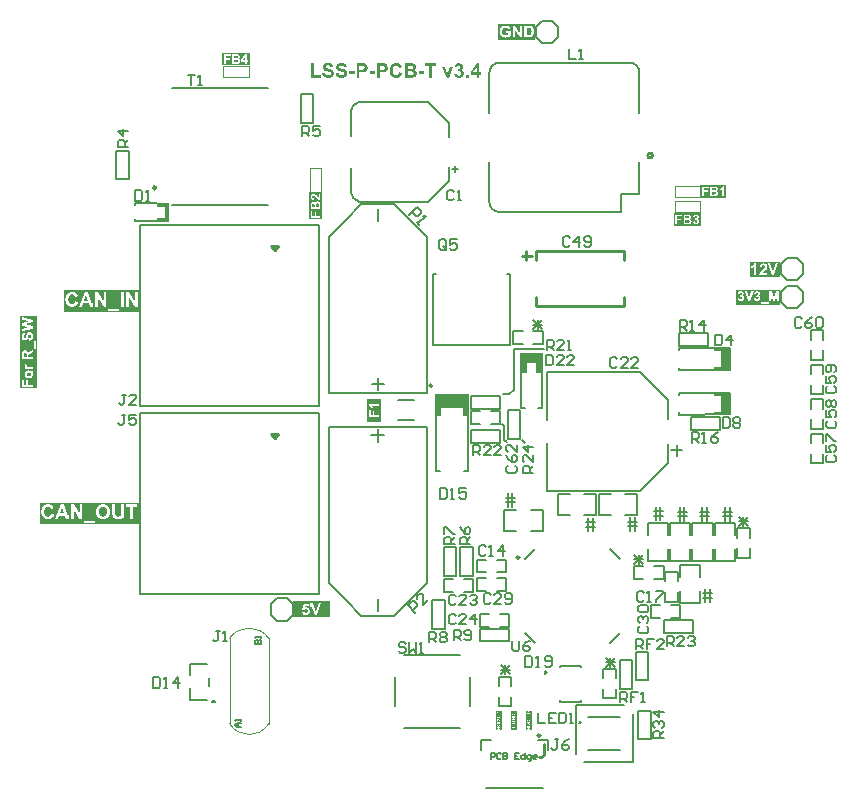
<source format=gto>
G04*
G04 #@! TF.GenerationSoftware,Altium Limited,Altium Designer,22.1.2 (22)*
G04*
G04 Layer_Color=65535*
%FSLAX25Y25*%
%MOIN*%
G70*
G04*
G04 #@! TF.SameCoordinates,718D4045-E2B1-425D-88C3-508A2C93E544*
G04*
G04*
G04 #@! TF.FilePolarity,Positive*
G04*
G01*
G75*
%ADD10C,0.00500*%
%ADD11C,0.01000*%
%ADD12C,0.00492*%
%ADD13C,0.00800*%
%ADD14C,0.00787*%
%ADD15C,0.00472*%
%ADD16C,0.00700*%
%ADD17R,0.07038X0.03700*%
%ADD18R,0.02138X0.03500*%
%ADD19R,0.01960X0.02772*%
%ADD20R,0.11195X0.04595*%
%ADD21R,0.03500X0.07600*%
%ADD22R,0.02761X0.01138*%
%ADD23R,0.01700X0.04000*%
%ADD24R,0.04300X0.01200*%
G36*
X-94126Y96818D02*
Y89600D01*
X-127100D01*
Y96818D01*
X-94126D01*
D02*
G37*
G36*
X119698Y167799D02*
Y162700D01*
X105000D01*
Y167799D01*
X119698D01*
D02*
G37*
G36*
X-13492Y123800D02*
X-18100D01*
Y131400D01*
X-13492D01*
Y123800D01*
D02*
G37*
G36*
X31900Y20900D02*
X30000D01*
Y27323D01*
X31900D01*
Y20900D01*
D02*
G37*
G36*
X-93946Y160357D02*
X-119080D01*
Y167575D01*
X-93946D01*
Y160357D01*
D02*
G37*
G36*
X-30285Y58600D02*
X-42700D01*
Y63911D01*
X-30285D01*
Y58600D01*
D02*
G37*
G36*
X119630Y172200D02*
X109500D01*
Y177063D01*
X119630D01*
Y172200D01*
D02*
G37*
G36*
X-128000Y159100D02*
Y134900D01*
X-133561D01*
Y159100D01*
X-128000D01*
D02*
G37*
G36*
X38115Y251200D02*
X25700D01*
Y256511D01*
X38115D01*
Y251200D01*
D02*
G37*
G36*
X26900Y20900D02*
X25000D01*
Y27323D01*
X26900D01*
Y20900D01*
D02*
G37*
G36*
X36800D02*
X35000D01*
Y27325D01*
X36800D01*
Y20900D01*
D02*
G37*
G36*
X-26428Y243370D02*
X-26347Y243363D01*
X-26259Y243356D01*
X-26164Y243341D01*
X-26062Y243326D01*
X-25842Y243282D01*
X-25615Y243209D01*
X-25505Y243165D01*
X-25403Y243107D01*
X-25300Y243048D01*
X-25212Y242975D01*
X-25205Y242968D01*
X-25190Y242953D01*
X-25168Y242931D01*
X-25139Y242902D01*
X-25103Y242865D01*
X-25066Y242814D01*
X-25022Y242755D01*
X-24978Y242689D01*
X-24934Y242616D01*
X-24898Y242536D01*
X-24817Y242360D01*
X-24788Y242258D01*
X-24759Y242148D01*
X-24737Y242031D01*
X-24729Y241914D01*
X-25703Y241877D01*
Y241884D01*
Y241892D01*
X-25717Y241936D01*
X-25732Y242001D01*
X-25761Y242082D01*
X-25798Y242170D01*
X-25842Y242258D01*
X-25901Y242338D01*
X-25974Y242404D01*
X-25981Y242411D01*
X-26010Y242433D01*
X-26054Y242455D01*
X-26120Y242492D01*
X-26208Y242521D01*
X-26310Y242543D01*
X-26435Y242565D01*
X-26581Y242572D01*
X-26647D01*
X-26728Y242565D01*
X-26823Y242550D01*
X-26925Y242529D01*
X-27035Y242499D01*
X-27145Y242455D01*
X-27240Y242397D01*
X-27247Y242389D01*
X-27262Y242375D01*
X-27284Y242353D01*
X-27313Y242316D01*
X-27343Y242272D01*
X-27365Y242221D01*
X-27379Y242162D01*
X-27387Y242097D01*
Y242089D01*
Y242067D01*
X-27379Y242038D01*
X-27372Y241994D01*
X-27350Y241950D01*
X-27328Y241899D01*
X-27291Y241855D01*
X-27247Y241804D01*
X-27240Y241796D01*
X-27211Y241775D01*
X-27152Y241745D01*
X-27116Y241731D01*
X-27064Y241709D01*
X-27013Y241679D01*
X-26947Y241657D01*
X-26881Y241628D01*
X-26794Y241606D01*
X-26706Y241577D01*
X-26603Y241548D01*
X-26486Y241511D01*
X-26362Y241482D01*
X-26354D01*
X-26332Y241474D01*
X-26296Y241467D01*
X-26245Y241452D01*
X-26186Y241438D01*
X-26120Y241416D01*
X-25966Y241379D01*
X-25791Y241321D01*
X-25622Y241269D01*
X-25454Y241204D01*
X-25381Y241174D01*
X-25315Y241138D01*
X-25308D01*
X-25300Y241130D01*
X-25256Y241108D01*
X-25198Y241065D01*
X-25125Y241013D01*
X-25037Y240940D01*
X-24949Y240860D01*
X-24868Y240757D01*
X-24788Y240647D01*
X-24781Y240633D01*
X-24759Y240596D01*
X-24722Y240523D01*
X-24685Y240435D01*
X-24656Y240325D01*
X-24620Y240193D01*
X-24598Y240047D01*
X-24590Y239886D01*
Y239879D01*
Y239864D01*
Y239842D01*
Y239813D01*
X-24605Y239732D01*
X-24620Y239630D01*
X-24649Y239513D01*
X-24685Y239381D01*
X-24744Y239242D01*
X-24825Y239103D01*
Y239095D01*
X-24832Y239088D01*
X-24868Y239044D01*
X-24920Y238978D01*
X-24993Y238905D01*
X-25081Y238817D01*
X-25198Y238729D01*
X-25322Y238642D01*
X-25476Y238568D01*
X-25483D01*
X-25498Y238561D01*
X-25520Y238554D01*
X-25549Y238539D01*
X-25593Y238532D01*
X-25637Y238517D01*
X-25696Y238503D01*
X-25761Y238488D01*
X-25915Y238451D01*
X-26091Y238429D01*
X-26289Y238407D01*
X-26515Y238400D01*
X-26603D01*
X-26669Y238407D01*
X-26742Y238415D01*
X-26830Y238422D01*
X-26925Y238437D01*
X-27035Y238451D01*
X-27262Y238503D01*
X-27379Y238539D01*
X-27496Y238576D01*
X-27606Y238627D01*
X-27716Y238678D01*
X-27826Y238744D01*
X-27921Y238817D01*
X-27928Y238825D01*
X-27943Y238839D01*
X-27965Y238861D01*
X-28001Y238898D01*
X-28038Y238942D01*
X-28082Y238993D01*
X-28126Y239059D01*
X-28177Y239125D01*
X-28228Y239212D01*
X-28280Y239300D01*
X-28323Y239403D01*
X-28375Y239513D01*
X-28411Y239630D01*
X-28448Y239761D01*
X-28477Y239901D01*
X-28499Y240047D01*
X-27555Y240142D01*
Y240135D01*
X-27547Y240120D01*
Y240098D01*
X-27540Y240062D01*
X-27518Y239981D01*
X-27482Y239871D01*
X-27438Y239761D01*
X-27379Y239644D01*
X-27306Y239535D01*
X-27218Y239439D01*
X-27204Y239432D01*
X-27167Y239403D01*
X-27108Y239374D01*
X-27028Y239330D01*
X-26925Y239293D01*
X-26808Y239256D01*
X-26669Y239227D01*
X-26508Y239220D01*
X-26428D01*
X-26347Y239227D01*
X-26245Y239242D01*
X-26127Y239271D01*
X-26010Y239300D01*
X-25901Y239352D01*
X-25805Y239418D01*
X-25798Y239425D01*
X-25769Y239454D01*
X-25732Y239491D01*
X-25681Y239549D01*
X-25637Y239615D01*
X-25600Y239696D01*
X-25571Y239784D01*
X-25564Y239879D01*
Y239886D01*
Y239908D01*
X-25571Y239937D01*
X-25578Y239981D01*
X-25608Y240069D01*
X-25630Y240120D01*
X-25666Y240164D01*
X-25674Y240171D01*
X-25688Y240186D01*
X-25710Y240208D01*
X-25747Y240237D01*
X-25798Y240274D01*
X-25857Y240303D01*
X-25930Y240340D01*
X-26018Y240376D01*
X-26025D01*
X-26054Y240391D01*
X-26105Y240406D01*
X-26179Y240428D01*
X-26223Y240442D01*
X-26281Y240457D01*
X-26340Y240472D01*
X-26413Y240493D01*
X-26493Y240515D01*
X-26581Y240537D01*
X-26676Y240559D01*
X-26786Y240589D01*
X-26794D01*
X-26823Y240596D01*
X-26859Y240611D01*
X-26911Y240625D01*
X-26977Y240640D01*
X-27050Y240662D01*
X-27211Y240720D01*
X-27394Y240786D01*
X-27577Y240867D01*
X-27738Y240962D01*
X-27811Y241013D01*
X-27877Y241065D01*
X-27884Y241072D01*
X-27899Y241086D01*
X-27921Y241108D01*
X-27943Y241138D01*
X-27979Y241174D01*
X-28016Y241218D01*
X-28053Y241277D01*
X-28097Y241335D01*
X-28177Y241474D01*
X-28250Y241643D01*
X-28272Y241731D01*
X-28294Y241826D01*
X-28309Y241928D01*
X-28316Y242031D01*
Y242038D01*
Y242045D01*
Y242067D01*
Y242097D01*
X-28302Y242162D01*
X-28287Y242258D01*
X-28265Y242360D01*
X-28228Y242477D01*
X-28177Y242594D01*
X-28111Y242719D01*
Y242726D01*
X-28104Y242733D01*
X-28075Y242770D01*
X-28023Y242829D01*
X-27957Y242902D01*
X-27877Y242982D01*
X-27774Y243063D01*
X-27657Y243143D01*
X-27518Y243209D01*
X-27511D01*
X-27504Y243217D01*
X-27474Y243224D01*
X-27445Y243238D01*
X-27408Y243246D01*
X-27365Y243261D01*
X-27255Y243297D01*
X-27116Y243326D01*
X-26955Y243348D01*
X-26772Y243370D01*
X-26574Y243378D01*
X-26486D01*
X-26428Y243370D01*
D02*
G37*
G36*
X-30907D02*
X-30827Y243363D01*
X-30739Y243356D01*
X-30644Y243341D01*
X-30541Y243326D01*
X-30322Y243282D01*
X-30095Y243209D01*
X-29985Y243165D01*
X-29883Y243107D01*
X-29780Y243048D01*
X-29692Y242975D01*
X-29685Y242968D01*
X-29670Y242953D01*
X-29648Y242931D01*
X-29619Y242902D01*
X-29583Y242865D01*
X-29546Y242814D01*
X-29502Y242755D01*
X-29458Y242689D01*
X-29414Y242616D01*
X-29377Y242536D01*
X-29297Y242360D01*
X-29268Y242258D01*
X-29238Y242148D01*
X-29217Y242031D01*
X-29209Y241914D01*
X-30183Y241877D01*
Y241884D01*
Y241892D01*
X-30197Y241936D01*
X-30212Y242001D01*
X-30241Y242082D01*
X-30278Y242170D01*
X-30322Y242258D01*
X-30380Y242338D01*
X-30454Y242404D01*
X-30461Y242411D01*
X-30490Y242433D01*
X-30534Y242455D01*
X-30600Y242492D01*
X-30688Y242521D01*
X-30790Y242543D01*
X-30915Y242565D01*
X-31061Y242572D01*
X-31127D01*
X-31207Y242565D01*
X-31303Y242550D01*
X-31405Y242529D01*
X-31515Y242499D01*
X-31625Y242455D01*
X-31720Y242397D01*
X-31727Y242389D01*
X-31742Y242375D01*
X-31764Y242353D01*
X-31793Y242316D01*
X-31822Y242272D01*
X-31844Y242221D01*
X-31859Y242162D01*
X-31866Y242097D01*
Y242089D01*
Y242067D01*
X-31859Y242038D01*
X-31852Y241994D01*
X-31830Y241950D01*
X-31808Y241899D01*
X-31771Y241855D01*
X-31727Y241804D01*
X-31720Y241796D01*
X-31691Y241775D01*
X-31632Y241745D01*
X-31596Y241731D01*
X-31544Y241709D01*
X-31493Y241679D01*
X-31427Y241657D01*
X-31361Y241628D01*
X-31273Y241606D01*
X-31186Y241577D01*
X-31083Y241548D01*
X-30966Y241511D01*
X-30841Y241482D01*
X-30834D01*
X-30812Y241474D01*
X-30776Y241467D01*
X-30724Y241452D01*
X-30666Y241438D01*
X-30600Y241416D01*
X-30446Y241379D01*
X-30271Y241321D01*
X-30102Y241269D01*
X-29934Y241204D01*
X-29861Y241174D01*
X-29795Y241138D01*
X-29787D01*
X-29780Y241130D01*
X-29736Y241108D01*
X-29678Y241065D01*
X-29604Y241013D01*
X-29517Y240940D01*
X-29429Y240860D01*
X-29348Y240757D01*
X-29268Y240647D01*
X-29260Y240633D01*
X-29238Y240596D01*
X-29202Y240523D01*
X-29165Y240435D01*
X-29136Y240325D01*
X-29099Y240193D01*
X-29077Y240047D01*
X-29070Y239886D01*
Y239879D01*
Y239864D01*
Y239842D01*
Y239813D01*
X-29085Y239732D01*
X-29099Y239630D01*
X-29129Y239513D01*
X-29165Y239381D01*
X-29224Y239242D01*
X-29304Y239103D01*
Y239095D01*
X-29312Y239088D01*
X-29348Y239044D01*
X-29399Y238978D01*
X-29473Y238905D01*
X-29561Y238817D01*
X-29678Y238729D01*
X-29802Y238642D01*
X-29956Y238568D01*
X-29963D01*
X-29978Y238561D01*
X-30000Y238554D01*
X-30029Y238539D01*
X-30073Y238532D01*
X-30117Y238517D01*
X-30175Y238503D01*
X-30241Y238488D01*
X-30395Y238451D01*
X-30571Y238429D01*
X-30768Y238407D01*
X-30995Y238400D01*
X-31083D01*
X-31149Y238407D01*
X-31222Y238415D01*
X-31310Y238422D01*
X-31405Y238437D01*
X-31515Y238451D01*
X-31742Y238503D01*
X-31859Y238539D01*
X-31976Y238576D01*
X-32086Y238627D01*
X-32196Y238678D01*
X-32305Y238744D01*
X-32401Y238817D01*
X-32408Y238825D01*
X-32423Y238839D01*
X-32445Y238861D01*
X-32481Y238898D01*
X-32518Y238942D01*
X-32562Y238993D01*
X-32606Y239059D01*
X-32657Y239125D01*
X-32708Y239212D01*
X-32759Y239300D01*
X-32803Y239403D01*
X-32855Y239513D01*
X-32891Y239630D01*
X-32928Y239761D01*
X-32957Y239901D01*
X-32979Y240047D01*
X-32035Y240142D01*
Y240135D01*
X-32027Y240120D01*
Y240098D01*
X-32020Y240062D01*
X-31998Y239981D01*
X-31962Y239871D01*
X-31918Y239761D01*
X-31859Y239644D01*
X-31786Y239535D01*
X-31698Y239439D01*
X-31683Y239432D01*
X-31647Y239403D01*
X-31588Y239374D01*
X-31508Y239330D01*
X-31405Y239293D01*
X-31288Y239256D01*
X-31149Y239227D01*
X-30988Y239220D01*
X-30907D01*
X-30827Y239227D01*
X-30724Y239242D01*
X-30607Y239271D01*
X-30490Y239300D01*
X-30380Y239352D01*
X-30285Y239418D01*
X-30278Y239425D01*
X-30249Y239454D01*
X-30212Y239491D01*
X-30161Y239549D01*
X-30117Y239615D01*
X-30080Y239696D01*
X-30051Y239784D01*
X-30044Y239879D01*
Y239886D01*
Y239908D01*
X-30051Y239937D01*
X-30058Y239981D01*
X-30088Y240069D01*
X-30110Y240120D01*
X-30146Y240164D01*
X-30153Y240171D01*
X-30168Y240186D01*
X-30190Y240208D01*
X-30227Y240237D01*
X-30278Y240274D01*
X-30336Y240303D01*
X-30410Y240340D01*
X-30498Y240376D01*
X-30505D01*
X-30534Y240391D01*
X-30585Y240406D01*
X-30659Y240428D01*
X-30702Y240442D01*
X-30761Y240457D01*
X-30820Y240472D01*
X-30893Y240493D01*
X-30973Y240515D01*
X-31061Y240537D01*
X-31156Y240559D01*
X-31266Y240589D01*
X-31273D01*
X-31303Y240596D01*
X-31339Y240611D01*
X-31391Y240625D01*
X-31456Y240640D01*
X-31530Y240662D01*
X-31691Y240720D01*
X-31874Y240786D01*
X-32057Y240867D01*
X-32218Y240962D01*
X-32291Y241013D01*
X-32357Y241065D01*
X-32364Y241072D01*
X-32379Y241086D01*
X-32401Y241108D01*
X-32423Y241138D01*
X-32459Y241174D01*
X-32496Y241218D01*
X-32532Y241277D01*
X-32576Y241335D01*
X-32657Y241474D01*
X-32730Y241643D01*
X-32752Y241731D01*
X-32774Y241826D01*
X-32789Y241928D01*
X-32796Y242031D01*
Y242038D01*
Y242045D01*
Y242067D01*
Y242097D01*
X-32781Y242162D01*
X-32767Y242258D01*
X-32745Y242360D01*
X-32708Y242477D01*
X-32657Y242594D01*
X-32591Y242719D01*
Y242726D01*
X-32584Y242733D01*
X-32554Y242770D01*
X-32503Y242829D01*
X-32437Y242902D01*
X-32357Y242982D01*
X-32254Y243063D01*
X-32137Y243143D01*
X-31998Y243209D01*
X-31991D01*
X-31983Y243217D01*
X-31954Y243224D01*
X-31925Y243238D01*
X-31888Y243246D01*
X-31844Y243261D01*
X-31735Y243297D01*
X-31596Y243326D01*
X-31434Y243348D01*
X-31251Y243370D01*
X-31054Y243378D01*
X-30966D01*
X-30907Y243370D01*
D02*
G37*
G36*
X-8120D02*
X-8047Y243363D01*
X-7959Y243348D01*
X-7864Y243334D01*
X-7762Y243312D01*
X-7644Y243282D01*
X-7535Y243246D01*
X-7410Y243209D01*
X-7293Y243158D01*
X-7176Y243092D01*
X-7059Y243026D01*
X-6949Y242946D01*
X-6839Y242851D01*
X-6832D01*
X-6825Y242836D01*
X-6788Y242792D01*
X-6729Y242726D01*
X-6656Y242624D01*
X-6576Y242499D01*
X-6488Y242353D01*
X-6407Y242177D01*
X-6341Y241972D01*
X-7300Y241745D01*
Y241753D01*
X-7308Y241760D01*
X-7315Y241804D01*
X-7344Y241870D01*
X-7381Y241957D01*
X-7425Y242053D01*
X-7491Y242148D01*
X-7564Y242243D01*
X-7659Y242331D01*
X-7674Y242338D01*
X-7710Y242367D01*
X-7762Y242404D01*
X-7842Y242441D01*
X-7937Y242485D01*
X-8054Y242514D01*
X-8179Y242543D01*
X-8318Y242550D01*
X-8369D01*
X-8406Y242543D01*
X-8450Y242536D01*
X-8501Y242529D01*
X-8625Y242499D01*
X-8764Y242455D01*
X-8911Y242389D01*
X-8977Y242345D01*
X-9050Y242294D01*
X-9116Y242228D01*
X-9182Y242162D01*
Y242155D01*
X-9196Y242148D01*
X-9211Y242119D01*
X-9233Y242089D01*
X-9255Y242045D01*
X-9284Y241994D01*
X-9313Y241936D01*
X-9343Y241862D01*
X-9379Y241782D01*
X-9409Y241694D01*
X-9438Y241592D01*
X-9460Y241474D01*
X-9482Y241357D01*
X-9496Y241218D01*
X-9504Y241072D01*
X-9511Y240918D01*
Y240911D01*
Y240881D01*
Y240830D01*
X-9504Y240772D01*
Y240691D01*
X-9496Y240611D01*
X-9482Y240515D01*
X-9467Y240413D01*
X-9431Y240201D01*
X-9372Y239981D01*
X-9335Y239879D01*
X-9291Y239784D01*
X-9247Y239696D01*
X-9189Y239615D01*
X-9182Y239608D01*
X-9174Y239600D01*
X-9130Y239557D01*
X-9057Y239498D01*
X-8962Y239425D01*
X-8838Y239352D01*
X-8691Y239293D01*
X-8523Y239249D01*
X-8435Y239242D01*
X-8340Y239234D01*
X-8303D01*
X-8274Y239242D01*
X-8201Y239249D01*
X-8113Y239264D01*
X-8003Y239293D01*
X-7893Y239337D01*
X-7784Y239395D01*
X-7674Y239476D01*
X-7659Y239491D01*
X-7630Y239520D01*
X-7579Y239586D01*
X-7520Y239666D01*
X-7454Y239776D01*
X-7388Y239915D01*
X-7322Y240069D01*
X-7271Y240259D01*
X-6327Y239967D01*
Y239959D01*
X-6334Y239930D01*
X-6349Y239893D01*
X-6371Y239835D01*
X-6393Y239769D01*
X-6422Y239696D01*
X-6459Y239608D01*
X-6503Y239520D01*
X-6598Y239330D01*
X-6722Y239132D01*
X-6876Y238949D01*
X-6956Y238861D01*
X-7051Y238788D01*
X-7059Y238781D01*
X-7074Y238773D01*
X-7103Y238751D01*
X-7139Y238729D01*
X-7191Y238700D01*
X-7249Y238671D01*
X-7322Y238634D01*
X-7403Y238598D01*
X-7491Y238561D01*
X-7586Y238524D01*
X-7688Y238495D01*
X-7798Y238466D01*
X-7923Y238444D01*
X-8047Y238422D01*
X-8186Y238415D01*
X-8325Y238407D01*
X-8369D01*
X-8420Y238415D01*
X-8486D01*
X-8567Y238429D01*
X-8662Y238444D01*
X-8764Y238459D01*
X-8882Y238488D01*
X-9006Y238524D01*
X-9130Y238568D01*
X-9262Y238620D01*
X-9394Y238685D01*
X-9526Y238759D01*
X-9657Y238846D01*
X-9782Y238942D01*
X-9899Y239059D01*
X-9906Y239066D01*
X-9928Y239088D01*
X-9958Y239125D01*
X-9994Y239176D01*
X-10038Y239242D01*
X-10097Y239322D01*
X-10148Y239418D01*
X-10206Y239527D01*
X-10265Y239644D01*
X-10316Y239784D01*
X-10368Y239930D01*
X-10419Y240091D01*
X-10455Y240259D01*
X-10485Y240442D01*
X-10507Y240640D01*
X-10514Y240845D01*
Y240860D01*
Y240896D01*
X-10507Y240962D01*
Y241042D01*
X-10492Y241145D01*
X-10485Y241262D01*
X-10463Y241387D01*
X-10433Y241526D01*
X-10404Y241679D01*
X-10360Y241826D01*
X-10316Y241987D01*
X-10258Y242141D01*
X-10185Y242294D01*
X-10104Y242441D01*
X-10009Y242580D01*
X-9899Y242711D01*
X-9892Y242719D01*
X-9870Y242741D01*
X-9833Y242770D01*
X-9789Y242814D01*
X-9723Y242865D01*
X-9650Y242924D01*
X-9562Y242982D01*
X-9460Y243048D01*
X-9350Y243107D01*
X-9226Y243165D01*
X-9094Y243224D01*
X-8947Y243275D01*
X-8794Y243319D01*
X-8625Y243348D01*
X-8450Y243370D01*
X-8267Y243378D01*
X-8179D01*
X-8120Y243370D01*
D02*
G37*
G36*
X1044Y239769D02*
X-764D01*
Y240691D01*
X1044D01*
Y239769D01*
D02*
G37*
G36*
X-15360D02*
X-17168D01*
Y240691D01*
X-15360D01*
Y239769D01*
D02*
G37*
G36*
X-22072D02*
X-23880D01*
Y240691D01*
X-22072D01*
Y239769D01*
D02*
G37*
G36*
X9331Y238488D02*
X8504D01*
X7098Y241972D01*
X8064D01*
X8723Y240193D01*
X8913Y239593D01*
Y239600D01*
X8928Y239630D01*
X8935Y239666D01*
X8950Y239718D01*
X8987Y239813D01*
X9001Y239857D01*
X9009Y239893D01*
Y239901D01*
X9016Y239915D01*
X9023Y239945D01*
X9038Y239988D01*
X9067Y240084D01*
X9104Y240193D01*
X9770Y241972D01*
X10714D01*
X9331Y238488D01*
D02*
G37*
G36*
X12705Y243304D02*
X12764Y243297D01*
X12830Y243290D01*
X12910Y243275D01*
X12991Y243261D01*
X13159Y243202D01*
X13254Y243173D01*
X13342Y243129D01*
X13430Y243077D01*
X13525Y243019D01*
X13605Y242953D01*
X13686Y242873D01*
X13693Y242865D01*
X13701Y242858D01*
X13715Y242836D01*
X13737Y242814D01*
X13796Y242741D01*
X13862Y242638D01*
X13920Y242521D01*
X13979Y242389D01*
X14015Y242236D01*
X14030Y242155D01*
Y242075D01*
Y242067D01*
Y242045D01*
X14023Y242016D01*
Y241972D01*
X14008Y241914D01*
X13994Y241855D01*
X13972Y241789D01*
X13942Y241716D01*
X13906Y241635D01*
X13862Y241555D01*
X13803Y241467D01*
X13737Y241387D01*
X13657Y241299D01*
X13562Y241218D01*
X13459Y241138D01*
X13335Y241065D01*
X13342D01*
X13357Y241057D01*
X13371D01*
X13401Y241050D01*
X13481Y241021D01*
X13569Y240984D01*
X13679Y240933D01*
X13789Y240860D01*
X13891Y240772D01*
X13994Y240669D01*
X14001Y240655D01*
X14030Y240618D01*
X14074Y240552D01*
X14118Y240464D01*
X14162Y240354D01*
X14206Y240223D01*
X14235Y240084D01*
X14242Y239923D01*
Y239915D01*
Y239893D01*
Y239864D01*
X14235Y239820D01*
X14228Y239761D01*
X14220Y239703D01*
X14206Y239630D01*
X14184Y239549D01*
X14125Y239381D01*
X14089Y239293D01*
X14045Y239205D01*
X13994Y239110D01*
X13928Y239022D01*
X13854Y238934D01*
X13774Y238846D01*
X13767Y238839D01*
X13752Y238825D01*
X13730Y238803D01*
X13693Y238781D01*
X13649Y238744D01*
X13591Y238707D01*
X13532Y238664D01*
X13459Y238627D01*
X13379Y238583D01*
X13291Y238539D01*
X13196Y238503D01*
X13093Y238473D01*
X12983Y238444D01*
X12874Y238422D01*
X12749Y238407D01*
X12625Y238400D01*
X12559D01*
X12515Y238407D01*
X12456Y238415D01*
X12390Y238422D01*
X12317Y238429D01*
X12244Y238444D01*
X12068Y238488D01*
X11885Y238561D01*
X11797Y238598D01*
X11702Y238649D01*
X11614Y238707D01*
X11534Y238773D01*
X11527Y238781D01*
X11519Y238788D01*
X11497Y238810D01*
X11468Y238839D01*
X11432Y238876D01*
X11395Y238927D01*
X11358Y238978D01*
X11314Y239037D01*
X11226Y239176D01*
X11146Y239344D01*
X11080Y239535D01*
X11058Y239644D01*
X11044Y239754D01*
X11937Y239864D01*
Y239857D01*
Y239849D01*
X11944Y239805D01*
X11958Y239747D01*
X11981Y239666D01*
X12010Y239586D01*
X12046Y239498D01*
X12098Y239410D01*
X12163Y239337D01*
X12171Y239330D01*
X12200Y239308D01*
X12237Y239278D01*
X12295Y239249D01*
X12361Y239220D01*
X12434Y239191D01*
X12522Y239169D01*
X12617Y239161D01*
X12669D01*
X12720Y239176D01*
X12786Y239191D01*
X12859Y239212D01*
X12939Y239249D01*
X13020Y239300D01*
X13100Y239374D01*
X13108Y239381D01*
X13130Y239418D01*
X13166Y239461D01*
X13203Y239527D01*
X13232Y239615D01*
X13269Y239718D01*
X13291Y239835D01*
X13298Y239967D01*
Y239974D01*
Y239981D01*
Y240025D01*
X13291Y240091D01*
X13276Y240171D01*
X13254Y240259D01*
X13218Y240347D01*
X13174Y240442D01*
X13108Y240523D01*
X13100Y240530D01*
X13071Y240552D01*
X13035Y240589D01*
X12976Y240625D01*
X12910Y240662D01*
X12830Y240699D01*
X12742Y240720D01*
X12647Y240728D01*
X12581D01*
X12529Y240720D01*
X12471Y240713D01*
X12398Y240699D01*
X12317Y240676D01*
X12229Y240655D01*
X12332Y241401D01*
X12390D01*
X12464Y241408D01*
X12544Y241416D01*
X12632Y241430D01*
X12727Y241460D01*
X12822Y241504D01*
X12903Y241555D01*
X12910Y241562D01*
X12932Y241584D01*
X12969Y241628D01*
X13005Y241679D01*
X13042Y241745D01*
X13079Y241826D01*
X13100Y241914D01*
X13108Y242016D01*
Y242023D01*
Y242060D01*
X13100Y242104D01*
X13093Y242155D01*
X13071Y242214D01*
X13049Y242280D01*
X13013Y242345D01*
X12961Y242404D01*
X12954Y242411D01*
X12932Y242426D01*
X12903Y242448D01*
X12859Y242477D01*
X12800Y242507D01*
X12734Y242529D01*
X12654Y242543D01*
X12566Y242550D01*
X12529D01*
X12486Y242543D01*
X12427Y242529D01*
X12361Y242507D01*
X12295Y242477D01*
X12222Y242441D01*
X12156Y242382D01*
X12149Y242375D01*
X12127Y242353D01*
X12105Y242316D01*
X12068Y242265D01*
X12032Y242192D01*
X12002Y242111D01*
X11973Y242016D01*
X11958Y241906D01*
X11109Y242045D01*
Y242053D01*
X11117Y242067D01*
Y242089D01*
X11124Y242119D01*
X11146Y242199D01*
X11175Y242302D01*
X11212Y242411D01*
X11256Y242529D01*
X11314Y242646D01*
X11373Y242748D01*
X11380Y242763D01*
X11410Y242792D01*
X11446Y242836D01*
X11505Y242902D01*
X11578Y242968D01*
X11658Y243034D01*
X11761Y243099D01*
X11871Y243158D01*
X11878D01*
X11885Y243165D01*
X11929Y243180D01*
X11995Y243209D01*
X12083Y243238D01*
X12193Y243261D01*
X12310Y243290D01*
X12449Y243304D01*
X12595Y243312D01*
X12661D01*
X12705Y243304D01*
D02*
G37*
G36*
X19381Y240259D02*
X19974D01*
Y239454D01*
X19381D01*
Y238488D01*
X18488D01*
Y239454D01*
X16519D01*
Y240252D01*
X18605Y243312D01*
X19381D01*
Y240259D01*
D02*
G37*
G36*
X15926Y238488D02*
X15004D01*
Y239410D01*
X15926D01*
Y238488D01*
D02*
G37*
G36*
X5048Y242485D02*
X3636D01*
Y238488D01*
X2662D01*
Y242485D01*
X1249D01*
Y243297D01*
X5048D01*
Y242485D01*
D02*
G37*
G36*
X-3252Y243290D02*
X-3113Y243282D01*
X-2974Y243275D01*
X-2843Y243261D01*
X-2725Y243246D01*
X-2711D01*
X-2674Y243238D01*
X-2623Y243224D01*
X-2557Y243202D01*
X-2476Y243180D01*
X-2389Y243143D01*
X-2308Y243099D01*
X-2220Y243048D01*
X-2213Y243041D01*
X-2184Y243019D01*
X-2140Y242990D01*
X-2089Y242938D01*
X-2037Y242880D01*
X-1971Y242814D01*
X-1913Y242733D01*
X-1854Y242646D01*
X-1847Y242631D01*
X-1832Y242602D01*
X-1803Y242550D01*
X-1774Y242485D01*
X-1752Y242397D01*
X-1723Y242302D01*
X-1708Y242199D01*
X-1701Y242082D01*
Y242067D01*
Y242023D01*
X-1708Y241957D01*
X-1723Y241877D01*
X-1744Y241782D01*
X-1781Y241679D01*
X-1825Y241570D01*
X-1884Y241460D01*
X-1891Y241445D01*
X-1920Y241416D01*
X-1957Y241365D01*
X-2015Y241306D01*
X-2089Y241233D01*
X-2169Y241167D01*
X-2272Y241101D01*
X-2381Y241042D01*
X-2374D01*
X-2359Y241035D01*
X-2337Y241028D01*
X-2308Y241021D01*
X-2228Y240984D01*
X-2132Y240940D01*
X-2023Y240881D01*
X-1913Y240808D01*
X-1803Y240713D01*
X-1708Y240603D01*
X-1701Y240589D01*
X-1671Y240552D01*
X-1635Y240486D01*
X-1584Y240398D01*
X-1540Y240289D01*
X-1503Y240171D01*
X-1474Y240032D01*
X-1466Y239879D01*
Y239864D01*
Y239820D01*
X-1474Y239761D01*
X-1488Y239674D01*
X-1503Y239579D01*
X-1532Y239469D01*
X-1569Y239359D01*
X-1620Y239242D01*
X-1627Y239227D01*
X-1649Y239191D01*
X-1686Y239132D01*
X-1730Y239066D01*
X-1788Y238986D01*
X-1862Y238905D01*
X-1942Y238817D01*
X-2037Y238744D01*
X-2052Y238737D01*
X-2081Y238715D01*
X-2140Y238685D01*
X-2220Y238649D01*
X-2316Y238605D01*
X-2425Y238568D01*
X-2550Y238539D01*
X-2689Y238517D01*
X-2718D01*
X-2740Y238510D01*
X-2813D01*
X-2864Y238503D01*
X-2996D01*
X-3084Y238495D01*
X-3282D01*
X-3406Y238488D01*
X-5492D01*
Y243297D01*
X-3377D01*
X-3252Y243290D01*
D02*
G37*
G36*
X-12886D02*
X-12790D01*
X-12593Y243282D01*
X-12402Y243268D01*
X-12315Y243261D01*
X-12234Y243246D01*
X-12168Y243238D01*
X-12110Y243224D01*
X-12102D01*
X-12088Y243217D01*
X-12073Y243209D01*
X-12044Y243202D01*
X-11963Y243173D01*
X-11868Y243121D01*
X-11758Y243063D01*
X-11648Y242975D01*
X-11531Y242873D01*
X-11422Y242748D01*
Y242741D01*
X-11407Y242733D01*
X-11392Y242711D01*
X-11378Y242682D01*
X-11356Y242646D01*
X-11334Y242602D01*
X-11275Y242499D01*
X-11224Y242360D01*
X-11180Y242199D01*
X-11151Y242016D01*
X-11136Y241811D01*
Y241804D01*
Y241789D01*
Y241767D01*
Y241738D01*
X-11143Y241657D01*
X-11158Y241555D01*
X-11173Y241438D01*
X-11202Y241313D01*
X-11246Y241189D01*
X-11297Y241072D01*
X-11304Y241057D01*
X-11326Y241021D01*
X-11363Y240969D01*
X-11407Y240903D01*
X-11466Y240823D01*
X-11539Y240742D01*
X-11619Y240669D01*
X-11707Y240596D01*
X-11714Y240589D01*
X-11751Y240567D01*
X-11802Y240537D01*
X-11861Y240508D01*
X-11941Y240464D01*
X-12022Y240428D01*
X-12117Y240398D01*
X-12212Y240369D01*
X-12227D01*
X-12249Y240362D01*
X-12278D01*
X-12315Y240354D01*
X-12359Y240347D01*
X-12410Y240340D01*
X-12468D01*
X-12534Y240333D01*
X-12607Y240325D01*
X-12688Y240318D01*
X-12783Y240311D01*
X-12878D01*
X-12981Y240303D01*
X-13845D01*
Y238488D01*
X-14818D01*
Y243297D01*
X-12973D01*
X-12886Y243290D01*
D02*
G37*
G36*
X-19598D02*
X-19503D01*
X-19305Y243282D01*
X-19115Y243268D01*
X-19027Y243261D01*
X-18947Y243246D01*
X-18881Y243238D01*
X-18822Y243224D01*
X-18815D01*
X-18800Y243217D01*
X-18786Y243209D01*
X-18756Y243202D01*
X-18676Y243173D01*
X-18580Y243121D01*
X-18471Y243063D01*
X-18361Y242975D01*
X-18244Y242873D01*
X-18134Y242748D01*
Y242741D01*
X-18119Y242733D01*
X-18105Y242711D01*
X-18090Y242682D01*
X-18068Y242646D01*
X-18046Y242602D01*
X-17988Y242499D01*
X-17936Y242360D01*
X-17892Y242199D01*
X-17863Y242016D01*
X-17849Y241811D01*
Y241804D01*
Y241789D01*
Y241767D01*
Y241738D01*
X-17856Y241657D01*
X-17871Y241555D01*
X-17885Y241438D01*
X-17914Y241313D01*
X-17958Y241189D01*
X-18010Y241072D01*
X-18017Y241057D01*
X-18039Y241021D01*
X-18075Y240969D01*
X-18119Y240903D01*
X-18178Y240823D01*
X-18251Y240742D01*
X-18332Y240669D01*
X-18419Y240596D01*
X-18427Y240589D01*
X-18463Y240567D01*
X-18515Y240537D01*
X-18573Y240508D01*
X-18654Y240464D01*
X-18734Y240428D01*
X-18829Y240398D01*
X-18925Y240369D01*
X-18939D01*
X-18961Y240362D01*
X-18990D01*
X-19027Y240354D01*
X-19071Y240347D01*
X-19122Y240340D01*
X-19181D01*
X-19247Y240333D01*
X-19320Y240325D01*
X-19400Y240318D01*
X-19496Y240311D01*
X-19591D01*
X-19693Y240303D01*
X-20557D01*
Y238488D01*
X-21531D01*
Y243297D01*
X-19686D01*
X-19598Y243290D01*
D02*
G37*
G36*
X-35826Y239300D02*
X-33418D01*
Y238488D01*
X-36800D01*
Y243253D01*
X-35826D01*
Y239300D01*
D02*
G37*
G36*
X101502Y198492D02*
X93098D01*
Y202708D01*
X101502D01*
Y198492D01*
D02*
G37*
G36*
X-33092Y191350D02*
X-37308D01*
Y200250D01*
X-33092D01*
Y191350D01*
D02*
G37*
G36*
X93167Y189063D02*
X84233D01*
Y193337D01*
X93167D01*
Y189063D01*
D02*
G37*
G36*
X-57189Y242592D02*
X-66211D01*
Y246808D01*
X-57189D01*
Y242592D01*
D02*
G37*
%LPC*%
G36*
X-124265Y96316D02*
X-124353D01*
X-124536Y96309D01*
X-124711Y96287D01*
X-124880Y96258D01*
X-125033Y96214D01*
X-125180Y96163D01*
X-125312Y96104D01*
X-125436Y96046D01*
X-125546Y95987D01*
X-125648Y95921D01*
X-125736Y95863D01*
X-125809Y95804D01*
X-125875Y95753D01*
X-125919Y95709D01*
X-125956Y95680D01*
X-125978Y95658D01*
X-125985Y95650D01*
X-126095Y95519D01*
X-126190Y95380D01*
X-126271Y95233D01*
X-126344Y95079D01*
X-126402Y94926D01*
X-126446Y94765D01*
X-126490Y94618D01*
X-126520Y94464D01*
X-126549Y94325D01*
X-126571Y94201D01*
X-126578Y94084D01*
X-126593Y93981D01*
Y93901D01*
X-126600Y93835D01*
Y93850D01*
Y93784D01*
X-126593Y93579D01*
X-126571Y93381D01*
X-126541Y93198D01*
X-126505Y93030D01*
X-126454Y92869D01*
X-126402Y92722D01*
X-126351Y92583D01*
X-126293Y92466D01*
X-126234Y92356D01*
X-126183Y92261D01*
X-126124Y92181D01*
X-126080Y92115D01*
X-126044Y92063D01*
X-126014Y92027D01*
X-125992Y92005D01*
X-125985Y91998D01*
X-125868Y91881D01*
X-125744Y91785D01*
X-125612Y91698D01*
X-125480Y91624D01*
X-125348Y91558D01*
X-125216Y91507D01*
X-125092Y91463D01*
X-124968Y91427D01*
X-124850Y91397D01*
X-124748Y91383D01*
X-124653Y91368D01*
X-124572Y91353D01*
X-124506D01*
X-124455Y91346D01*
X-126600D01*
X-124411D01*
X-124272Y91353D01*
X-124133Y91361D01*
X-124009Y91383D01*
X-123884Y91405D01*
X-123775Y91434D01*
X-123672Y91463D01*
X-123577Y91500D01*
X-123489Y91536D01*
X-123408Y91573D01*
X-123335Y91610D01*
X-123277Y91639D01*
X-123225Y91668D01*
X-123189Y91690D01*
X-123160Y91712D01*
X-123145Y91720D01*
X-123138Y91727D01*
X-123043Y91800D01*
X-122962Y91888D01*
X-122808Y92071D01*
X-122684Y92269D01*
X-122589Y92459D01*
X-122545Y92547D01*
X-122508Y92634D01*
X-122479Y92708D01*
X-122457Y92774D01*
X-122435Y92832D01*
X-122420Y92869D01*
X-122413Y92898D01*
Y92188D01*
Y92905D01*
X-123357Y93198D01*
X-123408Y93008D01*
X-123474Y92854D01*
X-123540Y92715D01*
X-123606Y92605D01*
X-123665Y92525D01*
X-123716Y92459D01*
X-123745Y92430D01*
X-123760Y92415D01*
X-123870Y92334D01*
X-123979Y92276D01*
X-124089Y92232D01*
X-124199Y92203D01*
X-124287Y92188D01*
X-124360Y92181D01*
X-124389Y92173D01*
X-124426D01*
X-124521Y92181D01*
X-124609Y92188D01*
X-124777Y92232D01*
X-124924Y92291D01*
X-125048Y92364D01*
X-125143Y92437D01*
X-125216Y92495D01*
X-125260Y92539D01*
X-125268Y92547D01*
X-125275Y92554D01*
X-125334Y92634D01*
X-125378Y92722D01*
X-125422Y92817D01*
X-125458Y92920D01*
X-125517Y93140D01*
X-125553Y93352D01*
X-125568Y93454D01*
X-125583Y93550D01*
X-125590Y93630D01*
Y93711D01*
X-125597Y93769D01*
Y93820D01*
Y93850D01*
Y93857D01*
X-125590Y94011D01*
X-125583Y94157D01*
X-125568Y94296D01*
X-125546Y94413D01*
X-125524Y94530D01*
X-125495Y94633D01*
X-125465Y94721D01*
X-125429Y94801D01*
X-125399Y94874D01*
X-125370Y94933D01*
X-125341Y94984D01*
X-125319Y95028D01*
X-125297Y95057D01*
X-125282Y95087D01*
X-125268Y95094D01*
Y95101D01*
X-125202Y95167D01*
X-125136Y95233D01*
X-125063Y95284D01*
X-124997Y95328D01*
X-124850Y95394D01*
X-124711Y95438D01*
X-124587Y95467D01*
X-124536Y95475D01*
X-124492Y95482D01*
X-124455Y95489D01*
X-124404D01*
X-124265Y95482D01*
X-124141Y95453D01*
X-124023Y95423D01*
X-123928Y95380D01*
X-123848Y95343D01*
X-123796Y95306D01*
X-123760Y95277D01*
X-123745Y95270D01*
X-123650Y95182D01*
X-123577Y95087D01*
X-123511Y94991D01*
X-123467Y94896D01*
X-123430Y94809D01*
X-123401Y94743D01*
X-123394Y94699D01*
X-123387Y94691D01*
Y94684D01*
X-122428Y94911D01*
X-122494Y95116D01*
X-122574Y95292D01*
X-122662Y95438D01*
X-122742Y95562D01*
X-122816Y95665D01*
X-122874Y95731D01*
X-122911Y95775D01*
X-122918Y95789D01*
X-122925D01*
X-123035Y95885D01*
X-123145Y95965D01*
X-123262Y96031D01*
X-123379Y96097D01*
X-123496Y96148D01*
X-123621Y96185D01*
X-123731Y96221D01*
X-123848Y96251D01*
X-123950Y96272D01*
X-124045Y96287D01*
X-124133Y96302D01*
X-124206Y96309D01*
X-124265Y96316D01*
D02*
G37*
G36*
X-112912Y96236D02*
X-115300D01*
X-113812D01*
Y93008D01*
X-115796Y96236D01*
X-116733D01*
Y91427D01*
X-115832D01*
Y94582D01*
X-113885Y91427D01*
X-112912D01*
Y96236D01*
D02*
G37*
G36*
X-99113D02*
X-100087D01*
Y93564D01*
Y93462D01*
Y93366D01*
X-100094Y93279D01*
Y93198D01*
X-100102Y93052D01*
X-100109Y92942D01*
X-100116Y92854D01*
X-100124Y92795D01*
X-100131Y92759D01*
Y92744D01*
X-100153Y92656D01*
X-100189Y92576D01*
X-100233Y92510D01*
X-100277Y92452D01*
X-100314Y92400D01*
X-100350Y92364D01*
X-100380Y92342D01*
X-100387Y92334D01*
X-100475Y92276D01*
X-100570Y92239D01*
X-100673Y92210D01*
X-100768Y92188D01*
X-100863Y92173D01*
X-100936Y92166D01*
X-101002D01*
X-101141Y92173D01*
X-101273Y92195D01*
X-101383Y92225D01*
X-101470Y92254D01*
X-101544Y92283D01*
X-101595Y92312D01*
X-101624Y92334D01*
X-101639Y92342D01*
X-101719Y92415D01*
X-101778Y92488D01*
X-101829Y92569D01*
X-101873Y92649D01*
X-101895Y92715D01*
X-101917Y92766D01*
X-101932Y92803D01*
Y92817D01*
X-101939Y92854D01*
Y92905D01*
X-101946Y93023D01*
X-101954Y93154D01*
Y93286D01*
X-101961Y93418D01*
Y93476D01*
Y93520D01*
Y93564D01*
Y93593D01*
Y93615D01*
Y93623D01*
Y96236D01*
X-101024D01*
X-102934D01*
Y93520D01*
X-102927Y93381D01*
Y93249D01*
X-102920Y93132D01*
X-102912Y93023D01*
X-102905Y92920D01*
X-102898Y92832D01*
X-102891Y92752D01*
X-102883Y92678D01*
X-102876Y92620D01*
X-102869Y92561D01*
X-102861Y92525D01*
X-102854Y92488D01*
X-102847Y92466D01*
Y92452D01*
Y92444D01*
X-102817Y92342D01*
X-102773Y92247D01*
X-102729Y92151D01*
X-102686Y92071D01*
X-102642Y92005D01*
X-102605Y91954D01*
X-102583Y91925D01*
X-102576Y91910D01*
X-102488Y91822D01*
X-102400Y91734D01*
X-102305Y91668D01*
X-102217Y91602D01*
X-102137Y91558D01*
X-102071Y91522D01*
X-102027Y91500D01*
X-102019Y91493D01*
X-102012D01*
X-101939Y91463D01*
X-101866Y91441D01*
X-101697Y91405D01*
X-101529Y91375D01*
X-101361Y91361D01*
X-101207Y91346D01*
X-101141D01*
X-101083Y91339D01*
X-100973D01*
X-100768Y91346D01*
X-100585Y91361D01*
X-100431Y91383D01*
X-100299Y91412D01*
X-100189Y91434D01*
X-100145Y91449D01*
X-100116Y91456D01*
X-100087Y91463D01*
X-100065Y91471D01*
X-100058Y91478D01*
X-100050D01*
X-99926Y91536D01*
X-99816Y91602D01*
X-99721Y91668D01*
X-99633Y91734D01*
X-99575Y91785D01*
X-99523Y91829D01*
X-99494Y91866D01*
X-99487Y91873D01*
X-99414Y91968D01*
X-99348Y92071D01*
X-99304Y92173D01*
X-99260Y92269D01*
X-99230Y92356D01*
X-99209Y92422D01*
X-99194Y92466D01*
Y92474D01*
Y92481D01*
X-99179Y92554D01*
X-99165Y92634D01*
X-99157Y92730D01*
X-99150Y92825D01*
X-99135Y93023D01*
X-99121Y93227D01*
Y93323D01*
Y93410D01*
X-99113Y93491D01*
Y91551D01*
Y96236D01*
D02*
G37*
G36*
X-94626Y96236D02*
X-98425D01*
Y95423D01*
X-97013D01*
Y91427D01*
X-98425D01*
X-96039D01*
Y95423D01*
X-94626D01*
Y91881D01*
Y96236D01*
D02*
G37*
G36*
X-117245Y96236D02*
D01*
Y91427D01*
X-119177Y96236D01*
X-117245D01*
X-120202D01*
X-122069Y91427D01*
X-119813D01*
X-121044D01*
X-120649Y92517D01*
X-118709D01*
X-118299Y91427D01*
X-117245D01*
Y96236D01*
D02*
G37*
G36*
X-105987Y96316D02*
X-106031D01*
X-106243Y96309D01*
X-106441Y96287D01*
X-106616Y96251D01*
X-106770Y96221D01*
X-106836Y96199D01*
X-106895Y96185D01*
X-106946Y96163D01*
X-106990Y96148D01*
X-107026Y96141D01*
X-107048Y96126D01*
X-107063Y96119D01*
X-107070D01*
X-107195Y96060D01*
X-107312Y95994D01*
X-107414Y95921D01*
X-107509Y95848D01*
X-107583Y95789D01*
X-107641Y95738D01*
X-107678Y95702D01*
X-107692Y95687D01*
X-107788Y95577D01*
X-107883Y95460D01*
X-107956Y95350D01*
X-108022Y95248D01*
X-108073Y95160D01*
X-108110Y95087D01*
X-108132Y95043D01*
X-108139Y95035D01*
Y95028D01*
X-108212Y94831D01*
X-108263Y94626D01*
X-108300Y94421D01*
X-108322Y94223D01*
X-108337Y94135D01*
Y94055D01*
X-108344Y93981D01*
X-108351Y93915D01*
Y93791D01*
X-108344Y93579D01*
X-108322Y93381D01*
X-108293Y93198D01*
X-108256Y93023D01*
X-108205Y92861D01*
X-108154Y92715D01*
X-108095Y92583D01*
X-108036Y92459D01*
X-107978Y92349D01*
X-107919Y92254D01*
X-107868Y92173D01*
X-107817Y92107D01*
X-107780Y92056D01*
X-107751Y92020D01*
X-107729Y91998D01*
X-107722Y91990D01*
X-107597Y91873D01*
X-107466Y91778D01*
X-107334Y91690D01*
X-107187Y91617D01*
X-107048Y91551D01*
X-106909Y91500D01*
X-106770Y91456D01*
X-106638Y91419D01*
X-106514Y91390D01*
X-106397Y91375D01*
X-106287Y91361D01*
X-106199Y91346D01*
X-106126D01*
X-106067Y91339D01*
X-103696D01*
Y93820D01*
X-103703Y94033D01*
X-103725Y94238D01*
X-103754Y94428D01*
X-103798Y94604D01*
X-103842Y94765D01*
X-103893Y94911D01*
X-103952Y95050D01*
X-104010Y95174D01*
X-104076Y95284D01*
X-104128Y95380D01*
X-104186Y95460D01*
X-104230Y95526D01*
X-104274Y95584D01*
X-104303Y95621D01*
X-104325Y95643D01*
X-104333Y95650D01*
X-104457Y95767D01*
X-104589Y95870D01*
X-104728Y95958D01*
X-104867Y96038D01*
X-105006Y96097D01*
X-105152Y96155D01*
X-105284Y96199D01*
X-105423Y96236D01*
X-105548Y96258D01*
X-105665Y96280D01*
X-105767Y96294D01*
X-105855Y96309D01*
X-105928D01*
X-105987Y96316D01*
D02*
G37*
G36*
X-108615Y91427D02*
Y90702D01*
X-112443D01*
Y90102D01*
X-108615D01*
Y91427D01*
D02*
G37*
%LPD*%
G36*
X-119024Y93330D02*
X-120349D01*
X-119697Y95116D01*
X-119024Y93330D01*
D02*
G37*
G36*
X-105914Y95482D02*
X-105811Y95475D01*
X-105621Y95423D01*
X-105453Y95358D01*
X-105321Y95284D01*
X-105262Y95248D01*
X-105211Y95211D01*
X-105167Y95174D01*
X-105130Y95145D01*
X-105101Y95116D01*
X-105079Y95094D01*
X-105072Y95087D01*
X-105065Y95079D01*
X-104999Y94999D01*
X-104940Y94911D01*
X-104896Y94816D01*
X-104852Y94713D01*
X-104786Y94508D01*
X-104743Y94311D01*
X-104728Y94216D01*
X-104720Y94128D01*
X-104706Y94047D01*
Y93981D01*
X-104699Y93923D01*
Y93879D01*
Y93850D01*
Y93842D01*
X-104706Y93689D01*
X-104713Y93550D01*
X-104735Y93410D01*
X-104757Y93293D01*
X-104786Y93176D01*
X-104816Y93074D01*
X-104852Y92979D01*
X-104882Y92898D01*
X-104918Y92825D01*
X-104955Y92759D01*
X-104984Y92708D01*
X-105013Y92664D01*
X-105035Y92627D01*
X-105057Y92605D01*
X-105065Y92591D01*
X-105072Y92583D01*
X-105145Y92510D01*
X-105218Y92444D01*
X-105299Y92393D01*
X-105379Y92342D01*
X-105460Y92305D01*
X-105540Y92269D01*
X-105687Y92217D01*
X-105818Y92188D01*
X-105877Y92181D01*
X-105928Y92173D01*
X-105965Y92166D01*
X-106024D01*
X-106126Y92173D01*
X-106228Y92181D01*
X-106324Y92203D01*
X-106419Y92232D01*
X-106580Y92298D01*
X-106719Y92378D01*
X-106829Y92452D01*
X-106873Y92488D01*
X-106909Y92517D01*
X-106939Y92547D01*
X-106960Y92569D01*
X-106968Y92576D01*
X-106975Y92583D01*
X-107041Y92664D01*
X-107099Y92759D01*
X-107151Y92854D01*
X-107187Y92957D01*
X-107261Y93161D01*
X-107305Y93366D01*
X-107319Y93462D01*
X-107326Y93550D01*
X-107334Y93623D01*
X-107341Y93696D01*
X-107348Y93747D01*
Y93791D01*
Y93820D01*
Y93828D01*
X-107341Y93981D01*
X-107334Y94121D01*
X-107312Y94252D01*
X-107290Y94377D01*
X-107268Y94486D01*
X-107231Y94589D01*
X-107202Y94684D01*
X-107165Y94765D01*
X-107136Y94838D01*
X-107099Y94896D01*
X-107070Y94955D01*
X-107048Y94999D01*
X-107019Y95028D01*
X-107004Y95050D01*
X-106997Y95065D01*
X-106990Y95072D01*
X-106916Y95145D01*
X-106843Y95211D01*
X-106763Y95262D01*
X-106682Y95314D01*
X-106602Y95358D01*
X-106521Y95387D01*
X-106368Y95438D01*
X-106236Y95467D01*
X-106177Y95475D01*
X-106126Y95482D01*
X-106082Y95489D01*
X-106024D01*
X-105914Y95482D01*
D02*
G37*
G36*
X-103696Y91339D02*
X-106024D01*
X-105826Y91346D01*
X-105643Y91368D01*
X-105474Y91397D01*
X-105313Y91441D01*
X-105160Y91493D01*
X-105021Y91544D01*
X-104896Y91602D01*
X-104779Y91668D01*
X-104677Y91727D01*
X-104589Y91785D01*
X-104508Y91837D01*
X-104450Y91888D01*
X-104398Y91932D01*
X-104362Y91961D01*
X-104340Y91983D01*
X-104333Y91990D01*
X-104223Y92122D01*
X-104120Y92261D01*
X-104040Y92408D01*
X-103967Y92554D01*
X-103901Y92708D01*
X-103849Y92861D01*
X-103805Y93008D01*
X-103776Y93154D01*
X-103747Y93286D01*
X-103732Y93418D01*
X-103718Y93528D01*
X-103703Y93630D01*
Y93711D01*
X-103696Y93769D01*
Y91339D01*
D02*
G37*
%LPC*%
G36*
X113108Y167299D02*
X112054D01*
D01*
X113108D01*
D02*
G37*
G36*
X119198Y167289D02*
X117795D01*
X118222D01*
X117651Y165098D01*
X117070Y167289D01*
X116104D01*
Y164083D01*
X116704D01*
Y166606D01*
X117339Y164083D01*
X116892D01*
X117959D01*
X118593Y166606D01*
X118598Y164083D01*
X118355D01*
X119198D01*
Y167289D01*
D02*
G37*
G36*
X110809D02*
X108775D01*
X110117D01*
X109336Y164918D01*
X108521Y167289D01*
X107823D01*
X108970Y164083D01*
X109668D01*
X110809Y167289D01*
D02*
G37*
G36*
X112054Y167299D02*
X112010D01*
X111912Y167294D01*
X111820Y167285D01*
X111741Y167265D01*
X111668Y167250D01*
X111610Y167231D01*
X111566Y167211D01*
X111537Y167202D01*
X111532Y167197D01*
X111527D01*
X111454Y167158D01*
X111385Y167114D01*
X111332Y167070D01*
X111283Y167026D01*
X111244Y166982D01*
X111219Y166953D01*
X111200Y166933D01*
X111195Y166923D01*
X111156Y166855D01*
X111117Y166777D01*
X111088Y166699D01*
X111063Y166626D01*
X111044Y166557D01*
X111029Y166504D01*
X111024Y166484D01*
Y166470D01*
X111019Y166460D01*
Y166455D01*
X111585Y166362D01*
X111595Y166435D01*
X111615Y166499D01*
X111634Y166553D01*
X111659Y166601D01*
X111683Y166636D01*
X111698Y166660D01*
X111712Y166675D01*
X111717Y166679D01*
X111761Y166718D01*
X111810Y166743D01*
X111854Y166762D01*
X111898Y166777D01*
X111937Y166787D01*
X111966Y166792D01*
X111990D01*
X112049Y166787D01*
X112103Y166777D01*
X112147Y166762D01*
X112186Y166743D01*
X112215Y166723D01*
X112234Y166709D01*
X112249Y166699D01*
X112254Y166694D01*
X112288Y166655D01*
X112312Y166611D01*
X112327Y166567D01*
X112342Y166528D01*
X112347Y166494D01*
X112352Y166465D01*
Y166440D01*
Y166435D01*
X112347Y166367D01*
X112332Y166309D01*
X112308Y166255D01*
X112283Y166211D01*
X112259Y166177D01*
X112234Y166147D01*
X112220Y166133D01*
X112215Y166128D01*
X112161Y166094D01*
X112098Y166065D01*
X112034Y166045D01*
X111976Y166035D01*
X111922Y166030D01*
X111873Y166025D01*
X111834D01*
X111766Y165528D01*
X111825Y165542D01*
X111878Y165557D01*
X111927Y165567D01*
X111966Y165572D01*
X112000Y165577D01*
X112044D01*
X112108Y165572D01*
X112166Y165557D01*
X112220Y165533D01*
X112264Y165508D01*
X112303Y165484D01*
X112327Y165459D01*
X112347Y165445D01*
X112352Y165440D01*
X112395Y165386D01*
X112425Y165323D01*
X112449Y165264D01*
X112464Y165206D01*
X112473Y165152D01*
X112478Y165108D01*
Y165079D01*
Y165074D01*
Y165069D01*
X112473Y164981D01*
X112459Y164903D01*
X112434Y164835D01*
X112415Y164776D01*
X112391Y164732D01*
X112366Y164703D01*
X112352Y164679D01*
X112347Y164674D01*
X112293Y164625D01*
X112239Y164591D01*
X112186Y164566D01*
X112137Y164552D01*
X112093Y164542D01*
X112059Y164532D01*
X112025D01*
X111961Y164537D01*
X111903Y164552D01*
X111854Y164571D01*
X111810Y164591D01*
X111771Y164610D01*
X111746Y164630D01*
X111727Y164645D01*
X111722Y164649D01*
X111678Y164698D01*
X111644Y164757D01*
X111619Y164815D01*
X111600Y164869D01*
X111585Y164923D01*
X111576Y164962D01*
X111571Y164991D01*
Y164996D01*
Y165001D01*
X110975Y164927D01*
X110985Y164854D01*
X111000Y164781D01*
X111044Y164654D01*
X111097Y164542D01*
X111156Y164449D01*
X111185Y164410D01*
X111210Y164376D01*
X111234Y164342D01*
X111258Y164318D01*
X111278Y164298D01*
X111293Y164283D01*
X111297Y164278D01*
X111302Y164274D01*
X111356Y164230D01*
X111415Y164191D01*
X111478Y164156D01*
X111537Y164132D01*
X111659Y164083D01*
X111776Y164054D01*
X111825Y164044D01*
X111873Y164039D01*
X111917Y164034D01*
X111956Y164030D01*
X111986Y164025D01*
X110975D01*
X113108D01*
Y165079D01*
Y165040D01*
X113103Y165147D01*
X113084Y165240D01*
X113054Y165328D01*
X113025Y165401D01*
X112996Y165459D01*
X112966Y165503D01*
X112947Y165528D01*
X112942Y165538D01*
X112874Y165606D01*
X112805Y165664D01*
X112732Y165713D01*
X112659Y165747D01*
X112600Y165772D01*
X112547Y165791D01*
X112527Y165796D01*
X112517D01*
X112508Y165801D01*
X112503D01*
X112586Y165850D01*
X112654Y165903D01*
X112717Y165957D01*
X112771Y166016D01*
X112815Y166069D01*
X112854Y166128D01*
X112883Y166182D01*
X112908Y166235D01*
X112927Y166284D01*
X112942Y166328D01*
X112952Y166367D01*
X112961Y166406D01*
Y166435D01*
X112966Y166455D01*
Y166470D01*
Y166474D01*
Y166528D01*
X112957Y166582D01*
X112932Y166684D01*
X112893Y166772D01*
X112854Y166850D01*
X112810Y166919D01*
X112771Y166967D01*
X112757Y166982D01*
X112747Y166997D01*
X112742Y167001D01*
X112737Y167006D01*
X112683Y167060D01*
X112630Y167104D01*
X112566Y167143D01*
X112508Y167177D01*
X112449Y167207D01*
X112386Y167226D01*
X112273Y167265D01*
X112220Y167275D01*
X112166Y167285D01*
X112122Y167289D01*
X112083Y167294D01*
X112054Y167299D01*
D02*
G37*
G36*
X107633D02*
X105500D01*
X106535D01*
X106437Y167294D01*
X106344Y167285D01*
X106266Y167265D01*
X106193Y167250D01*
X106134Y167231D01*
X106090Y167211D01*
X106061Y167202D01*
X106056Y167197D01*
X106051D01*
X105978Y167158D01*
X105910Y167114D01*
X105856Y167070D01*
X105807Y167026D01*
X105768Y166982D01*
X105744Y166953D01*
X105725Y166933D01*
X105720Y166923D01*
X105681Y166855D01*
X105641Y166777D01*
X105612Y166699D01*
X105588Y166626D01*
X105568Y166557D01*
X105554Y166504D01*
X105549Y166484D01*
Y166470D01*
X105544Y166460D01*
Y166455D01*
X106110Y166362D01*
X106120Y166435D01*
X106139Y166499D01*
X106159Y166553D01*
X106183Y166601D01*
X106208Y166636D01*
X106222Y166660D01*
X106237Y166675D01*
X106242Y166679D01*
X106286Y166718D01*
X106334Y166743D01*
X106378Y166762D01*
X106422Y166777D01*
X106461Y166787D01*
X106491Y166792D01*
X106515D01*
X106574Y166787D01*
X106627Y166777D01*
X106671Y166762D01*
X106710Y166743D01*
X106739Y166723D01*
X106759Y166709D01*
X106774Y166699D01*
X106779Y166694D01*
X106813Y166655D01*
X106837Y166611D01*
X106852Y166567D01*
X106866Y166528D01*
X106871Y166494D01*
X106876Y166465D01*
Y166440D01*
Y166435D01*
X106871Y166367D01*
X106857Y166309D01*
X106832Y166255D01*
X106808Y166211D01*
X106783Y166177D01*
X106759Y166147D01*
X106744Y166133D01*
X106739Y166128D01*
X106686Y166094D01*
X106622Y166065D01*
X106559Y166045D01*
X106500Y166035D01*
X106447Y166030D01*
X106398Y166025D01*
X106359D01*
X106291Y165528D01*
X106349Y165542D01*
X106403Y165557D01*
X106452Y165567D01*
X106491Y165572D01*
X106525Y165577D01*
X106569D01*
X106632Y165572D01*
X106691Y165557D01*
X106744Y165533D01*
X106788Y165508D01*
X106827Y165484D01*
X106852Y165459D01*
X106871Y165445D01*
X106876Y165440D01*
X106920Y165386D01*
X106949Y165323D01*
X106974Y165264D01*
X106988Y165206D01*
X106998Y165152D01*
X107003Y165108D01*
Y165079D01*
Y165074D01*
Y165069D01*
X106998Y164981D01*
X106983Y164903D01*
X106959Y164835D01*
X106940Y164776D01*
X106915Y164732D01*
X106891Y164703D01*
X106876Y164679D01*
X106871Y164674D01*
X106818Y164625D01*
X106764Y164591D01*
X106710Y164566D01*
X106661Y164552D01*
X106617Y164542D01*
X106583Y164532D01*
X106549D01*
X106486Y164537D01*
X106427Y164552D01*
X106378Y164571D01*
X106334Y164591D01*
X106295Y164610D01*
X106271Y164630D01*
X106252Y164645D01*
X106247Y164649D01*
X106203Y164698D01*
X106169Y164757D01*
X106144Y164815D01*
X106125Y164869D01*
X106110Y164923D01*
X106100Y164962D01*
X106095Y164991D01*
Y164996D01*
Y165001D01*
X105500Y164927D01*
X105510Y164854D01*
X105524Y164781D01*
X105568Y164654D01*
X105622Y164542D01*
X105681Y164449D01*
X105710Y164410D01*
X105734Y164376D01*
X105759Y164342D01*
X105783Y164318D01*
X105803Y164298D01*
X105817Y164283D01*
X105822Y164278D01*
X105827Y164274D01*
X105881Y164230D01*
X105939Y164191D01*
X106003Y164156D01*
X106061Y164132D01*
X106183Y164083D01*
X106300Y164054D01*
X106349Y164044D01*
X106398Y164039D01*
X106442Y164034D01*
X106481Y164030D01*
X106510Y164025D01*
X105500D01*
X107633D01*
Y165040D01*
X107628Y165147D01*
X107608Y165240D01*
X107579Y165328D01*
X107550Y165401D01*
X107520Y165459D01*
X107491Y165503D01*
X107472Y165528D01*
X107467Y165538D01*
X107398Y165606D01*
X107330Y165664D01*
X107257Y165713D01*
X107184Y165747D01*
X107125Y165772D01*
X107071Y165791D01*
X107052Y165796D01*
X107042D01*
X107032Y165801D01*
X107027D01*
X107110Y165850D01*
X107179Y165903D01*
X107242Y165957D01*
X107296Y166016D01*
X107340Y166069D01*
X107379Y166128D01*
X107408Y166182D01*
X107432Y166235D01*
X107452Y166284D01*
X107467Y166328D01*
X107476Y166367D01*
X107486Y166406D01*
Y166435D01*
X107491Y166455D01*
Y166470D01*
Y166474D01*
Y166528D01*
X107481Y166582D01*
X107457Y166684D01*
X107418Y166772D01*
X107379Y166850D01*
X107335Y166919D01*
X107296Y166967D01*
X107281Y166982D01*
X107271Y166997D01*
X107267Y167001D01*
X107262Y167006D01*
X107208Y167060D01*
X107154Y167104D01*
X107091Y167143D01*
X107032Y167177D01*
X106974Y167207D01*
X106910Y167226D01*
X106798Y167265D01*
X106744Y167275D01*
X106691Y167285D01*
X106647Y167289D01*
X106608Y167294D01*
X106579Y167299D01*
X107633D01*
D02*
G37*
G36*
X115807Y164083D02*
X113254D01*
X115807D01*
D01*
D02*
G37*
G36*
Y164025D02*
Y163600D01*
X113254D01*
Y163200D01*
X115807D01*
Y164025D01*
D02*
G37*
%LPD*%
G36*
X113108D02*
X112029D01*
X112112Y164030D01*
X112195Y164039D01*
X112269Y164054D01*
X112342Y164074D01*
X112410Y164093D01*
X112473Y164117D01*
X112532Y164147D01*
X112586Y164176D01*
X112635Y164200D01*
X112674Y164230D01*
X112713Y164254D01*
X112742Y164278D01*
X112766Y164293D01*
X112781Y164308D01*
X112791Y164318D01*
X112796Y164322D01*
X112849Y164381D01*
X112898Y164439D01*
X112942Y164498D01*
X112976Y164561D01*
X113005Y164620D01*
X113030Y164679D01*
X113069Y164791D01*
X113084Y164845D01*
X113093Y164893D01*
X113098Y164932D01*
X113103Y164971D01*
X113108Y165001D01*
Y164025D01*
D02*
G37*
G36*
X107633D02*
X106554D01*
X106637Y164030D01*
X106720Y164039D01*
X106793Y164054D01*
X106866Y164074D01*
X106935Y164093D01*
X106998Y164117D01*
X107057Y164147D01*
X107110Y164176D01*
X107159Y164200D01*
X107198Y164230D01*
X107237Y164254D01*
X107267Y164278D01*
X107291Y164293D01*
X107306Y164308D01*
X107315Y164318D01*
X107320Y164322D01*
X107374Y164381D01*
X107423Y164439D01*
X107467Y164498D01*
X107501Y164561D01*
X107530Y164620D01*
X107554Y164679D01*
X107594Y164791D01*
X107608Y164845D01*
X107618Y164893D01*
X107623Y164932D01*
X107628Y164971D01*
X107633Y165001D01*
Y164025D01*
D02*
G37*
%LPC*%
G36*
X-14188Y129686D02*
X-17404D01*
Y128276D01*
D01*
Y129184D01*
X-17297Y129140D01*
X-17199Y129081D01*
X-17111Y129018D01*
X-17038Y128954D01*
X-16974Y128891D01*
X-16931Y128842D01*
X-16916Y128827D01*
X-16901Y128813D01*
X-16896Y128803D01*
X-16892Y128798D01*
X-16814Y128696D01*
X-16755Y128598D01*
X-16701Y128510D01*
X-16662Y128432D01*
X-16628Y128369D01*
X-16609Y128320D01*
X-16604Y128300D01*
X-16599Y128286D01*
X-16594Y128281D01*
Y128276D01*
X-17404D01*
X-16038D01*
X-16101Y128442D01*
X-16174Y128593D01*
X-16247Y128725D01*
X-16286Y128788D01*
X-16326Y128842D01*
X-16360Y128896D01*
X-16394Y128940D01*
X-16423Y128979D01*
X-16447Y129013D01*
X-16472Y129037D01*
X-16487Y129057D01*
X-16496Y129067D01*
X-16501Y129071D01*
X-14188D01*
Y129686D01*
D02*
G37*
G36*
Y127710D02*
D01*
Y126163D01*
X-15550D01*
Y127500D01*
X-16091D01*
Y126163D01*
X-16852D01*
Y127710D01*
X-17394D01*
Y125514D01*
X-14188D01*
Y127710D01*
D02*
G37*
G36*
X31376Y26468D02*
X30226D01*
D01*
X30813D01*
X30755Y26466D01*
X30702Y26463D01*
X30655Y26456D01*
X30636Y26452D01*
X30617Y26449D01*
X30599Y26445D01*
X30585Y26442D01*
X30571Y26438D01*
X30561Y26435D01*
X30552Y26433D01*
X30547Y26431D01*
X30543Y26429D01*
X30541D01*
X30501Y26414D01*
X30466Y26396D01*
X30435Y26379D01*
X30407Y26361D01*
X30386Y26344D01*
X30370Y26331D01*
X30359Y26323D01*
X30356Y26321D01*
Y26319D01*
X30330Y26291D01*
X30307Y26261D01*
X30288Y26233D01*
X30274Y26207D01*
X30263Y26183D01*
X30254Y26165D01*
X30253Y26158D01*
X30251Y26153D01*
X30249Y26149D01*
Y26148D01*
X30242Y26116D01*
X30235Y26081D01*
X30232Y26046D01*
X30230Y26009D01*
X30228Y25978D01*
X30226Y25964D01*
Y25507D01*
X31376D01*
Y26468D01*
D02*
G37*
G36*
Y25262D02*
X30226D01*
Y25047D01*
X30998D01*
X30226Y24573D01*
Y24349D01*
X31376D01*
Y25262D01*
D02*
G37*
G36*
X31397Y24133D02*
X30207D01*
D01*
X30760D01*
Y23635D01*
X30954D01*
Y23899D01*
X31101D01*
X31117Y23878D01*
X31129Y23857D01*
X31142Y23836D01*
X31152Y23817D01*
X31161Y23799D01*
X31166Y23785D01*
X31170Y23776D01*
X31171Y23773D01*
X31180Y23745D01*
X31187Y23719D01*
X31192Y23694D01*
X31196Y23673D01*
X31198Y23654D01*
X31199Y23640D01*
Y23628D01*
X31198Y23601D01*
X31194Y23575D01*
X31191Y23551D01*
X31184Y23528D01*
X31168Y23488D01*
X31149Y23454D01*
X31140Y23439D01*
X31129Y23426D01*
X31121Y23416D01*
X31114Y23405D01*
X31107Y23398D01*
X31101Y23393D01*
X31100Y23391D01*
X31098Y23390D01*
X31077Y23374D01*
X31054Y23360D01*
X31031Y23348D01*
X31007Y23339D01*
X30954Y23321D01*
X30905Y23311D01*
X30881Y23307D01*
X30860Y23306D01*
X30841Y23304D01*
X30823Y23302D01*
X30809Y23300D01*
X30799D01*
X30792D01*
X30790D01*
X30755Y23302D01*
X30723Y23304D01*
X30692Y23309D01*
X30664Y23314D01*
X30639Y23321D01*
X30615Y23328D01*
X30594Y23335D01*
X30575Y23344D01*
X30557Y23353D01*
X30543Y23360D01*
X30531Y23367D01*
X30520Y23374D01*
X30513Y23379D01*
X30508Y23384D01*
X30505Y23386D01*
X30503Y23388D01*
X30485Y23405D01*
X30470Y23425D01*
X30457Y23444D01*
X30447Y23463D01*
X30429Y23503D01*
X30417Y23542D01*
X30410Y23577D01*
X30408Y23591D01*
X30407Y23605D01*
X30405Y23615D01*
Y23629D01*
X30407Y23664D01*
X30412Y23698D01*
X30421Y23726D01*
X30429Y23750D01*
X30438Y23769D01*
X30447Y23783D01*
X30452Y23792D01*
X30454Y23796D01*
X30473Y23818D01*
X30496Y23838D01*
X30517Y23853D01*
X30538Y23866D01*
X30557Y23876D01*
X30573Y23881D01*
X30583Y23885D01*
X30585Y23887D01*
X30587D01*
X30543Y24118D01*
X30515Y24111D01*
X30487Y24100D01*
X30440Y24079D01*
X30417Y24067D01*
X30398Y24053D01*
X30379Y24041D01*
X30363Y24027D01*
X30347Y24014D01*
X30335Y24002D01*
X30324Y23992D01*
X30314Y23981D01*
X30307Y23974D01*
X30302Y23967D01*
X30300Y23964D01*
X30298Y23962D01*
X30282Y23939D01*
X30268Y23913D01*
X30256Y23887D01*
X30246Y23860D01*
X30230Y23804D01*
X30218Y23752D01*
X30214Y23726D01*
X30212Y23703D01*
X30211Y23682D01*
X30209Y23664D01*
X30207Y23650D01*
Y23654D01*
Y23061D01*
Y23629D01*
X30209Y23570D01*
X30216Y23517D01*
X30221Y23493D01*
X30225Y23470D01*
X30230Y23449D01*
X30235Y23430D01*
X30242Y23414D01*
X30247Y23398D01*
X30251Y23386D01*
X30256Y23374D01*
X30260Y23365D01*
X30263Y23360D01*
X30265Y23356D01*
Y23355D01*
X30296Y23304D01*
X30330Y23258D01*
X30366Y23222D01*
X30401Y23190D01*
X30431Y23166D01*
X30445Y23157D01*
X30457Y23148D01*
X30466Y23143D01*
X30473Y23138D01*
X30478Y23136D01*
X30480Y23134D01*
X30534Y23110D01*
X30589Y23092D01*
X30643Y23078D01*
X30692Y23069D01*
X30715Y23068D01*
X30734Y23064D01*
X30753Y23062D01*
X30769D01*
X30781Y23061D01*
X30799D01*
X30860Y23064D01*
X30918Y23071D01*
X30968Y23082D01*
X30993Y23087D01*
X31016Y23094D01*
X31035Y23101D01*
X31052Y23106D01*
X31068Y23111D01*
X31082Y23117D01*
X31093Y23122D01*
X31100Y23124D01*
X31105Y23127D01*
X31107D01*
X31156Y23155D01*
X31199Y23187D01*
X31236Y23220D01*
X31266Y23251D01*
X31290Y23281D01*
X31301Y23293D01*
X31308Y23306D01*
X31313Y23314D01*
X31318Y23321D01*
X31320Y23325D01*
X31322Y23327D01*
X31336Y23353D01*
X31346Y23379D01*
X31366Y23433D01*
X31378Y23486D01*
X31388Y23535D01*
X31390Y23558D01*
X31394Y23577D01*
X31395Y23596D01*
Y23612D01*
X31397Y23624D01*
Y23642D01*
X31395Y23694D01*
X31388Y23745D01*
X31380Y23792D01*
X31371Y23834D01*
X31366Y23853D01*
X31360Y23871D01*
X31357Y23885D01*
X31353Y23897D01*
X31350Y23908D01*
X31346Y23915D01*
X31345Y23920D01*
Y23922D01*
X31324Y23971D01*
X31303Y24013D01*
X31282Y24049D01*
X31262Y24079D01*
X31245Y24104D01*
X31233Y24119D01*
X31224Y24130D01*
X31220Y24133D01*
X31397D01*
D01*
D02*
G37*
G36*
X31693Y22991D02*
X31376D01*
D01*
X31549D01*
Y22075D01*
X31693D01*
Y22991D01*
D02*
G37*
G36*
X31376Y21988D02*
X30226D01*
Y21755D01*
X31376D01*
Y21988D01*
D02*
G37*
%LPD*%
G36*
Y25941D02*
X31374Y25987D01*
X31373Y26029D01*
X31369Y26064D01*
X31364Y26092D01*
X31360Y26116D01*
X31357Y26132D01*
X31355Y26142D01*
X31353Y26146D01*
X31339Y26183D01*
X31325Y26214D01*
X31310Y26242D01*
X31294Y26267D01*
X31282Y26284D01*
X31271Y26298D01*
X31262Y26305D01*
X31261Y26309D01*
X31229Y26337D01*
X31196Y26361D01*
X31163Y26382D01*
X31129Y26400D01*
X31101Y26414D01*
X31089Y26419D01*
X31079Y26424D01*
X31070Y26428D01*
X31063Y26429D01*
X31059Y26431D01*
X31058D01*
X31017Y26443D01*
X30975Y26452D01*
X30935Y26459D01*
X30897Y26463D01*
X30863Y26466D01*
X30849D01*
X30837Y26468D01*
X31376D01*
Y25941D01*
D02*
G37*
G36*
X30849Y26226D02*
X30891Y26225D01*
X30928Y26221D01*
X30958Y26216D01*
X30982Y26211D01*
X31000Y26207D01*
X31005Y26205D01*
X31010D01*
X31012Y26204D01*
X31014D01*
X31040Y26195D01*
X31063Y26184D01*
X31082Y26176D01*
X31098Y26165D01*
X31110Y26156D01*
X31117Y26151D01*
X31122Y26146D01*
X31124Y26144D01*
X31136Y26130D01*
X31145Y26114D01*
X31161Y26083D01*
X31164Y26071D01*
X31168Y26060D01*
X31171Y26051D01*
Y26050D01*
X31175Y26032D01*
X31177Y26011D01*
X31180Y25987D01*
Y25966D01*
X31182Y25945D01*
Y25740D01*
X30421D01*
Y25892D01*
X30422Y25913D01*
Y25932D01*
X30424Y25950D01*
Y25964D01*
X30426Y25978D01*
Y25990D01*
X30429Y26009D01*
X30431Y26022D01*
X30433Y26030D01*
Y26032D01*
X30440Y26055D01*
X30447Y26076D01*
X30456Y26095D01*
X30464Y26109D01*
X30473Y26121D01*
X30480Y26132D01*
X30485Y26137D01*
X30487Y26139D01*
X30503Y26155D01*
X30522Y26167D01*
X30540Y26177D01*
X30559Y26188D01*
X30575Y26195D01*
X30587Y26200D01*
X30596Y26202D01*
X30599Y26204D01*
X30627Y26212D01*
X30660Y26218D01*
X30694Y26223D01*
X30727Y26225D01*
X30757Y26226D01*
X30769Y26228D01*
X30779D01*
X30790D01*
X30797D01*
X30800D01*
X30802D01*
X30849Y26226D01*
D02*
G37*
G36*
X31376Y24564D02*
X30622D01*
X31376Y25029D01*
Y24564D01*
D02*
G37*
%LPC*%
G36*
X-114393Y167074D02*
X-118580D01*
X-116333D01*
X-116516Y167066D01*
X-116692Y167044D01*
X-116860Y167015D01*
X-117014Y166971D01*
X-117160Y166920D01*
X-117292Y166861D01*
X-117416Y166803D01*
X-117526Y166744D01*
X-117629Y166678D01*
X-117716Y166620D01*
X-117790Y166561D01*
X-117856Y166510D01*
X-117899Y166466D01*
X-117936Y166437D01*
X-117958Y166415D01*
X-117965Y166408D01*
X-118075Y166276D01*
X-118170Y166137D01*
X-118251Y165990D01*
X-118324Y165837D01*
X-118383Y165683D01*
X-118426Y165522D01*
X-118470Y165375D01*
X-118500Y165222D01*
X-118529Y165083D01*
X-118551Y164958D01*
X-118558Y164841D01*
X-118573Y164739D01*
Y164658D01*
X-118580Y164592D01*
Y164607D01*
Y164541D01*
X-118573Y164336D01*
X-118551Y164138D01*
X-118522Y163955D01*
X-118485Y163787D01*
X-118434Y163626D01*
X-118383Y163479D01*
X-118331Y163340D01*
X-118273Y163223D01*
X-118214Y163113D01*
X-118163Y163018D01*
X-118104Y162938D01*
X-118060Y162872D01*
X-118024Y162821D01*
X-117994Y162784D01*
X-117973Y162762D01*
X-117965Y162755D01*
X-117848Y162638D01*
X-117724Y162543D01*
X-117592Y162455D01*
X-117460Y162381D01*
X-117328Y162316D01*
X-117197Y162264D01*
X-117072Y162221D01*
X-116948Y162184D01*
X-116831Y162155D01*
X-116728Y162140D01*
X-116633Y162125D01*
X-116552Y162111D01*
X-116487D01*
X-116435Y162103D01*
X-118580D01*
X-116392D01*
X-116252Y162111D01*
X-116113Y162118D01*
X-115989Y162140D01*
X-115864Y162162D01*
X-115755Y162191D01*
X-115652Y162221D01*
X-115557Y162257D01*
X-115469Y162294D01*
X-115389Y162330D01*
X-115315Y162367D01*
X-115257Y162396D01*
X-115206Y162425D01*
X-115169Y162447D01*
X-115140Y162469D01*
X-115125Y162477D01*
X-115118Y162484D01*
X-115023Y162557D01*
X-114942Y162645D01*
X-114788Y162828D01*
X-114664Y163026D01*
X-114569Y163216D01*
X-114525Y163304D01*
X-114488Y163392D01*
X-114459Y163465D01*
X-114437Y163531D01*
X-114415Y163589D01*
X-114400Y163626D01*
X-114393Y163655D01*
Y162945D01*
Y163663D01*
X-115337Y163955D01*
X-115389Y163765D01*
X-115454Y163611D01*
X-115520Y163472D01*
X-115586Y163362D01*
X-115645Y163282D01*
X-115696Y163216D01*
X-115725Y163187D01*
X-115740Y163172D01*
X-115850Y163092D01*
X-115960Y163033D01*
X-116069Y162989D01*
X-116179Y162960D01*
X-116267Y162945D01*
X-116340Y162938D01*
X-116369Y162931D01*
X-116406D01*
X-116501Y162938D01*
X-116589Y162945D01*
X-116758Y162989D01*
X-116904Y163048D01*
X-117028Y163121D01*
X-117123Y163194D01*
X-117197Y163253D01*
X-117241Y163296D01*
X-117248Y163304D01*
X-117255Y163311D01*
X-117314Y163392D01*
X-117358Y163479D01*
X-117402Y163575D01*
X-117438Y163677D01*
X-117497Y163897D01*
X-117533Y164109D01*
X-117548Y164211D01*
X-117563Y164307D01*
X-117570Y164387D01*
Y164468D01*
X-117577Y164526D01*
Y164577D01*
Y164607D01*
Y164614D01*
X-117570Y164768D01*
X-117563Y164914D01*
X-117548Y165053D01*
X-117526Y165171D01*
X-117504Y165288D01*
X-117475Y165390D01*
X-117446Y165478D01*
X-117409Y165558D01*
X-117380Y165632D01*
X-117350Y165690D01*
X-117321Y165741D01*
X-117299Y165785D01*
X-117277Y165815D01*
X-117262Y165844D01*
X-117248Y165851D01*
Y165858D01*
X-117182Y165924D01*
X-117116Y165990D01*
X-117043Y166042D01*
X-116977Y166086D01*
X-116831Y166151D01*
X-116692Y166195D01*
X-116567Y166225D01*
X-116516Y166232D01*
X-116472Y166239D01*
X-116435Y166246D01*
X-116384D01*
X-116245Y166239D01*
X-116121Y166210D01*
X-116004Y166181D01*
X-115908Y166137D01*
X-115828Y166100D01*
X-115777Y166063D01*
X-115740Y166034D01*
X-115725Y166027D01*
X-115630Y165939D01*
X-115557Y165844D01*
X-115491Y165749D01*
X-115447Y165654D01*
X-115411Y165566D01*
X-115381Y165500D01*
X-115374Y165456D01*
X-115367Y165449D01*
Y165441D01*
X-114408Y165668D01*
X-114474Y165873D01*
X-114554Y166049D01*
X-114642Y166195D01*
X-114723Y166320D01*
X-114796Y166422D01*
X-114854Y166488D01*
X-114891Y166532D01*
X-114898Y166547D01*
X-114906D01*
X-115015Y166642D01*
X-115125Y166722D01*
X-115242Y166788D01*
X-115359Y166854D01*
X-115477Y166905D01*
X-115601Y166942D01*
X-115711Y166979D01*
X-115828Y167008D01*
X-115930Y167030D01*
X-116025Y167044D01*
X-116113Y167059D01*
X-116186Y167066D01*
X-116245Y167074D01*
X-114393D01*
D01*
D02*
G37*
G36*
X-94446Y166993D02*
X-95346D01*
Y163765D01*
X-97330Y166993D01*
X-98267D01*
Y162184D01*
X-94446D01*
Y166993D01*
D02*
G37*
G36*
X-104892D02*
X-105792D01*
Y163765D01*
X-107776Y166993D01*
X-108713D01*
Y162184D01*
X-107812D01*
Y165339D01*
X-105865Y162184D01*
X-104892D01*
Y166993D01*
D02*
G37*
G36*
X-99190D02*
X-100163D01*
Y162184D01*
X-99190D01*
Y166993D01*
D02*
G37*
G36*
X-105865Y162184D02*
X-106063D01*
X-105865D01*
D01*
D02*
G37*
G36*
X-109225Y166993D02*
D01*
Y162184D01*
X-111158Y166993D01*
X-109225D01*
X-112182D01*
X-114049Y162184D01*
X-111793D01*
X-113024D01*
X-112629Y163275D01*
X-110689D01*
X-110279Y162184D01*
X-109225D01*
Y166993D01*
D02*
G37*
G36*
X-100595Y162184D02*
Y161459D01*
X-104423D01*
Y160859D01*
X-100595D01*
Y162184D01*
D02*
G37*
%LPD*%
G36*
X-95420D02*
X-97367D01*
Y165339D01*
X-95420Y162184D01*
D02*
G37*
G36*
X-111004Y164087D02*
X-112329D01*
X-111677Y165873D01*
X-111004Y164087D01*
D02*
G37*
%LPC*%
G36*
X-37075Y63154D02*
X-39654D01*
X-39192D01*
X-39567Y61153D01*
X-38976Y61071D01*
X-38929Y61118D01*
X-38876Y61165D01*
X-38783Y61235D01*
X-38683Y61282D01*
X-38596Y61317D01*
X-38519Y61340D01*
X-38455Y61346D01*
X-38432Y61352D01*
X-38403D01*
X-38315Y61346D01*
X-38233Y61323D01*
X-38163Y61294D01*
X-38104Y61264D01*
X-38057Y61229D01*
X-38022Y61200D01*
X-37999Y61177D01*
X-37993Y61171D01*
X-37940Y61101D01*
X-37899Y61013D01*
X-37870Y60925D01*
X-37847Y60837D01*
X-37835Y60761D01*
X-37829Y60697D01*
Y60673D01*
Y60656D01*
Y60644D01*
Y60638D01*
X-37835Y60510D01*
X-37853Y60393D01*
X-37882Y60299D01*
X-37911Y60217D01*
X-37940Y60159D01*
X-37970Y60112D01*
X-37987Y60088D01*
X-37993Y60077D01*
X-38057Y60013D01*
X-38122Y59971D01*
X-38186Y59936D01*
X-38250Y59913D01*
X-38303Y59901D01*
X-38344Y59895D01*
X-38373Y59890D01*
X-38385D01*
X-38455Y59895D01*
X-38525Y59913D01*
X-38584Y59936D01*
X-38636Y59960D01*
X-38683Y59983D01*
X-38713Y60007D01*
X-38736Y60024D01*
X-38742Y60030D01*
X-38794Y60088D01*
X-38835Y60153D01*
X-38865Y60223D01*
X-38888Y60282D01*
X-38906Y60340D01*
X-38917Y60387D01*
X-38923Y60416D01*
Y60428D01*
X-39654Y60352D01*
X-39637Y60264D01*
X-39619Y60182D01*
X-39567Y60024D01*
X-39502Y59895D01*
X-39432Y59784D01*
X-39397Y59737D01*
X-39368Y59697D01*
X-39338Y59662D01*
X-39309Y59632D01*
X-39286Y59609D01*
X-39268Y59591D01*
X-39263Y59585D01*
X-39257Y59580D01*
X-39192Y59533D01*
X-39122Y59486D01*
X-38982Y59416D01*
X-38835Y59369D01*
X-38701Y59334D01*
X-38636Y59322D01*
X-38578Y59316D01*
X-38525Y59305D01*
X-38479D01*
X-38443Y59299D01*
X-38391D01*
X-38268Y59305D01*
X-38157Y59322D01*
X-38046Y59346D01*
X-37946Y59375D01*
X-37853Y59416D01*
X-37771Y59457D01*
X-37689Y59504D01*
X-37619Y59550D01*
X-37560Y59597D01*
X-37502Y59644D01*
X-37455Y59685D01*
X-37420Y59726D01*
X-37391Y59755D01*
X-37367Y59778D01*
X-37355Y59796D01*
X-37350Y59802D01*
X-37303Y59872D01*
X-37256Y59948D01*
X-37192Y60094D01*
X-37139Y60235D01*
X-37110Y60369D01*
X-37098Y60428D01*
X-37086Y60480D01*
X-37080Y60527D01*
Y60568D01*
X-37075Y60603D01*
Y60650D01*
X-37080Y60755D01*
X-37092Y60855D01*
X-37104Y60948D01*
X-37127Y61036D01*
X-37157Y61118D01*
X-37186Y61194D01*
X-37215Y61264D01*
X-37244Y61329D01*
X-37279Y61387D01*
X-37309Y61440D01*
X-37338Y61481D01*
X-37367Y61516D01*
X-37391Y61545D01*
X-37402Y61563D01*
X-37414Y61574D01*
X-37420Y61580D01*
X-37484Y61645D01*
X-37554Y61697D01*
X-37624Y61744D01*
X-37695Y61785D01*
X-37765Y61820D01*
X-37829Y61849D01*
X-37964Y61890D01*
X-38022Y61908D01*
X-38075Y61920D01*
X-38128Y61925D01*
X-38168Y61931D01*
X-38204Y61937D01*
X-38250D01*
X-38344Y61931D01*
X-38438Y61920D01*
X-38525Y61896D01*
X-38596Y61879D01*
X-38660Y61855D01*
X-38713Y61832D01*
X-38742Y61820D01*
X-38754Y61814D01*
X-38636Y62464D01*
X-37244D01*
Y63154D01*
X-37075D01*
D01*
D02*
G37*
G36*
X-33331Y63212D02*
X-36911D01*
Y59369D01*
Y63212D01*
X-35536Y59369D01*
X-34699D01*
X-33331Y63212D01*
D01*
D02*
G37*
%LPD*%
G36*
X-35097Y60369D02*
X-36074Y63212D01*
X-34161D01*
X-35097Y60369D01*
D02*
G37*
%LPC*%
G36*
X115276Y176559D02*
Y175488D01*
X115270Y175570D01*
X115264Y175652D01*
X115223Y175798D01*
X115170Y175927D01*
X115112Y176038D01*
X115053Y176126D01*
X115024Y176167D01*
X115001Y176196D01*
X114977Y176220D01*
X114960Y176237D01*
X114954Y176243D01*
X114948Y176249D01*
X114884Y176302D01*
X114819Y176354D01*
X114743Y176395D01*
X114673Y176430D01*
X114521Y176483D01*
X114381Y176518D01*
X114310Y176536D01*
X114252Y176541D01*
X114193Y176547D01*
X114147Y176553D01*
X114106Y176559D01*
X113959D01*
X113866Y176547D01*
X113702Y176518D01*
X113556Y176471D01*
X113491Y176448D01*
X113433Y176424D01*
X113374Y176401D01*
X113328Y176378D01*
X113287Y176354D01*
X113257Y176331D01*
X113228Y176313D01*
X113211Y176302D01*
X113199Y176296D01*
X113193Y176290D01*
X113135Y176237D01*
X113076Y176179D01*
X113029Y176114D01*
X112982Y176044D01*
X112912Y175898D01*
X112860Y175758D01*
X112836Y175687D01*
X112824Y175623D01*
X112807Y175570D01*
X112801Y175518D01*
X112789Y175477D01*
Y175447D01*
X112784Y175424D01*
Y175418D01*
X113515Y175348D01*
X113526Y175459D01*
X113544Y175559D01*
X113573Y175635D01*
X113597Y175699D01*
X113626Y175752D01*
X113644Y175781D01*
X113661Y175804D01*
X113667Y175810D01*
X113725Y175857D01*
X113784Y175892D01*
X113848Y175916D01*
X113907Y175933D01*
X113953Y175945D01*
X114000Y175951D01*
X114035D01*
X114117Y175945D01*
X114193Y175927D01*
X114258Y175910D01*
X114310Y175886D01*
X114351Y175857D01*
X114381Y175839D01*
X114398Y175822D01*
X114404Y175816D01*
X114451Y175763D01*
X114480Y175699D01*
X114503Y175635D01*
X114521Y175576D01*
X114533Y175523D01*
X114539Y175477D01*
Y175447D01*
Y175436D01*
X114533Y175354D01*
X114515Y175272D01*
X114492Y175196D01*
X114462Y175126D01*
X114433Y175067D01*
X114410Y175026D01*
X114392Y174997D01*
X114386Y174985D01*
X114363Y174950D01*
X114328Y174909D01*
X114287Y174868D01*
X114240Y174821D01*
X114141Y174716D01*
X114035Y174611D01*
X113936Y174517D01*
X113889Y174470D01*
X113854Y174435D01*
X113819Y174406D01*
X113796Y174377D01*
X113778Y174365D01*
X113772Y174359D01*
X113661Y174254D01*
X113556Y174155D01*
X113468Y174061D01*
X113380Y173973D01*
X113304Y173891D01*
X113240Y173815D01*
X113175Y173745D01*
X113123Y173681D01*
X113082Y173628D01*
X113041Y173575D01*
X113012Y173535D01*
X112982Y173499D01*
X112965Y173470D01*
X112953Y173453D01*
X112942Y173441D01*
Y173435D01*
X112871Y173306D01*
X112819Y173178D01*
X112772Y173055D01*
X112743Y172938D01*
X112719Y172844D01*
X112713Y172803D01*
X112707Y172768D01*
X112702Y172745D01*
X112696Y172721D01*
Y172704D01*
X115276D01*
Y173388D01*
X113807D01*
X113854Y173464D01*
X113907Y173523D01*
X113924Y173552D01*
X113942Y173570D01*
X113953Y173581D01*
X113959Y173587D01*
X113983Y173611D01*
X114006Y173634D01*
X114071Y173698D01*
X114141Y173768D01*
X114217Y173839D01*
X114287Y173909D01*
X114346Y173962D01*
X114363Y173985D01*
X114381Y174003D01*
X114392Y174008D01*
X114398Y174014D01*
X114521Y174125D01*
X114620Y174225D01*
X114708Y174313D01*
X114773Y174383D01*
X114825Y174435D01*
X114860Y174476D01*
X114878Y174500D01*
X114884Y174506D01*
X114954Y174599D01*
X115018Y174687D01*
X115071Y174769D01*
X115112Y174845D01*
X115141Y174903D01*
X115164Y174950D01*
X115176Y174979D01*
X115182Y174991D01*
X115211Y175079D01*
X115235Y175172D01*
X115252Y175254D01*
X115264Y175330D01*
X115270Y175395D01*
X115276Y175447D01*
Y174506D01*
Y176559D01*
D02*
G37*
G36*
X119125Y176547D02*
X118294D01*
X117358Y173704D01*
X116381Y176547D01*
X115545D01*
X116920Y172704D01*
X115545D01*
D01*
X119125D01*
D01*
X117756D01*
X119125Y176547D01*
D02*
G37*
G36*
X111696Y176559D02*
X111093D01*
X111040Y176430D01*
X110970Y176313D01*
X110894Y176208D01*
X110818Y176120D01*
X110742Y176044D01*
X110683Y175991D01*
X110666Y175974D01*
X110648Y175956D01*
X110637Y175951D01*
X110631Y175945D01*
X110508Y175851D01*
X110391Y175781D01*
X110286Y175717D01*
X110192Y175670D01*
X110116Y175629D01*
X110057Y175605D01*
X110034Y175600D01*
X110017Y175594D01*
X110011Y175588D01*
X110005D01*
Y174921D01*
X110204Y174997D01*
X110385Y175085D01*
X110543Y175172D01*
X110619Y175219D01*
X110683Y175266D01*
X110748Y175307D01*
X110800Y175348D01*
X110847Y175383D01*
X110888Y175412D01*
X110917Y175442D01*
X110941Y175459D01*
X110952Y175471D01*
X110958Y175477D01*
Y172704D01*
X110005D01*
X111696D01*
Y176559D01*
D02*
G37*
G36*
X-133001Y158578D02*
Y153960D01*
X-129473Y154781D01*
Y155565D01*
X-132109Y156263D01*
X-129473Y156967D01*
Y157729D01*
X-133001Y158578D01*
D02*
G37*
G36*
X-130445Y153696D02*
X-133060D01*
Y150829D01*
Y152241D01*
X-133054Y152096D01*
X-133038Y151962D01*
X-133022Y151844D01*
X-133001Y151742D01*
X-132974Y151661D01*
X-132963Y151629D01*
X-132958Y151602D01*
X-132947Y151581D01*
X-132942Y151559D01*
X-132936Y151554D01*
Y151548D01*
X-132888Y151446D01*
X-132829Y151360D01*
X-132770Y151285D01*
X-132711Y151226D01*
X-132657Y151178D01*
X-132614Y151140D01*
X-132587Y151119D01*
X-132582Y151113D01*
X-132577D01*
X-132485Y151065D01*
X-132399Y151028D01*
X-132314Y151001D01*
X-132238Y150985D01*
X-132168Y150974D01*
X-132120Y150963D01*
X-132099D01*
X-132082D01*
X-132077D01*
X-132072D01*
X-131997Y150968D01*
X-131922Y150979D01*
X-131852Y150995D01*
X-131787Y151011D01*
X-131664Y151065D01*
X-131562Y151124D01*
X-131519Y151156D01*
X-131476Y151183D01*
X-131444Y151210D01*
X-131417Y151237D01*
X-131395Y151253D01*
X-131379Y151269D01*
X-131368Y151280D01*
X-131363Y151285D01*
X-131325Y151334D01*
X-131288Y151387D01*
X-131218Y151505D01*
X-131159Y151640D01*
X-131111Y151774D01*
X-131068Y151892D01*
X-131052Y151946D01*
X-131041Y151994D01*
X-131030Y152032D01*
X-131019Y152058D01*
X-131014Y152080D01*
Y152085D01*
X-130992Y152166D01*
X-130976Y152236D01*
X-130960Y152300D01*
X-130944Y152359D01*
X-130928Y152413D01*
X-130917Y152456D01*
X-130906Y152499D01*
X-130896Y152531D01*
X-130880Y152585D01*
X-130869Y152622D01*
X-130858Y152644D01*
Y152649D01*
X-130831Y152714D01*
X-130805Y152767D01*
X-130783Y152810D01*
X-130756Y152848D01*
X-130735Y152875D01*
X-130719Y152891D01*
X-130708Y152902D01*
X-130702Y152907D01*
X-130670Y152934D01*
X-130633Y152950D01*
X-130568Y152971D01*
X-130536Y152977D01*
X-130515Y152982D01*
X-130498D01*
X-130493D01*
X-130423Y152977D01*
X-130359Y152955D01*
X-130300Y152928D01*
X-130251Y152896D01*
X-130208Y152859D01*
X-130182Y152832D01*
X-130160Y152810D01*
X-130155Y152805D01*
X-130106Y152735D01*
X-130069Y152655D01*
X-130047Y152569D01*
X-130026Y152483D01*
X-130015Y152408D01*
X-130010Y152348D01*
Y152289D01*
X-130015Y152171D01*
X-130037Y152069D01*
X-130063Y151983D01*
X-130090Y151908D01*
X-130122Y151849D01*
X-130144Y151806D01*
X-130166Y151779D01*
X-130171Y151769D01*
X-130241Y151704D01*
X-130321Y151650D01*
X-130407Y151608D01*
X-130488Y151575D01*
X-130568Y151548D01*
X-130627Y151532D01*
X-130654Y151527D01*
X-130670D01*
X-130681Y151522D01*
X-130686D01*
X-130616Y150829D01*
D01*
X-130509Y150845D01*
X-130407Y150866D01*
X-130310Y150893D01*
X-130225Y150920D01*
X-130144Y150958D01*
X-130069Y150990D01*
X-130004Y151028D01*
X-129940Y151065D01*
X-129892Y151103D01*
X-129843Y151135D01*
X-129806Y151167D01*
X-129773Y151194D01*
X-129747Y151221D01*
X-129730Y151237D01*
X-129720Y151248D01*
X-129714Y151253D01*
X-129661Y151323D01*
X-129612Y151403D01*
X-129575Y151484D01*
X-129537Y151565D01*
X-129510Y151650D01*
X-129483Y151736D01*
X-129446Y151903D01*
X-129435Y151983D01*
X-129424Y152053D01*
X-129419Y152118D01*
X-129414Y152171D01*
X-129408Y152220D01*
Y152284D01*
X-129414Y152451D01*
X-129430Y152595D01*
X-129446Y152724D01*
X-129473Y152837D01*
X-129483Y152885D01*
X-129494Y152928D01*
X-129505Y152961D01*
X-129510Y152993D01*
X-129521Y153014D01*
X-129526Y153031D01*
X-129532Y153041D01*
Y153047D01*
X-129586Y153159D01*
X-129650Y153251D01*
X-129714Y153337D01*
X-129779Y153401D01*
X-129832Y153455D01*
X-129881Y153492D01*
X-129913Y153519D01*
X-129918Y153524D01*
X-129924D01*
X-130026Y153584D01*
X-130128Y153627D01*
X-130225Y153653D01*
X-130310Y153675D01*
X-130386Y153686D01*
X-130445Y153696D01*
D02*
G37*
G36*
X-128501Y150678D02*
X-128941D01*
Y147870D01*
X-129473D01*
Y147881D01*
X-130160Y147451D01*
X-130235Y147403D01*
X-130300Y147360D01*
X-130364Y147322D01*
X-130423Y147279D01*
X-130520Y147215D01*
X-130600Y147156D01*
X-130659Y147107D01*
X-130697Y147075D01*
X-130724Y147054D01*
X-130729Y147048D01*
X-130788Y146989D01*
X-130842Y146925D01*
X-130896Y146860D01*
X-130939Y146801D01*
X-130976Y146748D01*
X-131003Y146705D01*
X-131019Y146678D01*
X-131025Y146672D01*
Y146667D01*
X-131041Y146753D01*
X-131057Y146828D01*
X-131078Y146903D01*
X-131105Y146968D01*
X-131132Y147032D01*
X-131159Y147091D01*
X-131186Y147140D01*
X-131213Y147188D01*
X-131239Y147225D01*
X-131266Y147263D01*
X-131293Y147290D01*
X-131309Y147317D01*
X-131331Y147333D01*
X-131342Y147349D01*
X-131347Y147360D01*
X-131352D01*
X-131401Y147403D01*
X-131454Y147440D01*
X-131562Y147494D01*
X-131674Y147537D01*
X-131776Y147569D01*
X-131868Y147585D01*
X-131905Y147591D01*
X-131943D01*
X-131970Y147596D01*
X-131991D01*
X-132002D01*
X-132007D01*
X-132120Y147591D01*
X-132228Y147575D01*
X-132319Y147548D01*
X-132399Y147521D01*
X-132469Y147489D01*
X-132518Y147467D01*
X-132550Y147446D01*
X-132561Y147440D01*
X-132646Y147376D01*
X-132716Y147311D01*
X-132775Y147242D01*
X-132824Y147177D01*
X-132861Y147118D01*
X-132888Y147070D01*
X-132899Y147038D01*
X-132904Y147032D01*
Y147027D01*
X-132920Y146978D01*
X-132936Y146920D01*
X-132958Y146791D01*
X-132979Y146656D01*
X-132990Y146522D01*
X-132995Y146463D01*
Y146350D01*
X-133001Y146302D01*
Y144723D01*
X-129473D01*
Y147870D01*
X-128501D01*
Y150678D01*
D02*
G37*
G36*
X-129473Y143058D02*
Y142076D01*
X-130257D01*
X-130375D01*
X-130482D01*
X-130579Y142081D01*
X-130665Y142086D01*
X-130745D01*
X-130815Y142092D01*
X-130874Y142097D01*
X-130928Y142103D01*
X-130971Y142108D01*
X-131014Y142113D01*
X-131046Y142119D01*
X-131068D01*
X-131089Y142124D01*
X-131100Y142129D01*
X-131111D01*
X-131180Y142151D01*
X-131239Y142178D01*
X-131293Y142205D01*
X-131331Y142231D01*
X-131358Y142253D01*
X-131379Y142269D01*
X-131390Y142280D01*
X-131395Y142285D01*
X-131422Y142323D01*
X-131444Y142366D01*
X-131454Y142409D01*
X-131465Y142446D01*
X-131470Y142479D01*
X-131476Y142505D01*
Y142527D01*
X-131470Y142586D01*
X-131460Y142640D01*
X-131438Y142693D01*
X-131422Y142747D01*
X-131401Y142785D01*
X-131379Y142822D01*
X-131368Y142844D01*
X-131363Y142849D01*
X-131954Y143058D01*
D01*
X-131997Y142978D01*
X-132029Y142897D01*
X-132050Y142817D01*
X-132066Y142752D01*
X-132077Y142693D01*
X-132082Y142645D01*
Y142785D01*
Y142607D01*
X-132077Y142548D01*
X-132072Y142495D01*
X-132056Y142446D01*
X-132045Y142403D01*
X-132029Y142366D01*
X-132013Y142339D01*
X-132007Y142323D01*
X-132002Y142317D01*
X-131964Y142269D01*
X-131916Y142215D01*
X-131862Y142167D01*
X-131803Y142124D01*
X-131750Y142086D01*
X-131707Y142054D01*
X-131674Y142033D01*
X-131669Y142027D01*
X-132029D01*
Y141399D01*
X-132082D01*
X-129473D01*
Y143058D01*
D02*
G37*
G36*
X-129408Y140894D02*
D01*
Y139579D01*
X-129414Y139681D01*
X-129424Y139783D01*
X-129446Y139879D01*
X-129467Y139965D01*
X-129494Y140051D01*
X-129526Y140126D01*
X-129564Y140196D01*
X-129602Y140261D01*
X-129634Y140320D01*
X-129671Y140373D01*
X-129704Y140416D01*
X-129730Y140454D01*
X-129752Y140481D01*
X-129773Y140502D01*
X-129784Y140513D01*
X-129790Y140518D01*
X-129865Y140583D01*
X-129940Y140642D01*
X-130020Y140690D01*
X-130101Y140739D01*
X-130182Y140771D01*
X-130262Y140803D01*
X-130337Y140830D01*
X-130412Y140846D01*
X-130482Y140862D01*
X-130547Y140873D01*
X-130606Y140884D01*
X-130654Y140889D01*
X-130697Y140894D01*
X-129408D01*
X-132082D01*
X-130751D01*
X-130858Y140889D01*
X-130955Y140878D01*
X-131052Y140862D01*
X-131143Y140835D01*
X-131223Y140808D01*
X-131304Y140776D01*
X-131374Y140744D01*
X-131444Y140712D01*
X-131503Y140674D01*
X-131551Y140642D01*
X-131599Y140610D01*
X-131632Y140583D01*
X-131664Y140556D01*
X-131685Y140540D01*
X-131696Y140529D01*
X-131701Y140524D01*
X-131771Y140454D01*
X-131825Y140379D01*
X-131878Y140298D01*
X-131922Y140218D01*
X-131959Y140143D01*
X-131991Y140062D01*
X-132013Y139987D01*
X-132034Y139912D01*
X-132050Y139842D01*
X-132061Y139783D01*
X-132072Y139724D01*
X-132077Y139675D01*
X-132082Y139632D01*
Y139579D01*
X-132077Y139439D01*
X-132056Y139315D01*
X-132029Y139197D01*
X-132002Y139095D01*
X-131970Y139015D01*
X-131954Y138977D01*
X-131943Y138950D01*
X-131932Y138929D01*
X-131922Y138913D01*
X-131916Y138902D01*
Y138897D01*
X-131846Y138789D01*
X-131771Y138698D01*
X-131691Y138617D01*
X-131610Y138553D01*
X-131540Y138499D01*
X-131486Y138462D01*
X-131465Y138446D01*
X-131449Y138435D01*
X-131438Y138429D01*
X-131433D01*
X-131315Y138376D01*
X-131196Y138338D01*
X-131089Y138306D01*
X-130987Y138290D01*
X-130901Y138279D01*
X-130864Y138274D01*
X-130837D01*
X-130810Y138268D01*
X-132082D01*
X-129408D01*
Y140894D01*
D02*
G37*
G36*
X-129473Y137839D02*
D01*
Y136136D01*
X-130971D01*
Y137608D01*
X-131567D01*
Y136136D01*
X-132405D01*
Y137839D01*
X-133001D01*
Y135422D01*
X-129473D01*
Y137839D01*
D02*
G37*
%LPD*%
G36*
X-130536Y157321D02*
X-133001Y156698D01*
Y157858D01*
X-130536Y157321D01*
D02*
G37*
G36*
X-130574Y155211D02*
X-133001Y154690D01*
Y155855D01*
X-130574Y155211D01*
D02*
G37*
G36*
X-130616Y153691D02*
X-130724Y153675D01*
X-130821Y153648D01*
X-130901Y153627D01*
X-130966Y153600D01*
X-131019Y153573D01*
X-131046Y153557D01*
X-131057Y153551D01*
X-131137Y153492D01*
X-131213Y153433D01*
X-131272Y153369D01*
X-131325Y153304D01*
X-131363Y153251D01*
X-131395Y153208D01*
X-131411Y153175D01*
X-131417Y153170D01*
Y153165D01*
X-131444Y153116D01*
X-131465Y153063D01*
X-131513Y152939D01*
X-131551Y152816D01*
X-131594Y152687D01*
X-131621Y152574D01*
X-131637Y152526D01*
X-131648Y152483D01*
X-131658Y152445D01*
X-131664Y152418D01*
X-131669Y152402D01*
Y152397D01*
X-131691Y152306D01*
X-131717Y152220D01*
X-131739Y152145D01*
X-131760Y152080D01*
X-131776Y152016D01*
X-131798Y151967D01*
X-131814Y151919D01*
X-131835Y151881D01*
X-131852Y151844D01*
X-131862Y151817D01*
X-131884Y151774D01*
X-131900Y151752D01*
X-131905Y151747D01*
X-131943Y151715D01*
X-131975Y151688D01*
X-132013Y151672D01*
X-132045Y151656D01*
X-132077Y151650D01*
X-132099Y151645D01*
X-132115D01*
X-132120D01*
X-132168Y151650D01*
X-132211Y151661D01*
X-132249Y151677D01*
X-132281Y151699D01*
X-132308Y151720D01*
X-132324Y151736D01*
X-132335Y151747D01*
X-132340Y151752D01*
X-132383Y151822D01*
X-132415Y151903D01*
X-132437Y151983D01*
X-132453Y152058D01*
X-132464Y152128D01*
X-132469Y152187D01*
Y152236D01*
X-132464Y152343D01*
X-132448Y152434D01*
X-132432Y152510D01*
X-132410Y152574D01*
X-132383Y152622D01*
X-132367Y152655D01*
X-132351Y152676D01*
X-132346Y152682D01*
X-132297Y152735D01*
X-132238Y152778D01*
X-132174Y152810D01*
X-132109Y152837D01*
X-132050Y152859D01*
X-132002Y152869D01*
X-131970Y152880D01*
X-131964D01*
X-131959D01*
X-131986Y153594D01*
X-132072Y153589D01*
X-132158Y153573D01*
X-132238Y153551D01*
X-132314Y153530D01*
X-132442Y153471D01*
X-132501Y153444D01*
X-132555Y153412D01*
X-132603Y153380D01*
X-132646Y153347D01*
X-132684Y153321D01*
X-132711Y153294D01*
X-132732Y153272D01*
X-132748Y153256D01*
X-132759Y153245D01*
X-132764Y153240D01*
X-132818Y153175D01*
X-132861Y153100D01*
X-132904Y153025D01*
X-132936Y152945D01*
X-132990Y152778D01*
X-133022Y152617D01*
X-133033Y152542D01*
X-133044Y152472D01*
X-133049Y152408D01*
X-133054Y152348D01*
X-133060Y152306D01*
Y153696D01*
X-130498D01*
X-130616Y153691D01*
D02*
G37*
G36*
X-129473Y145437D02*
X-130944D01*
Y145663D01*
X-130939Y145738D01*
X-130933Y145797D01*
X-130923Y145845D01*
X-130917Y145883D01*
X-130906Y145910D01*
X-130901Y145926D01*
Y145931D01*
X-130885Y145974D01*
X-130864Y146012D01*
X-130815Y146082D01*
X-130794Y146109D01*
X-130772Y146130D01*
X-130762Y146141D01*
X-130756Y146146D01*
X-130735Y146168D01*
X-130702Y146189D01*
X-130627Y146248D01*
X-130547Y146313D01*
X-130455Y146372D01*
X-130369Y146431D01*
X-130337Y146458D01*
X-130300Y146479D01*
X-130273Y146495D01*
X-130251Y146511D01*
X-130241Y146517D01*
X-130235Y146522D01*
X-129473Y147027D01*
Y145437D01*
D02*
G37*
G36*
X-131905Y146855D02*
X-131857Y146850D01*
X-131809Y146839D01*
X-131771Y146823D01*
X-131739Y146807D01*
X-131717Y146796D01*
X-131701Y146791D01*
X-131696Y146785D01*
X-131658Y146758D01*
X-131632Y146726D01*
X-131583Y146662D01*
X-131572Y146630D01*
X-131562Y146608D01*
X-131551Y146592D01*
Y146587D01*
X-131546Y146560D01*
X-131535Y146522D01*
X-131529Y146484D01*
X-131524Y146436D01*
X-131519Y146334D01*
X-131513Y146227D01*
X-131508Y146125D01*
Y145437D01*
X-132405D01*
Y146248D01*
X-132399Y146297D01*
Y146404D01*
X-132394Y146452D01*
Y146479D01*
X-132389Y146495D01*
Y146501D01*
X-132372Y146560D01*
X-132356Y146613D01*
X-132335Y146656D01*
X-132308Y146694D01*
X-132287Y146726D01*
X-132265Y146748D01*
X-132254Y146758D01*
X-132249Y146764D01*
X-132206Y146796D01*
X-132158Y146817D01*
X-132109Y146839D01*
X-132066Y146850D01*
X-132029Y146855D01*
X-131997Y146860D01*
X-131970D01*
X-131964D01*
X-131905Y146855D01*
D02*
G37*
G36*
X-130611Y140196D02*
X-130493Y140175D01*
X-130391Y140143D01*
X-130310Y140110D01*
X-130246Y140078D01*
X-130198Y140046D01*
X-130171Y140024D01*
X-130160Y140019D01*
X-130096Y139949D01*
X-130047Y139874D01*
X-130010Y139804D01*
X-129988Y139734D01*
X-129972Y139670D01*
X-129967Y139622D01*
X-129961Y139589D01*
Y139579D01*
X-129972Y139482D01*
X-129994Y139401D01*
X-130026Y139326D01*
X-130063Y139262D01*
X-130096Y139208D01*
X-130128Y139171D01*
X-130149Y139149D01*
X-130160Y139138D01*
X-130246Y139079D01*
X-130337Y139036D01*
X-130434Y139004D01*
X-130531Y138983D01*
X-130616Y138972D01*
X-130649Y138967D01*
X-130681D01*
X-130708Y138961D01*
X-130729D01*
X-130740D01*
X-130745D01*
X-130880Y138967D01*
X-130992Y138988D01*
X-131095Y139015D01*
X-131175Y139052D01*
X-131239Y139085D01*
X-131288Y139111D01*
X-131315Y139133D01*
X-131325Y139138D01*
X-131395Y139208D01*
X-131444Y139283D01*
X-131481Y139353D01*
X-131503Y139423D01*
X-131519Y139487D01*
X-131524Y139536D01*
X-131529Y139568D01*
Y139579D01*
X-131519Y139675D01*
X-131497Y139761D01*
X-131465Y139836D01*
X-131427Y139895D01*
X-131390Y139949D01*
X-131358Y139987D01*
X-131336Y140014D01*
X-131325Y140019D01*
X-131239Y140078D01*
X-131148Y140126D01*
X-131052Y140159D01*
X-130960Y140180D01*
X-130874Y140191D01*
X-130837Y140196D01*
X-130810Y140202D01*
X-130783D01*
X-130762D01*
X-130751D01*
X-130745D01*
X-130611Y140196D01*
D02*
G37*
G36*
X-129408Y138268D02*
X-130778D01*
X-130622Y138274D01*
X-130477Y138295D01*
X-130348Y138322D01*
X-130241Y138349D01*
X-130192Y138365D01*
X-130149Y138381D01*
X-130117Y138392D01*
X-130085Y138403D01*
X-130063Y138413D01*
X-130047Y138424D01*
X-130037Y138429D01*
X-130031D01*
X-129924Y138499D01*
X-129827Y138575D01*
X-129747Y138655D01*
X-129682Y138736D01*
X-129634Y138805D01*
X-129596Y138859D01*
X-129580Y138881D01*
X-129569Y138897D01*
X-129564Y138907D01*
Y138913D01*
X-129510Y139031D01*
X-129473Y139149D01*
X-129446Y139262D01*
X-129430Y139364D01*
X-129419Y139450D01*
X-129414Y139487D01*
X-129408Y139520D01*
Y138268D01*
D02*
G37*
%LPC*%
G36*
X28184Y255845D02*
X28114D01*
X27915Y255839D01*
X27739Y255815D01*
X27657Y255798D01*
X27581Y255786D01*
X27511Y255769D01*
X27447Y255751D01*
X27394Y255728D01*
X27342Y255710D01*
X27301Y255698D01*
X27260Y255681D01*
X27230Y255669D01*
X27213Y255657D01*
X27201Y255651D01*
X27195D01*
X27026Y255546D01*
X26874Y255435D01*
X26751Y255312D01*
X26645Y255195D01*
X26564Y255096D01*
X26534Y255049D01*
X26505Y255008D01*
X26487Y254979D01*
X26470Y254955D01*
X26464Y254938D01*
X26458Y254932D01*
X26376Y254751D01*
X26318Y254569D01*
X26271Y254388D01*
X26242Y254224D01*
X26236Y254148D01*
X26224Y254084D01*
X26218Y254019D01*
Y253967D01*
X26212Y253926D01*
Y253867D01*
X26224Y253663D01*
X26248Y253469D01*
X26283Y253300D01*
X26300Y253218D01*
X26324Y253142D01*
X26347Y253078D01*
X26365Y253019D01*
X26382Y252966D01*
X26400Y252920D01*
X26417Y252885D01*
X26423Y252861D01*
X26435Y252844D01*
Y252838D01*
X26528Y252674D01*
X26634Y252528D01*
X26745Y252405D01*
X26850Y252305D01*
X26950Y252223D01*
X26991Y252188D01*
X27031Y252165D01*
X27061Y252147D01*
X27084Y252130D01*
X27096Y252124D01*
X27102Y252118D01*
X27189Y252071D01*
X27277Y252036D01*
X27459Y251972D01*
X27634Y251931D01*
X27798Y251896D01*
X27874Y251890D01*
X27938Y251878D01*
X28003Y251872D01*
X28055D01*
X28096Y251867D01*
X26212D01*
D01*
X29799D01*
Y253996D01*
X28131D01*
Y253347D01*
X29015D01*
Y252855D01*
X28945Y252803D01*
X28874Y252762D01*
X28804Y252721D01*
X28740Y252686D01*
X28681Y252656D01*
X28634Y252639D01*
X28605Y252627D01*
X28594Y252621D01*
X28500Y252592D01*
X28412Y252569D01*
X28330Y252551D01*
X28260Y252539D01*
X28196Y252534D01*
X28149Y252528D01*
X28108D01*
X28020Y252534D01*
X27932Y252545D01*
X27850Y252557D01*
X27775Y252580D01*
X27640Y252633D01*
X27529Y252697D01*
X27476Y252727D01*
X27435Y252762D01*
X27400Y252791D01*
X27365Y252814D01*
X27342Y252838D01*
X27324Y252855D01*
X27318Y252861D01*
X27312Y252867D01*
X27260Y252937D01*
X27213Y253013D01*
X27172Y253089D01*
X27143Y253171D01*
X27084Y253347D01*
X27049Y253510D01*
X27037Y253592D01*
X27031Y253663D01*
X27026Y253727D01*
X27020Y253785D01*
X27014Y253832D01*
Y253867D01*
Y253891D01*
Y253896D01*
X27020Y254013D01*
X27026Y254119D01*
X27043Y254224D01*
X27061Y254318D01*
X27084Y254400D01*
X27108Y254482D01*
X27131Y254552D01*
X27160Y254616D01*
X27189Y254675D01*
X27213Y254721D01*
X27236Y254762D01*
X27260Y254797D01*
X27277Y254821D01*
X27295Y254838D01*
X27301Y254850D01*
X27307Y254856D01*
X27365Y254914D01*
X27429Y254967D01*
X27494Y255008D01*
X27558Y255043D01*
X27693Y255102D01*
X27821Y255143D01*
X27938Y255166D01*
X27985Y255172D01*
X28032Y255178D01*
X28067Y255184D01*
X28114D01*
X28231Y255178D01*
X28342Y255160D01*
X28436Y255131D01*
X28517Y255102D01*
X28582Y255072D01*
X28629Y255043D01*
X28658Y255026D01*
X28670Y255020D01*
X28746Y254955D01*
X28810Y254879D01*
X28863Y254809D01*
X28903Y254739D01*
X28939Y254675D01*
X28956Y254622D01*
X28968Y254587D01*
X28974Y254581D01*
Y254575D01*
X29746Y254721D01*
X29722Y254815D01*
X29687Y254909D01*
X29617Y255067D01*
X29576Y255143D01*
X29530Y255207D01*
X29489Y255271D01*
X29442Y255324D01*
X29401Y255377D01*
X29360Y255417D01*
X29325Y255453D01*
X29290Y255488D01*
X29266Y255511D01*
X29243Y255529D01*
X29231Y255535D01*
X29225Y255540D01*
X29149Y255593D01*
X29061Y255640D01*
X28974Y255681D01*
X28886Y255716D01*
X28699Y255769D01*
X28523Y255809D01*
X28436Y255821D01*
X28359Y255827D01*
X28289Y255833D01*
X28231Y255839D01*
X28184Y255845D01*
D02*
G37*
G36*
X33572Y255780D02*
X32852D01*
Y253200D01*
X31267Y255780D01*
X30518D01*
Y251937D01*
X33572D01*
Y255780D01*
D02*
G37*
G36*
X35918D02*
X34391D01*
Y251937D01*
X37602D01*
X35842D01*
X35994Y251943D01*
X36134Y251948D01*
X36251Y251960D01*
X36345Y251978D01*
X36427Y251989D01*
X36479Y252001D01*
X36514Y252007D01*
X36526Y252013D01*
X36649Y252060D01*
X36754Y252106D01*
X36848Y252159D01*
X36930Y252212D01*
X36988Y252253D01*
X37035Y252288D01*
X37058Y252317D01*
X37070Y252323D01*
X37164Y252428D01*
X37246Y252539D01*
X37316Y252650D01*
X37374Y252762D01*
X37421Y252855D01*
X37439Y252896D01*
X37456Y252931D01*
X37468Y252961D01*
X37474Y252984D01*
X37480Y252996D01*
Y253001D01*
X37521Y253136D01*
X37550Y253276D01*
X37573Y253411D01*
X37585Y253540D01*
X37597Y253651D01*
Y253698D01*
X37602Y253739D01*
Y253820D01*
X37597Y254013D01*
X37585Y254189D01*
X37562Y254347D01*
X37550Y254411D01*
X37538Y254476D01*
X37526Y254534D01*
X37515Y254581D01*
X37503Y254628D01*
X37491Y254663D01*
X37486Y254692D01*
X37480Y254710D01*
X37474Y254721D01*
Y254727D01*
X37421Y254862D01*
X37363Y254979D01*
X37304Y255084D01*
X37246Y255178D01*
X37187Y255248D01*
X37146Y255301D01*
X37117Y255336D01*
X37111Y255347D01*
X37105D01*
X37012Y255435D01*
X36912Y255511D01*
X36819Y255575D01*
X36731Y255622D01*
X36649Y255657D01*
X36590Y255687D01*
X36567Y255693D01*
X36549Y255698D01*
X36538Y255704D01*
X36532D01*
X36427Y255728D01*
X36310Y255751D01*
X36193Y255763D01*
X36070Y255769D01*
X35965Y255774D01*
X35918Y255780D01*
D02*
G37*
%LPD*%
G36*
X29799Y251867D02*
X28155D01*
X28330Y251872D01*
X28500Y251896D01*
X28658Y251925D01*
X28798Y251954D01*
X28863Y251972D01*
X28921Y251989D01*
X28968Y252001D01*
X29009Y252013D01*
X29044Y252025D01*
X29067Y252036D01*
X29085Y252042D01*
X29091D01*
X29254Y252112D01*
X29395Y252183D01*
X29518Y252253D01*
X29617Y252317D01*
X29699Y252376D01*
X29752Y252416D01*
X29787Y252446D01*
X29799Y252457D01*
Y251867D01*
D02*
G37*
G36*
X32794Y251937D02*
X31238D01*
Y254458D01*
X32794Y251937D01*
D02*
G37*
G36*
X35748Y255125D02*
X35812D01*
X35871Y255119D01*
X35918D01*
X35965Y255113D01*
X36005D01*
X36070Y255102D01*
X36111Y255096D01*
X36140Y255090D01*
X36146D01*
X36222Y255067D01*
X36292Y255043D01*
X36356Y255014D01*
X36403Y254985D01*
X36444Y254955D01*
X36479Y254932D01*
X36497Y254914D01*
X36503Y254909D01*
X36555Y254856D01*
X36596Y254792D01*
X36631Y254733D01*
X36667Y254669D01*
X36690Y254616D01*
X36707Y254575D01*
X36713Y254546D01*
X36719Y254534D01*
X36748Y254441D01*
X36766Y254329D01*
X36783Y254218D01*
X36789Y254107D01*
X36795Y254008D01*
X36801Y253967D01*
Y253932D01*
Y253896D01*
Y253873D01*
Y253861D01*
Y253856D01*
X36795Y253698D01*
X36789Y253557D01*
X36778Y253434D01*
X36760Y253335D01*
X36742Y253253D01*
X36731Y253194D01*
X36725Y253177D01*
Y253159D01*
X36719Y253154D01*
Y253148D01*
X36690Y253060D01*
X36655Y252984D01*
X36625Y252920D01*
X36590Y252867D01*
X36561Y252826D01*
X36544Y252803D01*
X36526Y252785D01*
X36520Y252779D01*
X36473Y252738D01*
X36421Y252709D01*
X36316Y252656D01*
X36274Y252645D01*
X36239Y252633D01*
X36210Y252621D01*
X36204D01*
X36146Y252609D01*
X36076Y252604D01*
X35994Y252592D01*
X35923D01*
X35853Y252586D01*
X35169D01*
Y255131D01*
X35678D01*
X35748Y255125D01*
D02*
G37*
%LPC*%
G36*
X26376Y27133D02*
X25223D01*
Y26627D01*
X26376D01*
Y27133D01*
D02*
G37*
G36*
X26693Y26506D02*
X26549D01*
Y25591D01*
X26376D01*
X26693D01*
Y26506D01*
D02*
G37*
G36*
X26376Y25572D02*
Y25234D01*
D01*
Y25572D01*
D02*
G37*
G36*
X25421D02*
X25226D01*
Y24664D01*
X26376D01*
X25421D01*
Y25001D01*
X26376D01*
Y25234D01*
X25421D01*
Y25572D01*
D02*
G37*
G36*
X25816Y24562D02*
X25804D01*
X25753Y24560D01*
X25704Y24555D01*
X25659Y24548D01*
X25617Y24538D01*
X25578Y24527D01*
X25543Y24515D01*
X25510Y24501D01*
X25480Y24487D01*
X25454Y24471D01*
X25431Y24459D01*
X25412Y24445D01*
X25396Y24434D01*
X25382Y24424D01*
X25373Y24417D01*
X25368Y24412D01*
X25366Y24410D01*
X25338Y24380D01*
X25314Y24349D01*
X25293Y24315D01*
X25274Y24282D01*
X25260Y24249D01*
X25246Y24214D01*
X25235Y24182D01*
X25226Y24149D01*
X25221Y24119D01*
X25216Y24091D01*
X25212Y24067D01*
X25209Y24046D01*
Y24028D01*
X25207Y24014D01*
Y24562D01*
Y23449D01*
D01*
Y24004D01*
X25209Y23953D01*
X25214Y23906D01*
X25223Y23864D01*
X25230Y23827D01*
X25235Y23811D01*
X25239Y23797D01*
X25244Y23785D01*
X25247Y23775D01*
X25249Y23766D01*
X25253Y23761D01*
X25254Y23757D01*
Y23755D01*
X25268Y23726D01*
X25284Y23698D01*
X25302Y23673D01*
X25319Y23650D01*
X25333Y23633D01*
X25345Y23619D01*
X25354Y23610D01*
X25358Y23607D01*
X25384Y23584D01*
X25412Y23561D01*
X25438Y23544D01*
X25463Y23528D01*
X25484Y23516D01*
X25501Y23507D01*
X25512Y23502D01*
X25513Y23500D01*
X25515D01*
X25562Y23482D01*
X25611Y23470D01*
X25660Y23461D01*
X25708Y23456D01*
X25729Y23453D01*
X25748D01*
X25765Y23451D01*
X25781Y23449D01*
X25207D01*
X25811D01*
X25862Y23451D01*
X25909Y23456D01*
X25953Y23463D01*
X25995Y23472D01*
X26033Y23484D01*
X26068Y23496D01*
X26100Y23510D01*
X26129Y23524D01*
X26156Y23538D01*
X26178Y23552D01*
X26198Y23565D01*
X26213Y23577D01*
X26226Y23586D01*
X26234Y23593D01*
X26240Y23598D01*
X26241Y23600D01*
X26269Y23629D01*
X26292Y23661D01*
X26313Y23692D01*
X26331Y23727D01*
X26346Y23761D01*
X26359Y23794D01*
X26369Y23827D01*
X26378Y23859D01*
X26385Y23888D01*
X26388Y23916D01*
X26392Y23943D01*
X26395Y23964D01*
Y23981D01*
X26397Y23995D01*
Y24006D01*
X26395Y24053D01*
X26390Y24097D01*
X26383Y24137D01*
X26373Y24175D01*
X26360Y24212D01*
X26348Y24245D01*
X26334Y24275D01*
X26318Y24303D01*
X26304Y24328D01*
X26290Y24349D01*
X26278Y24368D01*
X26266Y24382D01*
X26255Y24394D01*
X26248Y24403D01*
X26243Y24408D01*
X26241Y24410D01*
X26210Y24436D01*
X26177Y24461D01*
X26142Y24480D01*
X26107Y24497D01*
X26070Y24513D01*
X26033Y24525D01*
X25998Y24536D01*
X25963Y24543D01*
X25932Y24550D01*
X25900Y24553D01*
X25874Y24557D01*
X25849Y24560D01*
X25830D01*
X25816Y24562D01*
D02*
G37*
G36*
Y23314D02*
X25804D01*
X25753Y23313D01*
X25704Y23307D01*
X25659Y23300D01*
X25617Y23290D01*
X25578Y23279D01*
X25543Y23267D01*
X25510Y23253D01*
X25480Y23239D01*
X25454Y23223D01*
X25431Y23211D01*
X25412Y23197D01*
X25396Y23187D01*
X25382Y23176D01*
X25373Y23169D01*
X25368Y23164D01*
X25366Y23162D01*
X25338Y23132D01*
X25314Y23101D01*
X25293Y23068D01*
X25274Y23034D01*
X25260Y23001D01*
X25246Y22966D01*
X25235Y22935D01*
X25226Y22901D01*
X25221Y22872D01*
X25216Y22844D01*
X25212Y22819D01*
X25209Y22798D01*
Y22781D01*
X25207Y22767D01*
Y23314D01*
D01*
D01*
Y22201D01*
D01*
Y22756D01*
X25209Y22705D01*
X25214Y22658D01*
X25223Y22616D01*
X25230Y22579D01*
X25235Y22564D01*
X25239Y22550D01*
X25244Y22537D01*
X25247Y22527D01*
X25249Y22518D01*
X25253Y22513D01*
X25254Y22509D01*
Y22508D01*
X25268Y22478D01*
X25284Y22450D01*
X25302Y22425D01*
X25319Y22403D01*
X25333Y22385D01*
X25345Y22371D01*
X25354Y22362D01*
X25358Y22359D01*
X25384Y22336D01*
X25412Y22313D01*
X25438Y22296D01*
X25463Y22280D01*
X25484Y22268D01*
X25501Y22259D01*
X25512Y22254D01*
X25513Y22252D01*
X25515D01*
X25562Y22235D01*
X25611Y22222D01*
X25660Y22214D01*
X25708Y22208D01*
X25729Y22205D01*
X25748D01*
X25765Y22203D01*
X25781Y22201D01*
X25207D01*
X25811D01*
X25862Y22203D01*
X25909Y22208D01*
X25953Y22215D01*
X25995Y22224D01*
X26033Y22236D01*
X26068Y22249D01*
X26100Y22263D01*
X26129Y22277D01*
X26156Y22291D01*
X26178Y22305D01*
X26198Y22317D01*
X26213Y22329D01*
X26226Y22338D01*
X26234Y22345D01*
X26240Y22350D01*
X26241Y22352D01*
X26269Y22382D01*
X26292Y22413D01*
X26313Y22445D01*
X26331Y22480D01*
X26346Y22513D01*
X26359Y22546D01*
X26369Y22579D01*
X26378Y22611D01*
X26385Y22641D01*
X26388Y22669D01*
X26392Y22695D01*
X26395Y22716D01*
Y22733D01*
X26397Y22747D01*
Y22758D01*
X26395Y22805D01*
X26390Y22849D01*
X26383Y22889D01*
X26373Y22928D01*
X26360Y22964D01*
X26348Y22998D01*
X26334Y23027D01*
X26318Y23055D01*
X26304Y23080D01*
X26290Y23101D01*
X26278Y23120D01*
X26266Y23134D01*
X26255Y23146D01*
X26248Y23155D01*
X26243Y23160D01*
X26241Y23162D01*
X26210Y23188D01*
X26177Y23213D01*
X26142Y23232D01*
X26107Y23250D01*
X26070Y23265D01*
X26033Y23278D01*
X25998Y23288D01*
X25963Y23295D01*
X25932Y23302D01*
X25900Y23306D01*
X25874Y23309D01*
X25849Y23313D01*
X25830D01*
X25816Y23314D01*
D02*
G37*
G36*
X26058Y22053D02*
X26044D01*
X26007Y22051D01*
X25974Y22044D01*
X25946Y22035D01*
X25919Y22025D01*
X25898Y22012D01*
X25883Y22004D01*
X25874Y21997D01*
X25870Y21995D01*
X25844Y21972D01*
X25821Y21946D01*
X25804Y21920D01*
X25790Y21893D01*
X25779Y21871D01*
X25771Y21851D01*
X25769Y21844D01*
X25767Y21839D01*
X25765Y21836D01*
Y21834D01*
X25751Y21860D01*
X25736Y21885D01*
X25720Y21904D01*
X25702Y21921D01*
X25688Y21935D01*
X25676Y21944D01*
X25669Y21951D01*
X25666Y21953D01*
X25639Y21967D01*
X25613Y21977D01*
X25589Y21986D01*
X25566Y21991D01*
X25547Y21995D01*
X25531Y21997D01*
X25520D01*
X25517D01*
X25489Y21995D01*
X25464Y21991D01*
X25442Y21984D01*
X25421Y21979D01*
X25405Y21972D01*
X25393Y21965D01*
X25386Y21962D01*
X25382Y21960D01*
X25361Y21946D01*
X25342Y21932D01*
X25326Y21916D01*
X25312Y21904D01*
X25300Y21892D01*
X25293Y21881D01*
X25288Y21874D01*
X25286Y21872D01*
X25274Y21851D01*
X25263Y21832D01*
X25254Y21811D01*
X25249Y21792D01*
X25244Y21776D01*
X25240Y21764D01*
X25239Y21755D01*
Y21752D01*
X25235Y21724D01*
X25232Y21692D01*
X25230Y21659D01*
X25228Y21626D01*
X25226Y21596D01*
Y22053D01*
D01*
Y21090D01*
X26376D01*
Y21589D01*
X26374Y21619D01*
Y21666D01*
X26373Y21687D01*
Y21718D01*
X26371Y21731D01*
Y21748D01*
X26369Y21753D01*
Y21760D01*
X26364Y21794D01*
X26357Y21823D01*
X26348Y21850D01*
X26338Y21872D01*
X26329Y21892D01*
X26322Y21906D01*
X26317Y21913D01*
X26315Y21916D01*
X26297Y21939D01*
X26276Y21958D01*
X26257Y21976D01*
X26238Y21990D01*
X26222Y22000D01*
X26208Y22009D01*
X26199Y22014D01*
X26196Y22016D01*
X26168Y22028D01*
X26142Y22037D01*
X26115Y22044D01*
X26093Y22047D01*
X26072Y22051D01*
X26058Y22053D01*
D02*
G37*
%LPD*%
G36*
X26376Y26627D02*
X25713D01*
X25690Y26687D01*
X25664Y26741D01*
X25638Y26788D01*
X25624Y26811D01*
X25610Y26830D01*
X25597Y26849D01*
X25585Y26865D01*
X25575Y26879D01*
X25566Y26891D01*
X25557Y26900D01*
X25552Y26907D01*
X25548Y26911D01*
X25547Y26912D01*
X26376D01*
Y26627D01*
D02*
G37*
G36*
X25261Y26937D02*
X25296Y26916D01*
X25328Y26893D01*
X25354Y26870D01*
X25377Y26848D01*
X25393Y26830D01*
X25398Y26825D01*
X25403Y26820D01*
X25405Y26816D01*
X25407Y26814D01*
X25435Y26778D01*
X25456Y26743D01*
X25475Y26711D01*
X25489Y26683D01*
X25501Y26660D01*
X25508Y26643D01*
X25510Y26636D01*
X25512Y26631D01*
X25513Y26629D01*
Y26627D01*
X25223D01*
Y26953D01*
X25261Y26937D01*
D02*
G37*
G36*
X25835Y24321D02*
X25869Y24319D01*
X25902Y24314D01*
X25930Y24308D01*
X25958Y24301D01*
X25982Y24294D01*
X26005Y24286D01*
X26024Y24279D01*
X26042Y24270D01*
X26058Y24261D01*
X26070Y24254D01*
X26080Y24247D01*
X26089Y24242D01*
X26094Y24237D01*
X26098Y24235D01*
X26100Y24233D01*
X26117Y24216D01*
X26133Y24198D01*
X26145Y24179D01*
X26157Y24160D01*
X26166Y24140D01*
X26175Y24121D01*
X26187Y24086D01*
X26194Y24055D01*
X26196Y24041D01*
X26198Y24028D01*
X26199Y24020D01*
Y24006D01*
X26198Y23981D01*
X26196Y23957D01*
X26191Y23934D01*
X26184Y23911D01*
X26168Y23873D01*
X26149Y23839D01*
X26131Y23813D01*
X26122Y23803D01*
X26115Y23794D01*
X26108Y23787D01*
X26103Y23782D01*
X26101Y23780D01*
X26100Y23778D01*
X26080Y23762D01*
X26058Y23748D01*
X26035Y23736D01*
X26010Y23727D01*
X25961Y23710D01*
X25912Y23699D01*
X25890Y23696D01*
X25869Y23694D01*
X25851Y23692D01*
X25834Y23691D01*
X25821Y23689D01*
X25811D01*
X25804D01*
X25802D01*
X25765Y23691D01*
X25732Y23692D01*
X25701Y23698D01*
X25671Y23703D01*
X25645Y23708D01*
X25620Y23717D01*
X25597Y23724D01*
X25578Y23733D01*
X25561Y23740D01*
X25547Y23748D01*
X25533Y23755D01*
X25522Y23761D01*
X25515Y23768D01*
X25510Y23771D01*
X25506Y23773D01*
X25505Y23775D01*
X25487Y23792D01*
X25471Y23810D01*
X25459Y23829D01*
X25447Y23848D01*
X25436Y23867D01*
X25429Y23887D01*
X25417Y23923D01*
X25410Y23955D01*
X25408Y23969D01*
X25407Y23981D01*
X25405Y23992D01*
Y24006D01*
X25407Y24032D01*
X25408Y24056D01*
X25421Y24102D01*
X25436Y24142D01*
X25454Y24174D01*
X25463Y24188D01*
X25471Y24200D01*
X25480Y24210D01*
X25487Y24219D01*
X25494Y24226D01*
X25499Y24231D01*
X25501Y24233D01*
X25503Y24235D01*
X25522Y24251D01*
X25543Y24265D01*
X25566Y24275D01*
X25590Y24286D01*
X25639Y24301D01*
X25687Y24312D01*
X25709Y24315D01*
X25730Y24317D01*
X25750Y24321D01*
X25765D01*
X25779Y24322D01*
X25790D01*
X25797D01*
X25799D01*
X25835Y24321D01*
D02*
G37*
G36*
Y23073D02*
X25869Y23071D01*
X25902Y23066D01*
X25930Y23061D01*
X25958Y23054D01*
X25982Y23047D01*
X26005Y23038D01*
X26024Y23031D01*
X26042Y23022D01*
X26058Y23013D01*
X26070Y23006D01*
X26080Y22999D01*
X26089Y22994D01*
X26094Y22989D01*
X26098Y22987D01*
X26100Y22985D01*
X26117Y22968D01*
X26133Y22950D01*
X26145Y22931D01*
X26157Y22912D01*
X26166Y22893D01*
X26175Y22873D01*
X26187Y22838D01*
X26194Y22807D01*
X26196Y22793D01*
X26198Y22781D01*
X26199Y22772D01*
Y22758D01*
X26198Y22733D01*
X26196Y22709D01*
X26191Y22686D01*
X26184Y22663D01*
X26168Y22625D01*
X26149Y22592D01*
X26131Y22565D01*
X26122Y22555D01*
X26115Y22546D01*
X26108Y22539D01*
X26103Y22534D01*
X26101Y22532D01*
X26100Y22530D01*
X26080Y22515D01*
X26058Y22501D01*
X26035Y22488D01*
X26010Y22480D01*
X25961Y22462D01*
X25912Y22452D01*
X25890Y22448D01*
X25869Y22446D01*
X25851Y22445D01*
X25834Y22443D01*
X25821Y22441D01*
X25811D01*
X25804D01*
X25802D01*
X25765Y22443D01*
X25732Y22445D01*
X25701Y22450D01*
X25671Y22455D01*
X25645Y22460D01*
X25620Y22469D01*
X25597Y22476D01*
X25578Y22485D01*
X25561Y22492D01*
X25547Y22501D01*
X25533Y22508D01*
X25522Y22513D01*
X25515Y22520D01*
X25510Y22523D01*
X25506Y22525D01*
X25505Y22527D01*
X25487Y22544D01*
X25471Y22562D01*
X25459Y22581D01*
X25447Y22600D01*
X25436Y22620D01*
X25429Y22639D01*
X25417Y22676D01*
X25410Y22707D01*
X25408Y22721D01*
X25407Y22733D01*
X25405Y22744D01*
Y22758D01*
X25407Y22784D01*
X25408Y22809D01*
X25421Y22854D01*
X25436Y22894D01*
X25454Y22926D01*
X25463Y22940D01*
X25471Y22952D01*
X25480Y22963D01*
X25487Y22971D01*
X25494Y22978D01*
X25499Y22984D01*
X25501Y22985D01*
X25503Y22987D01*
X25522Y23003D01*
X25543Y23017D01*
X25566Y23027D01*
X25590Y23038D01*
X25639Y23054D01*
X25687Y23064D01*
X25709Y23068D01*
X25730Y23069D01*
X25750Y23073D01*
X25765D01*
X25779Y23075D01*
X25790D01*
X25797D01*
X25799D01*
X25835Y23073D01*
D02*
G37*
G36*
X26052Y21811D02*
X26072Y21808D01*
X26089Y21802D01*
X26103Y21797D01*
X26114Y21790D01*
X26122Y21785D01*
X26128Y21781D01*
X26129Y21780D01*
X26142Y21767D01*
X26152Y21753D01*
X26159Y21738D01*
X26166Y21725D01*
X26170Y21713D01*
X26173Y21704D01*
X26175Y21697D01*
Y21696D01*
X26177Y21689D01*
Y21680D01*
X26178Y21657D01*
X26180Y21631D01*
Y21603D01*
X26182Y21578D01*
Y21323D01*
X25874D01*
Y21563D01*
X25876Y21587D01*
X25877Y21608D01*
Y21627D01*
X25879Y21643D01*
X25881Y21659D01*
X25883Y21671D01*
X25884Y21682D01*
X25886Y21692D01*
X25888Y21704D01*
X25891Y21713D01*
Y21715D01*
X25898Y21732D01*
X25905Y21746D01*
X25914Y21759D01*
X25923Y21769D01*
X25932Y21776D01*
X25939Y21781D01*
X25942Y21785D01*
X25944Y21787D01*
X25958Y21795D01*
X25974Y21802D01*
X25988Y21806D01*
X26002Y21809D01*
X26014Y21811D01*
X26023Y21813D01*
X26030D01*
X26031D01*
X26052Y21811D01*
D02*
G37*
G36*
X25568Y21769D02*
X25587Y21766D01*
X25601Y21760D01*
X25615Y21753D01*
X25625Y21746D01*
X25632Y21741D01*
X25638Y21738D01*
X25639Y21736D01*
X25650Y21722D01*
X25660Y21708D01*
X25667Y21692D01*
X25673Y21676D01*
X25676Y21664D01*
X25678Y21654D01*
X25680Y21647D01*
Y21636D01*
X25681Y21626D01*
Y21575D01*
X25683Y21545D01*
Y21323D01*
X25417D01*
Y21556D01*
X25419Y21573D01*
Y21615D01*
X25421Y21626D01*
Y21645D01*
X25422Y21652D01*
Y21654D01*
X25426Y21675D01*
X25431Y21692D01*
X25438Y21706D01*
X25445Y21718D01*
X25452Y21729D01*
X25457Y21736D01*
X25461Y21739D01*
X25463Y21741D01*
X25477Y21752D01*
X25491Y21759D01*
X25505Y21764D01*
X25519Y21767D01*
X25529Y21769D01*
X25540Y21771D01*
X25547D01*
X25548D01*
X25568Y21769D01*
D02*
G37*
%LPC*%
G36*
X36347Y27224D02*
Y26851D01*
X36345Y26881D01*
X36342Y26911D01*
X36337Y26937D01*
X36328Y26961D01*
X36319Y26984D01*
X36310Y27007D01*
X36300Y27026D01*
X36288Y27044D01*
X36277Y27060D01*
X36267Y27072D01*
X36258Y27084D01*
X36247Y27093D01*
X36240Y27101D01*
X36235Y27107D01*
X36232Y27108D01*
X36230Y27110D01*
X36202Y27130D01*
X36169Y27147D01*
X36134Y27163D01*
X36097Y27177D01*
X36058Y27187D01*
X36020Y27196D01*
X35943Y27210D01*
X35906Y27215D01*
X35871Y27219D01*
X35841Y27220D01*
X35813Y27222D01*
X35792Y27224D01*
X35761D01*
X35701Y27222D01*
X35647Y27219D01*
X35596Y27213D01*
X35549Y27207D01*
X35507Y27198D01*
X35469Y27189D01*
X35435Y27178D01*
X35404Y27168D01*
X35378Y27158D01*
X35355Y27147D01*
X35336Y27138D01*
X35320Y27130D01*
X35309Y27123D01*
X35301Y27117D01*
X35295Y27114D01*
X35294Y27112D01*
X35273Y27093D01*
X35253Y27073D01*
X35238Y27053D01*
X35224Y27031D01*
X35211Y27011D01*
X35203Y26988D01*
X35194Y26967D01*
X35189Y26946D01*
X35183Y26926D01*
X35180Y26909D01*
X35176Y26893D01*
X35175Y26879D01*
X35173Y26867D01*
Y26851D01*
X35175Y26822D01*
X35178Y26792D01*
X35183Y26765D01*
X35192Y26739D01*
X35201Y26717D01*
X35210Y26695D01*
X35222Y26676D01*
X35232Y26659D01*
X35243Y26643D01*
X35253Y26629D01*
X35264Y26617D01*
X35273Y26608D01*
X35281Y26601D01*
X35287Y26594D01*
X35290Y26592D01*
X35292Y26590D01*
X35320Y26571D01*
X35353Y26554D01*
X35388Y26538D01*
X35425Y26526D01*
X35463Y26515D01*
X35502Y26507D01*
X35579Y26493D01*
X35616Y26487D01*
X35649Y26484D01*
X35679Y26482D01*
X35707Y26480D01*
X35728Y26478D01*
X35173D01*
D01*
X36347D01*
Y27224D01*
D02*
G37*
G36*
X36643Y26417D02*
X36499D01*
Y25502D01*
X36326D01*
D01*
X36643D01*
Y26417D01*
D02*
G37*
G36*
X36326Y25483D02*
Y25145D01*
D01*
Y25483D01*
D02*
G37*
G36*
X35371D02*
X35176D01*
Y24575D01*
X36326D01*
D01*
X35371D01*
Y24912D01*
X36326D01*
Y25145D01*
X35371D01*
Y25483D01*
D02*
G37*
G36*
X36347Y24473D02*
D01*
Y23916D01*
X36345Y23964D01*
X36340Y24008D01*
X36333Y24048D01*
X36323Y24086D01*
X36310Y24123D01*
X36298Y24156D01*
X36284Y24186D01*
X36268Y24214D01*
X36254Y24238D01*
X36240Y24260D01*
X36228Y24279D01*
X36216Y24293D01*
X36205Y24305D01*
X36198Y24314D01*
X36193Y24319D01*
X36191Y24321D01*
X36160Y24347D01*
X36127Y24372D01*
X36092Y24391D01*
X36057Y24408D01*
X36020Y24424D01*
X35983Y24436D01*
X35948Y24447D01*
X35913Y24454D01*
X35882Y24461D01*
X35850Y24464D01*
X35824Y24468D01*
X35799Y24471D01*
X35780D01*
X35766Y24473D01*
X35754D01*
X35703Y24471D01*
X35654Y24466D01*
X35609Y24459D01*
X35567Y24449D01*
X35528Y24438D01*
X35493Y24426D01*
X35460Y24412D01*
X35430Y24398D01*
X35404Y24382D01*
X35381Y24370D01*
X35362Y24356D01*
X35346Y24345D01*
X35332Y24335D01*
X35323Y24328D01*
X35318Y24322D01*
X35316Y24321D01*
X35288Y24291D01*
X35264Y24260D01*
X35243Y24226D01*
X35224Y24193D01*
X35210Y24160D01*
X35196Y24125D01*
X35185Y24093D01*
X35176Y24060D01*
X35171Y24030D01*
X35166Y24002D01*
X35162Y23978D01*
X35159Y23957D01*
Y23939D01*
X35157Y23925D01*
Y23915D01*
X35159Y23864D01*
X35164Y23817D01*
X35173Y23775D01*
X35180Y23738D01*
X35185Y23722D01*
X35189Y23708D01*
X35194Y23696D01*
X35197Y23686D01*
X35199Y23677D01*
X35203Y23672D01*
X35204Y23668D01*
Y23666D01*
X35218Y23637D01*
X35234Y23608D01*
X35252Y23584D01*
X35269Y23561D01*
X35283Y23544D01*
X35295Y23530D01*
X35304Y23521D01*
X35308Y23517D01*
X35334Y23495D01*
X35362Y23472D01*
X35388Y23455D01*
X35413Y23439D01*
X35434Y23426D01*
X35451Y23418D01*
X35462Y23413D01*
X35463Y23411D01*
X35465D01*
X35512Y23393D01*
X35561Y23381D01*
X35610Y23372D01*
X35658Y23367D01*
X35679Y23363D01*
X35698D01*
X35715Y23362D01*
X35731Y23360D01*
X35157D01*
D01*
X36347D01*
Y24473D01*
D02*
G37*
G36*
X35766Y23225D02*
X35754D01*
X35703Y23223D01*
X35654Y23218D01*
X35609Y23211D01*
X35567Y23201D01*
X35528Y23190D01*
X35493Y23178D01*
X35460Y23164D01*
X35430Y23150D01*
X35404Y23134D01*
X35381Y23122D01*
X35362Y23108D01*
X35346Y23098D01*
X35332Y23087D01*
X35323Y23080D01*
X35318Y23075D01*
X35316Y23073D01*
X35288Y23043D01*
X35264Y23012D01*
X35243Y22978D01*
X35224Y22945D01*
X35210Y22912D01*
X35196Y22877D01*
X35185Y22846D01*
X35176Y22812D01*
X35171Y22783D01*
X35166Y22754D01*
X35162Y22730D01*
X35159Y22709D01*
Y22692D01*
X35157Y22678D01*
Y22667D01*
X35159Y22616D01*
X35164Y22569D01*
X35173Y22527D01*
X35180Y22490D01*
X35185Y22475D01*
X35189Y22460D01*
X35194Y22448D01*
X35197Y22438D01*
X35199Y22429D01*
X35203Y22424D01*
X35204Y22420D01*
Y22419D01*
X35218Y22389D01*
X35234Y22361D01*
X35252Y22336D01*
X35269Y22313D01*
X35283Y22296D01*
X35295Y22282D01*
X35304Y22273D01*
X35308Y22270D01*
X35334Y22247D01*
X35362Y22224D01*
X35388Y22207D01*
X35413Y22191D01*
X35434Y22179D01*
X35451Y22170D01*
X35462Y22165D01*
X35463Y22163D01*
X35465D01*
X35512Y22145D01*
X35561Y22133D01*
X35610Y22125D01*
X35658Y22119D01*
X35679Y22116D01*
X35698D01*
X35715Y22114D01*
X35731Y22112D01*
X35157D01*
D01*
X36347D01*
Y22669D01*
X36345Y22716D01*
X36340Y22760D01*
X36333Y22800D01*
X36323Y22839D01*
X36310Y22875D01*
X36298Y22908D01*
X36284Y22938D01*
X36268Y22966D01*
X36254Y22991D01*
X36240Y23012D01*
X36228Y23031D01*
X36216Y23045D01*
X36205Y23057D01*
X36198Y23066D01*
X36193Y23071D01*
X36191Y23073D01*
X36160Y23099D01*
X36127Y23124D01*
X36092Y23143D01*
X36057Y23160D01*
X36020Y23176D01*
X35983Y23189D01*
X35948Y23199D01*
X35913Y23206D01*
X35882Y23213D01*
X35850Y23216D01*
X35824Y23220D01*
X35799Y23223D01*
X35780D01*
X35766Y23225D01*
D02*
G37*
G36*
X36008Y21963D02*
X35994D01*
X35957Y21962D01*
X35924Y21955D01*
X35896Y21946D01*
X35869Y21936D01*
X35848Y21923D01*
X35833Y21914D01*
X35824Y21907D01*
X35820Y21906D01*
X35794Y21883D01*
X35771Y21857D01*
X35754Y21831D01*
X35740Y21804D01*
X35729Y21781D01*
X35721Y21762D01*
X35719Y21755D01*
X35717Y21750D01*
X35715Y21746D01*
Y21745D01*
X35701Y21771D01*
X35686Y21795D01*
X35670Y21815D01*
X35652Y21832D01*
X35638Y21846D01*
X35626Y21855D01*
X35619Y21862D01*
X35616Y21864D01*
X35589Y21878D01*
X35563Y21888D01*
X35539Y21897D01*
X35516Y21902D01*
X35497Y21906D01*
X35481Y21907D01*
X35470D01*
X35467D01*
X35439Y21906D01*
X35414Y21902D01*
X35392Y21895D01*
X35371Y21890D01*
X35355Y21883D01*
X35343Y21876D01*
X35336Y21872D01*
X35332Y21871D01*
X35311Y21857D01*
X35292Y21843D01*
X35276Y21827D01*
X35262Y21815D01*
X35250Y21802D01*
X35243Y21792D01*
X35238Y21785D01*
X35236Y21783D01*
X35224Y21762D01*
X35213Y21743D01*
X35204Y21722D01*
X35199Y21703D01*
X35194Y21687D01*
X35190Y21675D01*
X35189Y21666D01*
Y21663D01*
X35185Y21634D01*
X35182Y21603D01*
X35180Y21570D01*
X35178Y21536D01*
X35176Y21507D01*
Y21963D01*
D01*
Y21001D01*
X36326D01*
Y21500D01*
X36324Y21530D01*
Y21577D01*
X36323Y21598D01*
Y21629D01*
X36321Y21642D01*
Y21659D01*
X36319Y21664D01*
Y21671D01*
X36314Y21704D01*
X36307Y21734D01*
X36298Y21760D01*
X36288Y21783D01*
X36279Y21802D01*
X36272Y21816D01*
X36267Y21824D01*
X36265Y21827D01*
X36247Y21850D01*
X36226Y21869D01*
X36207Y21887D01*
X36188Y21901D01*
X36172Y21911D01*
X36158Y21920D01*
X36149Y21925D01*
X36146Y21927D01*
X36118Y21939D01*
X36092Y21948D01*
X36065Y21955D01*
X36043Y21958D01*
X36022Y21962D01*
X36008Y21963D01*
D02*
G37*
%LPD*%
G36*
X35831Y26989D02*
X35862D01*
X35892Y26988D01*
X35918Y26986D01*
X35941Y26984D01*
X35962Y26983D01*
X35981Y26981D01*
X35997Y26977D01*
X36011Y26976D01*
X36023Y26974D01*
X36032Y26972D01*
X36041Y26970D01*
X36046D01*
X36048Y26969D01*
X36050D01*
X36072Y26961D01*
X36092Y26953D01*
X36107Y26946D01*
X36120Y26937D01*
X36128Y26930D01*
X36135Y26925D01*
X36139Y26921D01*
X36141Y26919D01*
X36149Y26907D01*
X36155Y26897D01*
X36162Y26874D01*
X36163Y26865D01*
X36165Y26858D01*
Y26851D01*
X36163Y26837D01*
X36162Y26823D01*
X36158Y26811D01*
X36153Y26801D01*
X36148Y26792D01*
X36144Y26785D01*
X36142Y26781D01*
X36141Y26779D01*
X36128Y26769D01*
X36114Y26759D01*
X36099Y26752D01*
X36081Y26744D01*
X36065Y26737D01*
X36053Y26734D01*
X36044Y26732D01*
X36041Y26730D01*
X36025Y26727D01*
X36006Y26724D01*
X35987Y26722D01*
X35964Y26720D01*
X35918Y26717D01*
X35871Y26713D01*
X35850D01*
X35829D01*
X35810Y26711D01*
X35794D01*
X35780D01*
X35770D01*
X35763D01*
X35761D01*
X35724D01*
X35691Y26713D01*
X35659D01*
X35630Y26715D01*
X35603Y26717D01*
X35581Y26718D01*
X35560Y26720D01*
X35540Y26722D01*
X35525Y26724D01*
X35511Y26725D01*
X35498Y26727D01*
X35488Y26729D01*
X35481Y26730D01*
X35476Y26732D01*
X35474D01*
X35472D01*
X35449Y26739D01*
X35430Y26746D01*
X35414Y26755D01*
X35402Y26762D01*
X35393Y26769D01*
X35386Y26774D01*
X35383Y26778D01*
X35381Y26779D01*
X35372Y26792D01*
X35365Y26804D01*
X35362Y26816D01*
X35358Y26827D01*
X35357Y26837D01*
X35355Y26844D01*
Y26851D01*
X35357Y26865D01*
X35358Y26877D01*
X35364Y26890D01*
X35367Y26900D01*
X35372Y26907D01*
X35378Y26914D01*
X35379Y26918D01*
X35381Y26919D01*
X35393Y26930D01*
X35407Y26941D01*
X35442Y26956D01*
X35458Y26963D01*
X35470Y26967D01*
X35479Y26970D01*
X35481D01*
X35483D01*
X35498Y26974D01*
X35516Y26977D01*
X35537Y26981D01*
X35558Y26983D01*
X35603Y26986D01*
X35651Y26989D01*
X35672D01*
X35693D01*
X35712Y26991D01*
X35728D01*
X35742D01*
X35752D01*
X35759D01*
X35761D01*
X35798D01*
X35831Y26989D01*
D02*
G37*
G36*
X36347Y26478D02*
X35759D01*
X35819Y26480D01*
X35875Y26484D01*
X35924Y26487D01*
X35971Y26494D01*
X36013Y26501D01*
X36050Y26510D01*
X36083Y26520D01*
X36113Y26529D01*
X36139Y26538D01*
X36162Y26548D01*
X36179Y26557D01*
X36193Y26564D01*
X36205Y26571D01*
X36212Y26577D01*
X36218Y26578D01*
X36219Y26580D01*
X36242Y26599D01*
X36261Y26622D01*
X36279Y26643D01*
X36293Y26666D01*
X36305Y26689D01*
X36316Y26711D01*
X36324Y26734D01*
X36331Y26755D01*
X36337Y26774D01*
X36340Y26794D01*
X36344Y26809D01*
X36345Y26823D01*
Y26836D01*
X36347Y26844D01*
Y26478D01*
D02*
G37*
G36*
X35785Y24231D02*
X35819Y24230D01*
X35852Y24225D01*
X35880Y24219D01*
X35908Y24212D01*
X35932Y24205D01*
X35955Y24196D01*
X35974Y24190D01*
X35992Y24181D01*
X36008Y24172D01*
X36020Y24165D01*
X36030Y24158D01*
X36039Y24153D01*
X36044Y24148D01*
X36048Y24146D01*
X36050Y24144D01*
X36067Y24126D01*
X36083Y24109D01*
X36095Y24090D01*
X36107Y24070D01*
X36116Y24051D01*
X36125Y24032D01*
X36137Y23997D01*
X36144Y23966D01*
X36146Y23952D01*
X36148Y23939D01*
X36149Y23931D01*
Y23916D01*
X36148Y23892D01*
X36146Y23867D01*
X36141Y23845D01*
X36134Y23822D01*
X36118Y23784D01*
X36099Y23750D01*
X36081Y23724D01*
X36072Y23713D01*
X36065Y23705D01*
X36058Y23698D01*
X36053Y23693D01*
X36051Y23691D01*
X36050Y23689D01*
X36030Y23673D01*
X36008Y23659D01*
X35985Y23647D01*
X35960Y23638D01*
X35911Y23621D01*
X35862Y23610D01*
X35840Y23607D01*
X35819Y23605D01*
X35801Y23603D01*
X35784Y23602D01*
X35771Y23600D01*
X35761D01*
X35754D01*
X35752D01*
X35715Y23602D01*
X35682Y23603D01*
X35651Y23608D01*
X35621Y23614D01*
X35595Y23619D01*
X35570Y23628D01*
X35547Y23635D01*
X35528Y23643D01*
X35511Y23651D01*
X35497Y23659D01*
X35483Y23666D01*
X35472Y23672D01*
X35465Y23678D01*
X35460Y23682D01*
X35456Y23684D01*
X35455Y23686D01*
X35437Y23703D01*
X35421Y23720D01*
X35409Y23740D01*
X35397Y23759D01*
X35386Y23778D01*
X35379Y23798D01*
X35367Y23834D01*
X35360Y23866D01*
X35358Y23880D01*
X35357Y23892D01*
X35355Y23902D01*
Y23916D01*
X35357Y23943D01*
X35358Y23967D01*
X35371Y24013D01*
X35386Y24053D01*
X35404Y24084D01*
X35413Y24099D01*
X35421Y24111D01*
X35430Y24121D01*
X35437Y24130D01*
X35444Y24137D01*
X35449Y24142D01*
X35451Y24144D01*
X35453Y24146D01*
X35472Y24161D01*
X35493Y24175D01*
X35516Y24186D01*
X35540Y24196D01*
X35589Y24212D01*
X35637Y24223D01*
X35659Y24226D01*
X35680Y24228D01*
X35700Y24231D01*
X35715D01*
X35729Y24233D01*
X35740D01*
X35747D01*
X35749D01*
X35785Y24231D01*
D02*
G37*
G36*
X36347Y23360D02*
X35761D01*
X35812Y23362D01*
X35859Y23367D01*
X35903Y23374D01*
X35945Y23383D01*
X35983Y23395D01*
X36018Y23407D01*
X36050Y23421D01*
X36079Y23435D01*
X36106Y23449D01*
X36128Y23463D01*
X36148Y23475D01*
X36163Y23488D01*
X36176Y23496D01*
X36184Y23504D01*
X36190Y23509D01*
X36191Y23510D01*
X36219Y23540D01*
X36242Y23572D01*
X36263Y23603D01*
X36281Y23638D01*
X36296Y23672D01*
X36309Y23705D01*
X36319Y23738D01*
X36328Y23769D01*
X36335Y23799D01*
X36338Y23827D01*
X36342Y23854D01*
X36345Y23875D01*
Y23892D01*
X36347Y23906D01*
Y23360D01*
D02*
G37*
G36*
X35785Y22984D02*
X35819Y22982D01*
X35852Y22977D01*
X35880Y22972D01*
X35908Y22964D01*
X35932Y22957D01*
X35955Y22949D01*
X35974Y22942D01*
X35992Y22933D01*
X36008Y22924D01*
X36020Y22917D01*
X36030Y22910D01*
X36039Y22905D01*
X36044Y22900D01*
X36048Y22898D01*
X36050Y22896D01*
X36067Y22879D01*
X36083Y22861D01*
X36095Y22842D01*
X36107Y22823D01*
X36116Y22804D01*
X36125Y22784D01*
X36137Y22749D01*
X36144Y22718D01*
X36146Y22704D01*
X36148Y22692D01*
X36149Y22683D01*
Y22669D01*
X36148Y22644D01*
X36146Y22620D01*
X36141Y22597D01*
X36134Y22574D01*
X36118Y22536D01*
X36099Y22502D01*
X36081Y22476D01*
X36072Y22466D01*
X36065Y22457D01*
X36058Y22450D01*
X36053Y22445D01*
X36051Y22443D01*
X36050Y22441D01*
X36030Y22425D01*
X36008Y22411D01*
X35985Y22399D01*
X35960Y22390D01*
X35911Y22373D01*
X35862Y22363D01*
X35840Y22359D01*
X35819Y22357D01*
X35801Y22355D01*
X35784Y22354D01*
X35771Y22352D01*
X35761D01*
X35754D01*
X35752D01*
X35715Y22354D01*
X35682Y22355D01*
X35651Y22361D01*
X35621Y22366D01*
X35595Y22371D01*
X35570Y22380D01*
X35547Y22387D01*
X35528Y22396D01*
X35511Y22403D01*
X35497Y22411D01*
X35483Y22419D01*
X35472Y22424D01*
X35465Y22431D01*
X35460Y22434D01*
X35456Y22436D01*
X35455Y22438D01*
X35437Y22455D01*
X35421Y22473D01*
X35409Y22492D01*
X35397Y22511D01*
X35386Y22531D01*
X35379Y22550D01*
X35367Y22587D01*
X35360Y22618D01*
X35358Y22632D01*
X35357Y22644D01*
X35355Y22655D01*
Y22669D01*
X35357Y22695D01*
X35358Y22719D01*
X35371Y22765D01*
X35386Y22805D01*
X35404Y22837D01*
X35413Y22851D01*
X35421Y22863D01*
X35430Y22873D01*
X35437Y22882D01*
X35444Y22889D01*
X35449Y22895D01*
X35451Y22896D01*
X35453Y22898D01*
X35472Y22914D01*
X35493Y22928D01*
X35516Y22938D01*
X35540Y22949D01*
X35589Y22964D01*
X35637Y22975D01*
X35659Y22978D01*
X35680Y22980D01*
X35700Y22984D01*
X35715D01*
X35729Y22986D01*
X35740D01*
X35747D01*
X35749D01*
X35785Y22984D01*
D02*
G37*
G36*
X36347Y22112D02*
X35761D01*
X35812Y22114D01*
X35859Y22119D01*
X35903Y22126D01*
X35945Y22135D01*
X35983Y22147D01*
X36018Y22160D01*
X36050Y22174D01*
X36079Y22187D01*
X36106Y22201D01*
X36128Y22216D01*
X36148Y22228D01*
X36163Y22240D01*
X36176Y22249D01*
X36184Y22256D01*
X36190Y22261D01*
X36191Y22263D01*
X36219Y22293D01*
X36242Y22324D01*
X36263Y22355D01*
X36281Y22390D01*
X36296Y22424D01*
X36309Y22457D01*
X36319Y22490D01*
X36328Y22522D01*
X36335Y22551D01*
X36338Y22580D01*
X36342Y22606D01*
X36345Y22627D01*
Y22644D01*
X36347Y22658D01*
Y22112D01*
D02*
G37*
G36*
X36002Y21722D02*
X36022Y21719D01*
X36039Y21713D01*
X36053Y21708D01*
X36064Y21701D01*
X36072Y21696D01*
X36078Y21692D01*
X36079Y21690D01*
X36092Y21678D01*
X36102Y21664D01*
X36109Y21648D01*
X36116Y21636D01*
X36120Y21624D01*
X36123Y21615D01*
X36125Y21608D01*
Y21607D01*
X36127Y21599D01*
Y21591D01*
X36128Y21568D01*
X36130Y21542D01*
Y21514D01*
X36132Y21489D01*
Y21234D01*
X35824D01*
Y21474D01*
X35826Y21498D01*
X35827Y21519D01*
Y21538D01*
X35829Y21554D01*
X35831Y21570D01*
X35833Y21582D01*
X35834Y21592D01*
X35836Y21603D01*
X35838Y21615D01*
X35841Y21624D01*
Y21626D01*
X35848Y21643D01*
X35855Y21657D01*
X35864Y21669D01*
X35873Y21680D01*
X35882Y21687D01*
X35889Y21692D01*
X35892Y21696D01*
X35894Y21698D01*
X35908Y21706D01*
X35924Y21713D01*
X35938Y21717D01*
X35952Y21720D01*
X35964Y21722D01*
X35973Y21724D01*
X35980D01*
X35981D01*
X36002Y21722D01*
D02*
G37*
G36*
X35518Y21680D02*
X35537Y21677D01*
X35551Y21671D01*
X35565Y21664D01*
X35575Y21657D01*
X35582Y21652D01*
X35588Y21648D01*
X35589Y21647D01*
X35600Y21633D01*
X35610Y21619D01*
X35617Y21603D01*
X35623Y21587D01*
X35626Y21575D01*
X35628Y21565D01*
X35630Y21557D01*
Y21547D01*
X35631Y21536D01*
Y21486D01*
X35633Y21456D01*
Y21234D01*
X35367D01*
Y21466D01*
X35369Y21484D01*
Y21526D01*
X35371Y21536D01*
Y21556D01*
X35372Y21563D01*
Y21565D01*
X35376Y21586D01*
X35381Y21603D01*
X35388Y21617D01*
X35395Y21629D01*
X35402Y21640D01*
X35407Y21647D01*
X35411Y21650D01*
X35413Y21652D01*
X35427Y21663D01*
X35441Y21669D01*
X35455Y21675D01*
X35469Y21678D01*
X35479Y21680D01*
X35490Y21682D01*
X35497D01*
X35498D01*
X35518Y21680D01*
D02*
G37*
%LPC*%
G36*
X18488Y241906D02*
X17375Y240259D01*
X18488D01*
Y241906D01*
D02*
G37*
G36*
X-3545Y242499D02*
X-4519D01*
Y241387D01*
X-3589D01*
X-3465Y241394D01*
X-3252D01*
X-3209Y241401D01*
X-3165D01*
X-3135Y241408D01*
X-3091Y241416D01*
X-3040Y241430D01*
X-2974Y241452D01*
X-2908Y241482D01*
X-2850Y241526D01*
X-2791Y241570D01*
X-2784Y241577D01*
X-2769Y241599D01*
X-2747Y241628D01*
X-2718Y241672D01*
X-2689Y241731D01*
X-2667Y241789D01*
X-2652Y241870D01*
X-2645Y241950D01*
Y241957D01*
Y241987D01*
X-2652Y242031D01*
X-2660Y242075D01*
X-2674Y242133D01*
X-2696Y242192D01*
X-2725Y242250D01*
X-2769Y242309D01*
X-2777Y242316D01*
X-2791Y242331D01*
X-2821Y242353D01*
X-2864Y242382D01*
X-2916Y242411D01*
X-2974Y242441D01*
X-3047Y242463D01*
X-3135Y242477D01*
X-3143D01*
X-3172Y242485D01*
X-3252D01*
X-3296Y242492D01*
X-3472D01*
X-3545Y242499D01*
D02*
G37*
G36*
X-3516Y240589D02*
X-4519D01*
Y239300D01*
X-3450D01*
X-3348Y239308D01*
X-3230D01*
X-3121Y239315D01*
X-3025Y239322D01*
X-2989D01*
X-2960Y239330D01*
X-2952D01*
X-2923Y239337D01*
X-2886Y239352D01*
X-2835Y239366D01*
X-2784Y239395D01*
X-2718Y239425D01*
X-2660Y239469D01*
X-2608Y239520D01*
X-2601Y239527D01*
X-2586Y239549D01*
X-2564Y239586D01*
X-2535Y239630D01*
X-2513Y239688D01*
X-2491Y239761D01*
X-2476Y239842D01*
X-2469Y239930D01*
Y239937D01*
Y239967D01*
X-2476Y240003D01*
X-2484Y240054D01*
X-2499Y240113D01*
X-2513Y240171D01*
X-2542Y240237D01*
X-2579Y240296D01*
X-2586Y240303D01*
X-2601Y240318D01*
X-2623Y240347D01*
X-2652Y240384D01*
X-2696Y240420D01*
X-2747Y240457D01*
X-2806Y240486D01*
X-2879Y240515D01*
X-2886D01*
X-2923Y240530D01*
X-2974Y240537D01*
X-3018Y240545D01*
X-3062Y240552D01*
X-3113Y240559D01*
X-3179Y240567D01*
X-3245Y240574D01*
X-3326D01*
X-3413Y240581D01*
X-3516Y240589D01*
D02*
G37*
G36*
X-13120Y242485D02*
X-13845D01*
Y241116D01*
X-13178D01*
X-13127Y241123D01*
X-13010D01*
X-12878Y241130D01*
X-12754Y241145D01*
X-12644Y241167D01*
X-12593Y241174D01*
X-12556Y241189D01*
X-12549Y241196D01*
X-12527Y241204D01*
X-12490Y241218D01*
X-12446Y241248D01*
X-12395Y241277D01*
X-12344Y241321D01*
X-12293Y241365D01*
X-12249Y241423D01*
X-12241Y241430D01*
X-12234Y241452D01*
X-12212Y241489D01*
X-12190Y241533D01*
X-12175Y241584D01*
X-12154Y241650D01*
X-12146Y241723D01*
X-12139Y241796D01*
Y241811D01*
Y241840D01*
X-12146Y241892D01*
X-12161Y241950D01*
X-12175Y242016D01*
X-12205Y242089D01*
X-12241Y242162D01*
X-12293Y242228D01*
X-12300Y242236D01*
X-12322Y242258D01*
X-12351Y242287D01*
X-12402Y242323D01*
X-12454Y242360D01*
X-12527Y242397D01*
X-12600Y242426D01*
X-12688Y242448D01*
X-12695D01*
X-12724Y242455D01*
X-12768Y242463D01*
X-12834Y242470D01*
X-12930D01*
X-13054Y242477D01*
X-13120Y242485D01*
D02*
G37*
G36*
X-19832D02*
X-20557D01*
Y241116D01*
X-19891D01*
X-19840Y241123D01*
X-19722D01*
X-19591Y241130D01*
X-19466Y241145D01*
X-19356Y241167D01*
X-19305Y241174D01*
X-19269Y241189D01*
X-19261Y241196D01*
X-19239Y241204D01*
X-19203Y241218D01*
X-19159Y241248D01*
X-19108Y241277D01*
X-19056Y241321D01*
X-19005Y241365D01*
X-18961Y241423D01*
X-18954Y241430D01*
X-18947Y241452D01*
X-18925Y241489D01*
X-18903Y241533D01*
X-18888Y241584D01*
X-18866Y241650D01*
X-18859Y241723D01*
X-18851Y241796D01*
Y241811D01*
Y241840D01*
X-18859Y241892D01*
X-18873Y241950D01*
X-18888Y242016D01*
X-18917Y242089D01*
X-18954Y242162D01*
X-19005Y242228D01*
X-19012Y242236D01*
X-19034Y242258D01*
X-19064Y242287D01*
X-19115Y242323D01*
X-19166Y242360D01*
X-19239Y242397D01*
X-19312Y242426D01*
X-19400Y242448D01*
X-19408D01*
X-19437Y242455D01*
X-19481Y242463D01*
X-19547Y242470D01*
X-19642D01*
X-19766Y242477D01*
X-19832Y242485D01*
D02*
G37*
G36*
X101002Y202208D02*
X100499D01*
X100455Y202101D01*
X100396Y202003D01*
X100333Y201915D01*
X100269Y201842D01*
X100206Y201779D01*
X100157Y201735D01*
X100143Y201720D01*
X100128Y201705D01*
X100118Y201700D01*
X100113Y201696D01*
X100011Y201618D01*
X99913Y201559D01*
X99825Y201505D01*
X99747Y201466D01*
X99684Y201432D01*
X99635Y201413D01*
X99616Y201408D01*
X99601Y201403D01*
X99596Y201398D01*
X99591D01*
Y200842D01*
X99757Y200905D01*
X99908Y200978D01*
X100040Y201051D01*
X100104Y201090D01*
X100157Y201130D01*
X100211Y201164D01*
X100255Y201198D01*
X100294Y201227D01*
X100328Y201252D01*
X100352Y201276D01*
X100372Y201290D01*
X100382Y201300D01*
X100387Y201305D01*
Y198992D01*
X101002D01*
Y202208D01*
D02*
G37*
G36*
X97742Y202198D02*
X96331D01*
Y198992D01*
X97722D01*
X97805Y198997D01*
X97937D01*
X97995Y199002D01*
X98083D01*
X98117Y199007D01*
X98166D01*
X98181Y199012D01*
X98200D01*
X98293Y199026D01*
X98376Y199046D01*
X98449Y199070D01*
X98513Y199099D01*
X98566Y199124D01*
X98605Y199143D01*
X98625Y199158D01*
X98635Y199163D01*
X98698Y199212D01*
X98752Y199270D01*
X98801Y199324D01*
X98840Y199378D01*
X98869Y199422D01*
X98893Y199460D01*
X98908Y199485D01*
X98913Y199495D01*
X98947Y199573D01*
X98971Y199646D01*
X98991Y199719D01*
X99001Y199783D01*
X99010Y199841D01*
X99015Y199880D01*
Y199919D01*
X99010Y200022D01*
X98991Y200114D01*
X98966Y200192D01*
X98937Y200266D01*
X98903Y200324D01*
X98879Y200368D01*
X98859Y200393D01*
X98854Y200402D01*
X98791Y200476D01*
X98718Y200539D01*
X98644Y200588D01*
X98571Y200627D01*
X98508Y200656D01*
X98454Y200680D01*
X98435Y200685D01*
X98420Y200690D01*
X98410Y200695D01*
X98405D01*
X98479Y200734D01*
X98547Y200778D01*
X98601Y200822D01*
X98649Y200871D01*
X98688Y200910D01*
X98713Y200944D01*
X98732Y200964D01*
X98737Y200973D01*
X98776Y201046D01*
X98805Y201120D01*
X98830Y201188D01*
X98844Y201252D01*
X98854Y201305D01*
X98859Y201349D01*
Y201378D01*
Y201388D01*
X98854Y201466D01*
X98844Y201535D01*
X98825Y201598D01*
X98810Y201657D01*
X98791Y201700D01*
X98771Y201735D01*
X98762Y201754D01*
X98757Y201764D01*
X98718Y201822D01*
X98679Y201876D01*
X98635Y201920D01*
X98601Y201959D01*
X98566Y201993D01*
X98537Y202013D01*
X98518Y202027D01*
X98513Y202032D01*
X98454Y202066D01*
X98400Y202096D01*
X98342Y202120D01*
X98288Y202135D01*
X98244Y202149D01*
X98210Y202159D01*
X98186Y202164D01*
X98176D01*
X98098Y202174D01*
X98010Y202184D01*
X97917Y202188D01*
X97825Y202193D01*
X97742Y202198D01*
D02*
G37*
G36*
X95794D02*
X93599D01*
Y198992D01*
X94248D01*
Y200354D01*
X95585D01*
Y200895D01*
X94248D01*
Y201657D01*
X95794D01*
Y202198D01*
D02*
G37*
%LPD*%
G36*
X97678Y201661D02*
X97795D01*
X97825Y201657D01*
X97878D01*
X97898Y201652D01*
X97903D01*
X97961Y201642D01*
X98010Y201627D01*
X98049Y201608D01*
X98083Y201588D01*
X98112Y201569D01*
X98132Y201554D01*
X98142Y201544D01*
X98147Y201539D01*
X98176Y201500D01*
X98195Y201461D01*
X98210Y201422D01*
X98220Y201383D01*
X98225Y201354D01*
X98230Y201325D01*
Y201305D01*
Y201300D01*
X98225Y201247D01*
X98215Y201193D01*
X98200Y201154D01*
X98181Y201115D01*
X98161Y201086D01*
X98147Y201066D01*
X98137Y201051D01*
X98132Y201046D01*
X98093Y201017D01*
X98054Y200988D01*
X98010Y200968D01*
X97966Y200954D01*
X97932Y200944D01*
X97903Y200939D01*
X97883Y200934D01*
X97854D01*
X97825Y200929D01*
X97683D01*
X97600Y200924D01*
X96980D01*
Y201666D01*
X97629D01*
X97678Y201661D01*
D02*
G37*
G36*
X97717Y200388D02*
X97776Y200383D01*
X97830D01*
X97873Y200378D01*
X97917Y200373D01*
X97952Y200368D01*
X97981Y200363D01*
X98010Y200358D01*
X98044Y200354D01*
X98069Y200344D01*
X98074D01*
X98122Y200324D01*
X98161Y200305D01*
X98195Y200280D01*
X98225Y200256D01*
X98244Y200232D01*
X98259Y200212D01*
X98269Y200202D01*
X98274Y200197D01*
X98298Y200158D01*
X98317Y200114D01*
X98327Y200075D01*
X98337Y200036D01*
X98342Y200002D01*
X98347Y199978D01*
Y199958D01*
Y199953D01*
X98342Y199895D01*
X98332Y199841D01*
X98317Y199792D01*
X98303Y199753D01*
X98283Y199724D01*
X98269Y199700D01*
X98259Y199685D01*
X98254Y199680D01*
X98220Y199646D01*
X98181Y199617D01*
X98137Y199597D01*
X98103Y199578D01*
X98069Y199568D01*
X98044Y199558D01*
X98025Y199553D01*
X98020D01*
X98000Y199548D01*
X97976D01*
X97912Y199543D01*
X97839Y199539D01*
X97761D01*
X97693Y199534D01*
X96980D01*
Y200393D01*
X97649D01*
X97717Y200388D01*
D02*
G37*
%LPC*%
G36*
X-33592Y199750D02*
X-34163D01*
Y198526D01*
X-34226Y198565D01*
X-34275Y198608D01*
X-34300Y198623D01*
X-34314Y198638D01*
X-34324Y198647D01*
X-34329Y198652D01*
X-34348Y198672D01*
X-34368Y198691D01*
X-34422Y198745D01*
X-34480Y198804D01*
X-34539Y198867D01*
X-34597Y198926D01*
X-34641Y198975D01*
X-34661Y198989D01*
X-34675Y199004D01*
X-34680Y199013D01*
X-34685Y199018D01*
X-34778Y199121D01*
X-34861Y199204D01*
X-34934Y199277D01*
X-34993Y199331D01*
X-35037Y199375D01*
X-35071Y199404D01*
X-35090Y199418D01*
X-35095Y199423D01*
X-35173Y199482D01*
X-35246Y199536D01*
X-35315Y199580D01*
X-35378Y199614D01*
X-35427Y199638D01*
X-35466Y199658D01*
X-35490Y199667D01*
X-35500Y199672D01*
X-35573Y199697D01*
X-35651Y199716D01*
X-35720Y199731D01*
X-35783Y199741D01*
X-35837Y199746D01*
X-35881Y199750D01*
X-35915D01*
X-35983Y199746D01*
X-36052Y199741D01*
X-36174Y199706D01*
X-36281Y199662D01*
X-36374Y199614D01*
X-36447Y199565D01*
X-36481Y199540D01*
X-36505Y199521D01*
X-36525Y199502D01*
X-36540Y199487D01*
X-36544Y199482D01*
X-36549Y199477D01*
X-36593Y199423D01*
X-36637Y199370D01*
X-36671Y199306D01*
X-36701Y199248D01*
X-36744Y199121D01*
X-36774Y199004D01*
X-36788Y198945D01*
X-36793Y198896D01*
X-36798Y198848D01*
X-36803Y198809D01*
X-36808Y198774D01*
Y198887D01*
Y198652D01*
X-36798Y198574D01*
X-36774Y198438D01*
X-36735Y198316D01*
X-36715Y198262D01*
X-36696Y198213D01*
X-36676Y198164D01*
X-36657Y198125D01*
X-36637Y198091D01*
X-36618Y198067D01*
X-36603Y198042D01*
X-36593Y198028D01*
X-36588Y198018D01*
X-36584Y198013D01*
X-36540Y197964D01*
X-36491Y197915D01*
X-36437Y197876D01*
X-36378Y197837D01*
X-36257Y197779D01*
X-36139Y197735D01*
X-36081Y197715D01*
X-36027Y197706D01*
X-35983Y197691D01*
X-35939Y197686D01*
X-35905Y197676D01*
X-35881D01*
X-35861Y197671D01*
X-35856D01*
X-35798Y198282D01*
X-35890Y198291D01*
X-35974Y198306D01*
X-36037Y198330D01*
X-36091Y198350D01*
X-36134Y198374D01*
X-36159Y198389D01*
X-36178Y198404D01*
X-36183Y198408D01*
X-36222Y198457D01*
X-36252Y198506D01*
X-36271Y198560D01*
X-36286Y198608D01*
X-36296Y198647D01*
X-36301Y198687D01*
Y198716D01*
X-36296Y198784D01*
X-36281Y198848D01*
X-36266Y198901D01*
X-36247Y198945D01*
X-36222Y198979D01*
X-36208Y199004D01*
X-36193Y199018D01*
X-36188Y199023D01*
X-36144Y199062D01*
X-36091Y199087D01*
X-36037Y199106D01*
X-35988Y199121D01*
X-35944Y199131D01*
X-35905Y199135D01*
X-35881D01*
X-35871D01*
X-35803Y199131D01*
X-35734Y199116D01*
X-35671Y199097D01*
X-35612Y199072D01*
X-35564Y199048D01*
X-35529Y199028D01*
X-35505Y199013D01*
X-35495Y199009D01*
X-35466Y198989D01*
X-35432Y198960D01*
X-35398Y198926D01*
X-35359Y198887D01*
X-35271Y198804D01*
X-35183Y198716D01*
X-35105Y198633D01*
X-35066Y198594D01*
X-35037Y198565D01*
X-35012Y198535D01*
X-34988Y198516D01*
X-34978Y198501D01*
X-34973Y198496D01*
X-34885Y198404D01*
X-34802Y198316D01*
X-34724Y198242D01*
X-34651Y198169D01*
X-34583Y198106D01*
X-34519Y198052D01*
X-34461Y197998D01*
X-34407Y197954D01*
X-34363Y197920D01*
X-34319Y197886D01*
X-34285Y197862D01*
X-34256Y197837D01*
X-34231Y197823D01*
X-34217Y197813D01*
X-34207Y197803D01*
X-34202D01*
X-34095Y197745D01*
X-33987Y197701D01*
X-33885Y197662D01*
X-33787Y197637D01*
X-33709Y197618D01*
X-33675Y197613D01*
X-33646Y197608D01*
X-33626Y197603D01*
X-33607Y197598D01*
X-36808D01*
X-33592D01*
Y199750D01*
D02*
G37*
G36*
Y197266D02*
X-36798D01*
X-34519D01*
X-34622Y197262D01*
X-34714Y197242D01*
X-34793Y197218D01*
X-34866Y197188D01*
X-34924Y197154D01*
X-34968Y197130D01*
X-34993Y197110D01*
X-35002Y197105D01*
X-35076Y197042D01*
X-35139Y196969D01*
X-35188Y196896D01*
X-35227Y196822D01*
X-35256Y196759D01*
X-35280Y196705D01*
X-35285Y196686D01*
X-35290Y196671D01*
X-35295Y196661D01*
Y196656D01*
X-35334Y196730D01*
X-35378Y196798D01*
X-35422Y196852D01*
X-35471Y196900D01*
X-35510Y196940D01*
X-35544Y196964D01*
X-35564Y196983D01*
X-35573Y196988D01*
X-35647Y197027D01*
X-35720Y197057D01*
X-35788Y197081D01*
X-35851Y197096D01*
X-35905Y197105D01*
X-35949Y197110D01*
X-35978D01*
X-35988D01*
X-36066Y197105D01*
X-36134Y197096D01*
X-36198Y197076D01*
X-36257Y197062D01*
X-36301Y197042D01*
X-36335Y197022D01*
X-36354Y197013D01*
X-36364Y197008D01*
X-36422Y196969D01*
X-36476Y196930D01*
X-36520Y196886D01*
X-36559Y196852D01*
X-36593Y196818D01*
X-36613Y196788D01*
X-36627Y196769D01*
X-36632Y196764D01*
X-36666Y196705D01*
X-36696Y196652D01*
X-36720Y196593D01*
X-36735Y196539D01*
X-36749Y196495D01*
X-36759Y196461D01*
X-36764Y196437D01*
Y196427D01*
X-36774Y196349D01*
X-36784Y196261D01*
X-36788Y196168D01*
X-36793Y196076D01*
X-36798Y195993D01*
Y196105D01*
Y194582D01*
X-33592D01*
Y195973D01*
X-33597Y196056D01*
Y196188D01*
X-33602Y196247D01*
Y196334D01*
X-33607Y196369D01*
Y196417D01*
X-33612Y196432D01*
Y196451D01*
X-33626Y196544D01*
X-33646Y196627D01*
X-33670Y196700D01*
X-33699Y196764D01*
X-33724Y196818D01*
X-33743Y196856D01*
X-33758Y196876D01*
X-33763Y196886D01*
X-33812Y196949D01*
X-33870Y197003D01*
X-33924Y197052D01*
X-33978Y197091D01*
X-34021Y197120D01*
X-34060Y197144D01*
X-34085Y197159D01*
X-34095Y197164D01*
X-34173Y197198D01*
X-34246Y197222D01*
X-34319Y197242D01*
X-34383Y197252D01*
X-34441Y197262D01*
X-34480Y197266D01*
X-33592D01*
D02*
G37*
G36*
Y194046D02*
Y192499D01*
X-34954D01*
Y193836D01*
X-35495D01*
Y192499D01*
X-36257D01*
Y194046D01*
X-33592D01*
X-36798D01*
Y191850D01*
X-33592D01*
Y194046D01*
D02*
G37*
%LPD*%
G36*
X-34495Y196593D02*
X-34441Y196583D01*
X-34392Y196569D01*
X-34353Y196554D01*
X-34324Y196534D01*
X-34300Y196520D01*
X-34285Y196510D01*
X-34280Y196505D01*
X-34246Y196471D01*
X-34217Y196432D01*
X-34197Y196388D01*
X-34178Y196354D01*
X-34168Y196320D01*
X-34158Y196295D01*
X-34153Y196276D01*
Y196271D01*
X-34148Y196251D01*
Y196227D01*
X-34143Y196164D01*
X-34139Y196090D01*
Y196012D01*
X-34134Y195944D01*
Y195231D01*
X-34993D01*
Y195900D01*
X-34988Y195968D01*
X-34983Y196027D01*
Y196081D01*
X-34978Y196124D01*
X-34973Y196168D01*
X-34968Y196203D01*
X-34963Y196232D01*
X-34958Y196261D01*
X-34954Y196295D01*
X-34944Y196320D01*
Y196325D01*
X-34924Y196373D01*
X-34905Y196412D01*
X-34880Y196447D01*
X-34856Y196476D01*
X-34832Y196495D01*
X-34812Y196510D01*
X-34802Y196520D01*
X-34797Y196525D01*
X-34758Y196549D01*
X-34714Y196569D01*
X-34675Y196578D01*
X-34636Y196588D01*
X-34602Y196593D01*
X-34578Y196598D01*
X-34558D01*
X-34553D01*
X-34495Y196593D01*
D02*
G37*
G36*
X-35847Y196476D02*
X-35793Y196466D01*
X-35754Y196451D01*
X-35715Y196432D01*
X-35686Y196412D01*
X-35666Y196398D01*
X-35651Y196388D01*
X-35647Y196383D01*
X-35617Y196344D01*
X-35588Y196305D01*
X-35568Y196261D01*
X-35554Y196217D01*
X-35544Y196183D01*
X-35539Y196154D01*
X-35534Y196134D01*
Y196105D01*
X-35529Y196076D01*
Y195934D01*
X-35524Y195851D01*
Y195231D01*
X-36266D01*
Y195880D01*
X-36261Y195929D01*
Y196046D01*
X-36257Y196076D01*
Y196129D01*
X-36252Y196149D01*
Y196154D01*
X-36242Y196212D01*
X-36227Y196261D01*
X-36208Y196300D01*
X-36188Y196334D01*
X-36169Y196364D01*
X-36154Y196383D01*
X-36144Y196393D01*
X-36139Y196398D01*
X-36100Y196427D01*
X-36061Y196447D01*
X-36022Y196461D01*
X-35983Y196471D01*
X-35954Y196476D01*
X-35925Y196481D01*
X-35905D01*
X-35900D01*
X-35847Y196476D01*
D02*
G37*
%LPC*%
G36*
X91613Y192837D02*
X91569D01*
X91472Y192832D01*
X91379Y192823D01*
X91301Y192803D01*
X91228Y192788D01*
X91169Y192769D01*
X91125Y192749D01*
X91096Y192740D01*
X91091Y192735D01*
X91086D01*
X91013Y192696D01*
X90945Y192652D01*
X90891Y192608D01*
X90842Y192564D01*
X90803Y192520D01*
X90779Y192491D01*
X90759Y192471D01*
X90754Y192462D01*
X90715Y192393D01*
X90676Y192315D01*
X90647Y192237D01*
X90623Y192164D01*
X90603Y192095D01*
X90589Y192042D01*
X90584Y192022D01*
Y192008D01*
X90579Y191998D01*
Y191993D01*
X91145Y191900D01*
X91155Y191973D01*
X91174Y192037D01*
X91194Y192091D01*
X91218Y192139D01*
X91242Y192174D01*
X91257Y192198D01*
X91272Y192213D01*
X91277Y192218D01*
X91321Y192256D01*
X91369Y192281D01*
X91413Y192300D01*
X91457Y192315D01*
X91496Y192325D01*
X91526Y192330D01*
X91550D01*
X91609Y192325D01*
X91662Y192315D01*
X91706Y192300D01*
X91745Y192281D01*
X91774Y192261D01*
X91794Y192247D01*
X91809Y192237D01*
X91813Y192232D01*
X91848Y192193D01*
X91872Y192149D01*
X91887Y192105D01*
X91901Y192066D01*
X91906Y192032D01*
X91911Y192003D01*
Y191978D01*
Y191973D01*
X91906Y191905D01*
X91891Y191847D01*
X91867Y191793D01*
X91843Y191749D01*
X91818Y191715D01*
X91794Y191686D01*
X91779Y191671D01*
X91774Y191666D01*
X91721Y191632D01*
X91657Y191603D01*
X91594Y191583D01*
X91535Y191573D01*
X91482Y191568D01*
X91433Y191564D01*
X91394D01*
X91325Y191066D01*
X91384Y191080D01*
X91438Y191095D01*
X91487Y191105D01*
X91526Y191110D01*
X91560Y191115D01*
X91604D01*
X91667Y191110D01*
X91726Y191095D01*
X91779Y191071D01*
X91823Y191046D01*
X91862Y191022D01*
X91887Y190998D01*
X91906Y190983D01*
X91911Y190978D01*
X91955Y190924D01*
X91984Y190861D01*
X92009Y190802D01*
X92023Y190744D01*
X92033Y190690D01*
X92038Y190646D01*
Y190617D01*
Y190612D01*
Y190607D01*
X92033Y190519D01*
X92018Y190441D01*
X91994Y190373D01*
X91975Y190314D01*
X91950Y190270D01*
X91926Y190241D01*
X91911Y190217D01*
X91906Y190212D01*
X91852Y190163D01*
X91799Y190129D01*
X91745Y190104D01*
X91696Y190090D01*
X91652Y190080D01*
X91618Y190070D01*
X91584D01*
X91521Y190075D01*
X91462Y190090D01*
X91413Y190109D01*
X91369Y190129D01*
X91330Y190148D01*
X91306Y190168D01*
X91286Y190182D01*
X91281Y190187D01*
X91238Y190236D01*
X91203Y190295D01*
X91179Y190353D01*
X91159Y190407D01*
X91145Y190461D01*
X91135Y190500D01*
X91130Y190529D01*
Y190534D01*
Y190539D01*
X90535Y190466D01*
X90545Y190392D01*
X90559Y190319D01*
X90603Y190192D01*
X90657Y190080D01*
X90715Y189987D01*
X90745Y189948D01*
X90769Y189914D01*
X90794Y189880D01*
X90818Y189856D01*
X90837Y189836D01*
X90852Y189821D01*
X90857Y189816D01*
X90862Y189812D01*
X90916Y189768D01*
X90974Y189729D01*
X91037Y189694D01*
X91096Y189670D01*
X91218Y189621D01*
X91335Y189592D01*
X91384Y189582D01*
X91433Y189577D01*
X91477Y189573D01*
X91516Y189568D01*
X91545Y189563D01*
X91589D01*
X91672Y189568D01*
X91755Y189577D01*
X91828Y189592D01*
X91901Y189612D01*
X91970Y189631D01*
X92033Y189655D01*
X92092Y189685D01*
X92145Y189714D01*
X92194Y189738D01*
X92233Y189768D01*
X92272Y189792D01*
X92301Y189816D01*
X92326Y189831D01*
X92340Y189846D01*
X92350Y189856D01*
X92355Y189860D01*
X92409Y189919D01*
X92458Y189978D01*
X92501Y190036D01*
X92536Y190100D01*
X92565Y190158D01*
X92589Y190217D01*
X92628Y190329D01*
X92643Y190383D01*
X92653Y190431D01*
X92658Y190470D01*
X92663Y190509D01*
X92667Y190539D01*
Y190578D01*
X92663Y190685D01*
X92643Y190778D01*
X92614Y190866D01*
X92585Y190939D01*
X92555Y190998D01*
X92526Y191041D01*
X92506Y191066D01*
X92501Y191076D01*
X92433Y191144D01*
X92365Y191202D01*
X92292Y191251D01*
X92219Y191285D01*
X92160Y191310D01*
X92106Y191329D01*
X92087Y191334D01*
X92077D01*
X92067Y191339D01*
X92062D01*
X92145Y191388D01*
X92214Y191442D01*
X92277Y191495D01*
X92331Y191554D01*
X92375Y191607D01*
X92414Y191666D01*
X92443Y191720D01*
X92467Y191773D01*
X92487Y191822D01*
X92501Y191866D01*
X92511Y191905D01*
X92521Y191944D01*
Y191973D01*
X92526Y191993D01*
Y192008D01*
Y192013D01*
Y192066D01*
X92516Y192120D01*
X92492Y192222D01*
X92453Y192310D01*
X92414Y192388D01*
X92370Y192457D01*
X92331Y192505D01*
X92316Y192520D01*
X92306Y192535D01*
X92301Y192540D01*
X92297Y192544D01*
X92243Y192598D01*
X92189Y192642D01*
X92126Y192681D01*
X92067Y192715D01*
X92009Y192745D01*
X91945Y192764D01*
X91833Y192803D01*
X91779Y192813D01*
X91726Y192823D01*
X91682Y192827D01*
X91643Y192832D01*
X91613Y192837D01*
D02*
G37*
G36*
X88876Y192827D02*
X87465D01*
Y189621D01*
X88856D01*
X88939Y189626D01*
X89071D01*
X89129Y189631D01*
X89217D01*
X89251Y189636D01*
X89300D01*
X89315Y189641D01*
X89334D01*
X89427Y189655D01*
X89510Y189675D01*
X89583Y189699D01*
X89647Y189729D01*
X89700Y189753D01*
X89739Y189773D01*
X89759Y189787D01*
X89769Y189792D01*
X89832Y189841D01*
X89886Y189900D01*
X89935Y189953D01*
X89974Y190007D01*
X90003Y190051D01*
X90027Y190090D01*
X90042Y190114D01*
X90047Y190124D01*
X90081Y190202D01*
X90105Y190275D01*
X90125Y190348D01*
X90135Y190412D01*
X90144Y190470D01*
X90149Y190509D01*
Y190549D01*
X90144Y190651D01*
X90125Y190744D01*
X90101Y190822D01*
X90071Y190895D01*
X90037Y190954D01*
X90013Y190998D01*
X89993Y191022D01*
X89988Y191032D01*
X89925Y191105D01*
X89852Y191168D01*
X89779Y191217D01*
X89705Y191256D01*
X89642Y191285D01*
X89588Y191310D01*
X89569Y191315D01*
X89554Y191320D01*
X89544Y191324D01*
X89539D01*
X89613Y191364D01*
X89681Y191407D01*
X89735Y191451D01*
X89783Y191500D01*
X89822Y191539D01*
X89847Y191573D01*
X89866Y191593D01*
X89871Y191603D01*
X89910Y191676D01*
X89939Y191749D01*
X89964Y191817D01*
X89979Y191881D01*
X89988Y191934D01*
X89993Y191978D01*
Y192008D01*
Y192017D01*
X89988Y192095D01*
X89979Y192164D01*
X89959Y192227D01*
X89944Y192286D01*
X89925Y192330D01*
X89905Y192364D01*
X89896Y192383D01*
X89891Y192393D01*
X89852Y192452D01*
X89813Y192505D01*
X89769Y192549D01*
X89735Y192588D01*
X89700Y192622D01*
X89671Y192642D01*
X89652Y192657D01*
X89647Y192662D01*
X89588Y192696D01*
X89534Y192725D01*
X89476Y192749D01*
X89422Y192764D01*
X89378Y192779D01*
X89344Y192788D01*
X89320Y192793D01*
X89310D01*
X89232Y192803D01*
X89144Y192813D01*
X89051Y192818D01*
X88959Y192823D01*
X88876Y192827D01*
D02*
G37*
G36*
X86929D02*
X84733D01*
Y189621D01*
X85382D01*
Y190983D01*
X86719D01*
Y191525D01*
X85382D01*
Y192286D01*
X86929D01*
Y192827D01*
D02*
G37*
%LPD*%
G36*
X88812Y192291D02*
X88929D01*
X88959Y192286D01*
X89012D01*
X89032Y192281D01*
X89037D01*
X89095Y192271D01*
X89144Y192256D01*
X89183Y192237D01*
X89217Y192218D01*
X89247Y192198D01*
X89266Y192183D01*
X89276Y192174D01*
X89281Y192169D01*
X89310Y192130D01*
X89329Y192091D01*
X89344Y192052D01*
X89354Y192013D01*
X89359Y191983D01*
X89364Y191954D01*
Y191934D01*
Y191930D01*
X89359Y191876D01*
X89349Y191822D01*
X89334Y191783D01*
X89315Y191744D01*
X89295Y191715D01*
X89281Y191695D01*
X89271Y191681D01*
X89266Y191676D01*
X89227Y191647D01*
X89188Y191617D01*
X89144Y191598D01*
X89100Y191583D01*
X89066Y191573D01*
X89037Y191568D01*
X89017Y191564D01*
X88988D01*
X88959Y191559D01*
X88817D01*
X88734Y191554D01*
X88114D01*
Y192296D01*
X88763D01*
X88812Y192291D01*
D02*
G37*
G36*
X88851Y191017D02*
X88910Y191012D01*
X88964D01*
X89007Y191007D01*
X89051Y191002D01*
X89086Y190998D01*
X89115Y190993D01*
X89144Y190988D01*
X89178Y190983D01*
X89203Y190973D01*
X89208D01*
X89256Y190954D01*
X89295Y190934D01*
X89329Y190910D01*
X89359Y190885D01*
X89378Y190861D01*
X89393Y190841D01*
X89403Y190832D01*
X89408Y190827D01*
X89432Y190788D01*
X89451Y190744D01*
X89461Y190705D01*
X89471Y190666D01*
X89476Y190631D01*
X89481Y190607D01*
Y190588D01*
Y190583D01*
X89476Y190524D01*
X89466Y190470D01*
X89451Y190422D01*
X89437Y190383D01*
X89417Y190353D01*
X89403Y190329D01*
X89393Y190314D01*
X89388Y190309D01*
X89354Y190275D01*
X89315Y190246D01*
X89271Y190226D01*
X89237Y190207D01*
X89203Y190197D01*
X89178Y190187D01*
X89159Y190182D01*
X89154D01*
X89134Y190178D01*
X89110D01*
X89047Y190173D01*
X88973Y190168D01*
X88895D01*
X88827Y190163D01*
X88114D01*
Y191022D01*
X88783D01*
X88851Y191017D01*
D02*
G37*
%LPC*%
G36*
X-58084Y246308D02*
X-58601D01*
X-59992Y244268D01*
Y243736D01*
X-58679D01*
Y243092D01*
X-58084D01*
Y243736D01*
X-57689D01*
Y244273D01*
X-58084D01*
Y246308D01*
D02*
G37*
G36*
X-61568Y246298D02*
X-62979D01*
Y243092D01*
X-61588D01*
X-61505Y243097D01*
X-61373D01*
X-61314Y243102D01*
X-61227D01*
X-61193Y243107D01*
X-61144D01*
X-61129Y243112D01*
X-61110D01*
X-61017Y243126D01*
X-60934Y243146D01*
X-60861Y243170D01*
X-60797Y243199D01*
X-60743Y243224D01*
X-60704Y243243D01*
X-60685Y243258D01*
X-60675Y243263D01*
X-60612Y243312D01*
X-60558Y243370D01*
X-60509Y243424D01*
X-60470Y243478D01*
X-60441Y243521D01*
X-60417Y243561D01*
X-60402Y243585D01*
X-60397Y243595D01*
X-60363Y243673D01*
X-60338Y243746D01*
X-60319Y243819D01*
X-60309Y243883D01*
X-60299Y243941D01*
X-60295Y243980D01*
Y244019D01*
X-60299Y244122D01*
X-60319Y244214D01*
X-60343Y244292D01*
X-60373Y244366D01*
X-60407Y244424D01*
X-60431Y244468D01*
X-60451Y244493D01*
X-60456Y244502D01*
X-60519Y244576D01*
X-60592Y244639D01*
X-60665Y244688D01*
X-60739Y244727D01*
X-60802Y244756D01*
X-60856Y244780D01*
X-60875Y244785D01*
X-60890Y244790D01*
X-60900Y244795D01*
X-60905D01*
X-60831Y244834D01*
X-60763Y244878D01*
X-60709Y244922D01*
X-60661Y244971D01*
X-60622Y245010D01*
X-60597Y245044D01*
X-60578Y245064D01*
X-60573Y245073D01*
X-60534Y245146D01*
X-60504Y245220D01*
X-60480Y245288D01*
X-60465Y245352D01*
X-60456Y245405D01*
X-60451Y245449D01*
Y245478D01*
Y245488D01*
X-60456Y245566D01*
X-60465Y245635D01*
X-60485Y245698D01*
X-60500Y245757D01*
X-60519Y245800D01*
X-60539Y245835D01*
X-60548Y245854D01*
X-60553Y245864D01*
X-60592Y245922D01*
X-60631Y245976D01*
X-60675Y246020D01*
X-60709Y246059D01*
X-60743Y246093D01*
X-60773Y246113D01*
X-60792Y246127D01*
X-60797Y246132D01*
X-60856Y246166D01*
X-60909Y246196D01*
X-60968Y246220D01*
X-61022Y246235D01*
X-61066Y246249D01*
X-61100Y246259D01*
X-61124Y246264D01*
X-61134D01*
X-61212Y246274D01*
X-61300Y246284D01*
X-61393Y246288D01*
X-61485Y246293D01*
X-61568Y246298D01*
D02*
G37*
G36*
X-63515D02*
X-65711D01*
Y243092D01*
X-65062D01*
Y244454D01*
X-63725D01*
Y244995D01*
X-65062D01*
Y245757D01*
X-63515D01*
Y246298D01*
D02*
G37*
%LPD*%
G36*
X-58679Y244273D02*
X-59421D01*
X-58679Y245371D01*
Y244273D01*
D02*
G37*
G36*
X-61632Y245761D02*
X-61515D01*
X-61485Y245757D01*
X-61432D01*
X-61412Y245752D01*
X-61407D01*
X-61349Y245742D01*
X-61300Y245727D01*
X-61261Y245708D01*
X-61227Y245688D01*
X-61197Y245669D01*
X-61178Y245654D01*
X-61168Y245644D01*
X-61163Y245639D01*
X-61134Y245600D01*
X-61114Y245561D01*
X-61100Y245522D01*
X-61090Y245483D01*
X-61085Y245454D01*
X-61080Y245425D01*
Y245405D01*
Y245400D01*
X-61085Y245347D01*
X-61095Y245293D01*
X-61110Y245254D01*
X-61129Y245215D01*
X-61149Y245186D01*
X-61163Y245166D01*
X-61173Y245151D01*
X-61178Y245146D01*
X-61217Y245117D01*
X-61256Y245088D01*
X-61300Y245068D01*
X-61344Y245054D01*
X-61378Y245044D01*
X-61407Y245039D01*
X-61427Y245034D01*
X-61456D01*
X-61485Y245029D01*
X-61627D01*
X-61710Y245024D01*
X-62330D01*
Y245766D01*
X-61681D01*
X-61632Y245761D01*
D02*
G37*
G36*
X-61593Y244488D02*
X-61534Y244483D01*
X-61480D01*
X-61436Y244478D01*
X-61393Y244473D01*
X-61358Y244468D01*
X-61329Y244463D01*
X-61300Y244458D01*
X-61266Y244454D01*
X-61241Y244444D01*
X-61236D01*
X-61188Y244424D01*
X-61149Y244405D01*
X-61114Y244380D01*
X-61085Y244356D01*
X-61066Y244332D01*
X-61051Y244312D01*
X-61041Y244302D01*
X-61036Y244297D01*
X-61012Y244258D01*
X-60992Y244214D01*
X-60983Y244175D01*
X-60973Y244136D01*
X-60968Y244102D01*
X-60963Y244078D01*
Y244058D01*
Y244053D01*
X-60968Y243995D01*
X-60978Y243941D01*
X-60992Y243892D01*
X-61007Y243853D01*
X-61027Y243824D01*
X-61041Y243800D01*
X-61051Y243785D01*
X-61056Y243780D01*
X-61090Y243746D01*
X-61129Y243717D01*
X-61173Y243697D01*
X-61207Y243678D01*
X-61241Y243668D01*
X-61266Y243658D01*
X-61285Y243653D01*
X-61290D01*
X-61310Y243648D01*
X-61334D01*
X-61397Y243643D01*
X-61471Y243639D01*
X-61549D01*
X-61617Y243634D01*
X-62330D01*
Y244493D01*
X-61661D01*
X-61593Y244488D01*
D02*
G37*
D10*
X3800Y135800D02*
G03*
X3800Y135800I-600J0D01*
G01*
X-20676Y230400D02*
G03*
X-23476Y227300I775J-3514D01*
G01*
Y200300D02*
G03*
X-20676Y197200I3574J414D01*
G01*
X22750Y197100D02*
G03*
X26050Y193700I3350J-50D01*
G01*
Y243500D02*
G03*
X22750Y240100I50J-3350D01*
G01*
X72750D02*
G03*
X69450Y243500I-3350J50D01*
G01*
X-14500Y60654D02*
Y64754D01*
X-25100Y64362D02*
X-19900Y59162D01*
X-30700Y69962D02*
X-25100Y64362D01*
X-30700Y69962D02*
Y122062D01*
X-3800Y64362D02*
X1800Y69962D01*
X-30700Y122062D02*
X1800D01*
Y69962D02*
Y122062D01*
X-19900Y59162D02*
X-9000D01*
X-3800Y64362D01*
X-16545Y119262D02*
X-12445D01*
X-14500Y117170D02*
Y121270D01*
X-14400Y190728D02*
Y194828D01*
X-9000Y196320D02*
X-3800Y191121D01*
X1800Y185521D01*
Y133421D02*
Y185521D01*
X-30700D02*
X-25100Y191121D01*
X-30700Y133421D02*
X1800D01*
X-30700D02*
Y185521D01*
X-19900Y196320D02*
X-9000D01*
X-25100Y191121D02*
X-19900Y196320D01*
X-16455Y136221D02*
X-12355D01*
X-14400Y134213D02*
Y138313D01*
X28700Y173200D02*
X29700D01*
X3900D02*
X4900D01*
X29700Y149300D02*
Y173200D01*
X3900Y149300D02*
Y173200D01*
Y149300D02*
X29700D01*
X16700Y132400D02*
X26300D01*
Y128200D02*
Y132400D01*
X16700Y128200D02*
Y132400D01*
Y128200D02*
X26300D01*
X26400Y123200D02*
Y127400D01*
X23300D02*
X26400D01*
X23300Y123200D02*
X26400D01*
X16600D02*
Y127400D01*
X19700D01*
X16600Y123200D02*
X19700D01*
X16700Y121000D02*
X26300D01*
Y116800D02*
Y121000D01*
X16700Y116800D02*
Y121000D01*
Y116800D02*
X26300D01*
X72821Y100637D02*
X82269Y110085D01*
X42086Y100637D02*
X72821D01*
X42086D02*
Y116637D01*
X85321Y112437D02*
Y116137D01*
X83414Y114337D02*
X87114D01*
X82269Y110085D02*
Y116337D01*
X72821Y140437D02*
X82269Y130990D01*
X42086Y140437D02*
X72821D01*
X42086Y124437D02*
Y140437D01*
X82269Y124737D02*
Y130990D01*
X28900Y118200D02*
Y127800D01*
X33100D01*
X28900Y118200D02*
X33100D01*
Y127800D01*
X33262Y128500D02*
X34500D01*
X33262D02*
Y146600D01*
X39100Y128500D02*
X40338D01*
Y146600D01*
X15645Y107285D02*
Y125865D01*
X14285Y107285D02*
X15645D01*
X4955D02*
X6315D01*
X4955D02*
Y125865D01*
X30700Y149700D02*
Y153900D01*
Y149700D02*
X33800D01*
X30700Y153900D02*
X33800D01*
X40500Y149700D02*
Y153900D01*
X37400Y149700D02*
X40500D01*
X37400Y153900D02*
X40500D01*
X10424Y208000D02*
X12224D01*
X11324Y207100D02*
Y208900D01*
X9424Y218800D02*
Y223400D01*
X2424Y230400D02*
X9424Y223400D01*
X-23476Y219100D02*
Y227300D01*
X-20676Y230400D02*
X2424D01*
X9424Y204200D02*
Y208800D01*
X2424Y197200D02*
X9424Y204200D01*
X-23476Y200300D02*
Y208500D01*
X-20676Y197200D02*
X2424D01*
X46453Y42500D02*
X53353D01*
X46453Y42106D02*
Y42500D01*
X53353Y42106D02*
Y42500D01*
X46453Y30500D02*
X53353D01*
X46453D02*
Y30894D01*
X53353Y30500D02*
Y30894D01*
X41353Y39800D02*
X41853Y40300D01*
X41353Y40800D02*
X41853Y40300D01*
X41353Y39800D02*
Y40800D01*
X-77000Y43200D02*
X-71500D01*
X-77000Y39300D02*
Y43200D01*
X-69200Y31000D02*
X-68700Y30500D01*
X-69700D02*
X-69200Y31000D01*
X-69700Y30500D02*
X-68700D01*
X-70700Y35800D02*
Y38400D01*
X-77000Y31000D02*
X-71500D01*
X-77000D02*
Y34900D01*
X86100Y153300D02*
X95700D01*
Y149100D02*
Y153300D01*
X86100Y149100D02*
Y153300D01*
Y149100D02*
X95700D01*
X72400Y17900D02*
Y27500D01*
X76600D01*
X72400Y17900D02*
X76600D01*
Y27500D01*
X20000Y14500D02*
X20000Y17700D01*
X23200D01*
X42200Y17700D02*
X42200Y14500D01*
X39000Y17700D02*
X42200Y17700D01*
X21600Y1700D02*
X40700Y1700D01*
X134100Y121500D02*
Y124600D01*
X129900Y121500D02*
Y124600D01*
Y121500D02*
X134100D01*
Y128200D02*
Y131300D01*
X129900Y128200D02*
Y131300D01*
X134100D01*
X-7577Y124257D02*
X-2223D01*
X-7577Y130943D02*
X-2223D01*
X55688Y25312D02*
X61000D01*
X66312D01*
X55688Y14288D02*
X61000D01*
X66312D01*
X51500Y29300D02*
X67600D01*
X51500Y13200D02*
Y29300D01*
X54400Y10300D02*
X70500D01*
Y26400D01*
X-8600Y29200D02*
Y38600D01*
X-5600Y46000D02*
X12800D01*
X-5600Y21800D02*
X12800D01*
X16200Y29200D02*
Y38600D01*
X85963Y132700D02*
Y133400D01*
X102963Y133338D01*
X85963Y126200D02*
Y126900D01*
Y126200D02*
X102963Y126262D01*
X85963Y147600D02*
Y148300D01*
X102963Y148238D01*
X85963Y141100D02*
Y141800D01*
Y141100D02*
X102963Y141162D01*
X90000Y125400D02*
X99600D01*
Y121200D02*
Y125400D01*
X90000Y121200D02*
Y125400D01*
Y121200D02*
X99600D01*
X58400Y92800D02*
Y99600D01*
X54400D02*
X58400D01*
X54400Y92800D02*
X58400D01*
X45600D02*
Y99600D01*
X49600D01*
X45600Y92800D02*
X49600D01*
X36500Y94303D02*
X40500D01*
X36500Y87503D02*
X40500D01*
Y94303D01*
X27700D02*
X31700D01*
X27700Y87503D02*
X31700D01*
X27700D02*
Y94303D01*
X75500Y77300D02*
X82300D01*
Y81300D01*
X75500Y77300D02*
Y81300D01*
Y90100D02*
X82300D01*
Y86100D02*
Y90100D01*
X75500Y86100D02*
Y90100D01*
X59200Y92800D02*
Y99600D01*
Y92800D02*
X63200D01*
X59200Y99600D02*
X63200D01*
X72000Y92800D02*
Y99600D01*
X68000Y92800D02*
X72000D01*
X68000Y99600D02*
X72000D01*
X104629Y77300D02*
Y81300D01*
X97829Y77300D02*
Y81300D01*
Y77300D02*
X104629D01*
Y86100D02*
Y90100D01*
X97829Y86100D02*
Y90100D01*
X104629D01*
X86128Y72137D02*
Y76137D01*
X92928Y72137D02*
Y76137D01*
X86128D02*
X92928D01*
X86128Y63337D02*
Y67337D01*
X92928Y63337D02*
Y67337D01*
X86128Y63337D02*
X92928D01*
X89743Y77300D02*
Y81300D01*
X82943Y77300D02*
Y81300D01*
Y77300D02*
X89743D01*
Y86100D02*
Y90100D01*
X82943Y86100D02*
Y90100D01*
X89743D01*
X97186Y77300D02*
Y81300D01*
X90386Y77300D02*
Y81300D01*
Y77300D02*
X97186D01*
Y86100D02*
Y90100D01*
X90386Y86100D02*
Y90100D01*
X97186D01*
X19600Y50563D02*
X29200D01*
X19600D02*
Y54763D01*
X29200Y50563D02*
Y54763D01*
X19600D02*
X29200D01*
X70328Y34637D02*
Y44237D01*
X66128Y34637D02*
X70328D01*
X66128Y44237D02*
X70328D01*
X66128Y34637D02*
Y44237D01*
X17196Y72327D02*
Y81927D01*
X12996Y72327D02*
X17196D01*
X12996Y81927D02*
X17196D01*
X12996Y72327D02*
Y81927D01*
X11696Y72327D02*
Y81927D01*
X7496Y72327D02*
X11696D01*
X7496Y81927D02*
X11696D01*
X7496Y72327D02*
Y81927D01*
X-97500Y204600D02*
Y214200D01*
X-101700Y204600D02*
X-97500D01*
X-101700Y214200D02*
X-97500D01*
X-101700Y204600D02*
Y214200D01*
X-35900Y223500D02*
Y233100D01*
X-40100Y223500D02*
X-35900D01*
X-40100Y233100D02*
X-35900D01*
X-40100Y223500D02*
Y233100D01*
X3700Y54700D02*
Y64300D01*
X7900D01*
X3700Y54700D02*
X7900D01*
Y64300D01*
X81100Y53500D02*
X90700D01*
X81100D02*
Y57700D01*
X90700Y53500D02*
Y57700D01*
X81100D02*
X90700D01*
X75728Y37537D02*
Y47137D01*
X71529Y37537D02*
X75728D01*
X71529Y47137D02*
X75728D01*
X71529Y37537D02*
Y47137D01*
X70996Y71527D02*
X74096D01*
X70996Y75727D02*
X74096D01*
X70996Y71527D02*
Y75727D01*
X77696Y71527D02*
X80796D01*
X77696Y75727D02*
X80796D01*
Y71527D02*
Y75727D01*
X109500Y78500D02*
Y81600D01*
X105300Y78500D02*
Y81600D01*
Y78500D02*
X109500D01*
Y85200D02*
Y88300D01*
X105300Y85200D02*
Y88300D01*
X109500D01*
X25800Y35700D02*
Y38800D01*
X30000Y35700D02*
Y38800D01*
X25800D02*
X30000D01*
X25800Y29000D02*
Y32100D01*
X30000Y29000D02*
Y32100D01*
X25800Y29000D02*
X30000D01*
X60729Y38237D02*
Y41337D01*
X64929Y38237D02*
Y41337D01*
X60729D02*
X64929D01*
X60729Y31537D02*
Y34637D01*
X64929Y31537D02*
Y34637D01*
X60729Y31537D02*
X64929D01*
X25300Y77800D02*
X28400D01*
X25300Y73600D02*
X28400D01*
Y77800D01*
X18600D02*
X21700D01*
X18600Y73600D02*
X21700D01*
X18600D02*
Y77800D01*
X81328Y73637D02*
X85528D01*
X81328Y70537D02*
Y73637D01*
X85528Y70537D02*
Y73637D01*
X81328Y63837D02*
X85528D01*
X81328D02*
Y66937D01*
X85528Y63837D02*
Y66937D01*
X25300Y71730D02*
X28400D01*
X25300Y67530D02*
X28400D01*
Y71730D01*
X18600D02*
X21700D01*
X18600Y67530D02*
X21700D01*
X18600D02*
Y71730D01*
X76629Y58437D02*
X79729D01*
X76629Y62637D02*
X79729D01*
X76629Y58437D02*
Y62637D01*
X83328Y58437D02*
X86428D01*
X83328Y62637D02*
X86428D01*
Y58437D02*
Y62637D01*
X129900Y119800D02*
X134100D01*
X129900Y116700D02*
Y119800D01*
X134100Y116700D02*
Y119800D01*
X129900Y110000D02*
X134100D01*
X129900D02*
Y113100D01*
X134100Y110000D02*
Y113100D01*
X129900Y142800D02*
X134100D01*
X129900Y139700D02*
Y142800D01*
X134100Y139700D02*
Y142800D01*
X129900Y133000D02*
X134100D01*
X129900D02*
Y136100D01*
X134100Y133000D02*
Y136100D01*
X129900Y154300D02*
X134100D01*
X129900Y151200D02*
Y154300D01*
X134100Y151200D02*
Y154300D01*
X129900Y144500D02*
X134100D01*
X129900D02*
Y147600D01*
X134100Y144500D02*
Y147600D01*
X-82919Y234980D02*
X-51119D01*
X-82919Y196180D02*
X-51119D01*
X-95500Y195900D02*
Y196600D01*
X-88200D01*
X-95500Y190800D02*
Y191500D01*
Y190800D02*
X-88200D01*
X62828Y81437D02*
X66128Y78137D01*
X62828Y50037D02*
X66128Y53337D01*
X34729D02*
X38028Y50037D01*
X34729Y78137D02*
X38028Y81437D01*
X72550Y199600D02*
Y210500D01*
X66550Y199600D02*
X72550D01*
X66550Y193700D02*
Y199600D01*
X26050Y193700D02*
X66550D01*
X22750Y197100D02*
Y210500D01*
X26050Y243500D02*
X69450D01*
X22750Y226700D02*
Y240100D01*
X72750Y226700D02*
Y240100D01*
X-34000Y66319D02*
Y126619D01*
X-93700D02*
X-34000D01*
X-93700Y66319D02*
Y126619D01*
Y66319D02*
X-34000D01*
Y129080D02*
Y189380D01*
X-93700D02*
X-34000D01*
X-93700Y129080D02*
Y189380D01*
Y129080D02*
X-34000D01*
X19600Y55500D02*
X22700D01*
X19600Y59700D02*
X22700D01*
X19600Y55500D02*
Y59700D01*
X26300Y55500D02*
X29400D01*
X26300Y59700D02*
X29400D01*
Y55500D02*
Y59700D01*
X7529Y67037D02*
X10628D01*
X7529Y71237D02*
X10628D01*
X7529Y67037D02*
Y71237D01*
X14229Y67037D02*
X17328D01*
X14229Y71237D02*
X17328D01*
Y67037D02*
Y71237D01*
X23400Y11456D02*
Y13424D01*
X24384D01*
X24712Y13096D01*
Y12440D01*
X24384Y12112D01*
X23400D01*
X26680Y13096D02*
X26352Y13424D01*
X25696D01*
X25368Y13096D01*
Y11784D01*
X25696Y11456D01*
X26352D01*
X26680Y11784D01*
X27336Y13424D02*
Y11456D01*
X28320D01*
X28648Y11784D01*
Y12112D01*
X28320Y12440D01*
X27336D01*
X28320D01*
X28648Y12768D01*
Y13096D01*
X28320Y13424D01*
X27336D01*
X32583D02*
X31271D01*
Y11456D01*
X32583D01*
X31271Y12440D02*
X31927D01*
X34551Y13424D02*
Y11456D01*
X33567D01*
X33239Y11784D01*
Y12440D01*
X33567Y12768D01*
X34551D01*
X35863Y10800D02*
X36191D01*
X36519Y11128D01*
Y12768D01*
X35535D01*
X35207Y12440D01*
Y11784D01*
X35535Y11456D01*
X36519D01*
X38159D02*
X37503D01*
X37175Y11784D01*
Y12440D01*
X37503Y12768D01*
X38159D01*
X38487Y12440D01*
Y12112D01*
X37175D01*
X-60035Y22027D02*
X-61346D01*
X-62002Y22683D01*
X-61346Y23339D01*
X-60035D01*
X-61018D01*
Y22027D01*
X-60035Y23995D02*
Y24651D01*
Y24323D01*
X-62002D01*
X-61674Y23995D01*
X-55302Y49727D02*
X-53334D01*
Y50711D01*
X-53663Y51039D01*
X-53990D01*
X-54318Y50711D01*
Y49727D01*
Y50711D01*
X-54646Y51039D01*
X-54974D01*
X-55302Y50711D01*
Y49727D01*
X-53334Y51695D02*
Y52351D01*
Y52023D01*
X-55302D01*
X-54974Y51695D01*
D11*
X39800Y19200D02*
G03*
X39800Y19200I-500J0D01*
G01*
X53000Y23500D02*
G03*
X53000Y23500I-200J0D01*
G01*
X-88419Y201780D02*
G03*
X-88419Y201780I-500J0D01*
G01*
X32728Y78537D02*
G03*
X32728Y78537I-400J0D01*
G01*
X77180Y212500D02*
G03*
X77180Y212500I-825J0D01*
G01*
X38422Y162401D02*
X67622D01*
Y165301D01*
X38422Y162401D02*
Y165301D01*
Y177701D02*
Y180601D01*
X67622Y177701D02*
Y180601D01*
X38422D02*
X67622D01*
X33522Y179201D02*
X36822D01*
X35122Y177801D02*
Y180701D01*
X40800Y12600D02*
Y16400D01*
X40100Y11900D02*
X40800Y12600D01*
X39400Y11900D02*
X40100D01*
X-50000Y119619D02*
X-48800Y118419D01*
X-47600Y119619D01*
X-50000D02*
X-47600D01*
X-50000Y182380D02*
X-48800Y181180D01*
X-47600Y182380D01*
X-50000D02*
X-47600D01*
D12*
X-50835Y51627D02*
G03*
X-63835Y51627I-6500J-4500D01*
G01*
Y23127D02*
G03*
X-50835Y23127I6500J4000D01*
G01*
X-63835Y23127D02*
Y51627D01*
X-50835Y23127D02*
Y51627D01*
D13*
X27400Y132900D02*
X29300D01*
X30908Y134508D01*
Y147918D01*
X40900D01*
X33524Y117813D02*
X34779Y116576D01*
X27716Y117767D02*
X28598Y116898D01*
X27683Y122221D02*
X27716Y117767D01*
X26959Y122934D02*
X27683Y122221D01*
X37400Y157549D02*
X40399Y154550D01*
X37400D02*
X40399Y157549D01*
X37400Y156049D02*
X40399D01*
X38899Y154550D02*
Y157549D01*
X94650Y63700D02*
Y68199D01*
X96149D02*
Y63700D01*
X93900Y66699D02*
X96149D01*
X96899D01*
X93900Y65200D02*
X96899D01*
X26500Y42649D02*
X29499Y39650D01*
X26500D02*
X29499Y42649D01*
X26500Y41149D02*
X29499D01*
X27999Y39650D02*
Y42649D01*
X105900Y92049D02*
X108899Y89050D01*
X105900D02*
X108899Y92049D01*
X105900Y90549D02*
X108899D01*
X107399Y89050D02*
Y92049D01*
X69750Y87400D02*
Y91899D01*
X71249D02*
Y87400D01*
X69000Y90399D02*
X71249D01*
X71999D01*
X69000Y88899D02*
X71999D01*
X61579Y45086D02*
X64578Y42087D01*
X61579D02*
X64578Y45086D01*
X61579Y43586D02*
X64578D01*
X63078Y42087D02*
Y45086D01*
X71000Y79449D02*
X73999Y76450D01*
X71000D02*
X73999Y79449D01*
X71000Y77949D02*
X73999D01*
X72500Y76450D02*
Y79449D01*
X28950Y95400D02*
Y99899D01*
X30449D02*
Y95400D01*
X28200Y98399D02*
X30449D01*
X31199D01*
X28200Y96899D02*
X31199D01*
X101350Y90800D02*
Y95299D01*
X102849D02*
Y90800D01*
X100600Y93799D02*
X102849D01*
X103599D01*
X100600Y92299D02*
X103599D01*
X93650Y90800D02*
Y95299D01*
X95149D02*
Y90800D01*
X92900Y93799D02*
X95149D01*
X95899D01*
X92900Y92299D02*
X95899D01*
X86250Y90800D02*
Y95299D01*
X87749D02*
Y90800D01*
X85500Y93799D02*
X87749D01*
X88499D01*
X85500Y92299D02*
X88499D01*
X78250Y90900D02*
Y95399D01*
X79749D02*
Y90900D01*
X77500Y93899D02*
X79749D01*
X80499D01*
X77500Y92400D02*
X80499D01*
X55650Y87300D02*
Y91799D01*
X57149D02*
Y87300D01*
X54900Y90299D02*
X57149D01*
X57899D01*
X54900Y88800D02*
X57899D01*
X8317Y181634D02*
Y183966D01*
X7734Y184549D01*
X6567D01*
X5984Y183966D01*
Y181634D01*
X6567Y181051D01*
X7734D01*
X7151Y182217D02*
X8317Y181051D01*
X7734D02*
X8317Y181634D01*
X11816Y184549D02*
X9483D01*
Y182800D01*
X10649Y183383D01*
X11233D01*
X11816Y182800D01*
Y181634D01*
X11233Y181051D01*
X10066D01*
X9483Y181634D01*
X41818Y147651D02*
Y151149D01*
X43567D01*
X44151Y150566D01*
Y149400D01*
X43567Y148817D01*
X41818D01*
X42984D02*
X44151Y147651D01*
X47649D02*
X45317D01*
X47649Y149983D01*
Y150566D01*
X47066Y151149D01*
X45900D01*
X45317Y150566D01*
X48816Y147651D02*
X49982D01*
X49399D01*
Y151149D01*
X48816Y150566D01*
X17335Y112551D02*
Y116049D01*
X19084D01*
X19667Y115466D01*
Y114300D01*
X19084Y113717D01*
X17335D01*
X18501D02*
X19667Y112551D01*
X23166D02*
X20834D01*
X23166Y114883D01*
Y115466D01*
X22583Y116049D01*
X21417D01*
X20834Y115466D01*
X26665Y112551D02*
X24333D01*
X26665Y114883D01*
Y115466D01*
X26082Y116049D01*
X24916D01*
X24333Y115466D01*
X29034Y109167D02*
X28451Y108584D01*
Y107418D01*
X29034Y106835D01*
X31366D01*
X31949Y107418D01*
Y108584D01*
X31366Y109167D01*
X28451Y112666D02*
X29034Y111500D01*
X30200Y110334D01*
X31366D01*
X31949Y110917D01*
Y112083D01*
X31366Y112666D01*
X30783D01*
X30200Y112083D01*
Y110334D01*
X31949Y116165D02*
Y113833D01*
X29617Y116165D01*
X29034D01*
X28451Y115582D01*
Y114416D01*
X29034Y113833D01*
X41635Y146049D02*
Y142551D01*
X43384D01*
X43967Y143134D01*
Y145466D01*
X43384Y146049D01*
X41635D01*
X47466Y142551D02*
X45134D01*
X47466Y144883D01*
Y145466D01*
X46883Y146049D01*
X45717D01*
X45134Y145466D01*
X50965Y142551D02*
X48633D01*
X50965Y144883D01*
Y145466D01*
X50382Y146049D01*
X49216D01*
X48633Y145466D01*
X37349Y106735D02*
X33850D01*
Y108484D01*
X34434Y109067D01*
X35600D01*
X36183Y108484D01*
Y106735D01*
Y107901D02*
X37349Y109067D01*
Y112566D02*
Y110234D01*
X35017Y112566D01*
X34434D01*
X33850Y111983D01*
Y110817D01*
X34434Y110234D01*
X37349Y115482D02*
X33850D01*
X35600Y113733D01*
Y116065D01*
X34726Y45649D02*
Y42151D01*
X36476D01*
X37059Y42734D01*
Y45066D01*
X36476Y45649D01*
X34726D01*
X38225Y42151D02*
X39392D01*
X38808D01*
Y45649D01*
X38225Y45066D01*
X41141Y42734D02*
X41724Y42151D01*
X42890D01*
X43474Y42734D01*
Y45066D01*
X42890Y45649D01*
X41724D01*
X41141Y45066D01*
Y44483D01*
X41724Y43900D01*
X43474D01*
X6326Y101649D02*
Y98151D01*
X8076D01*
X8659Y98734D01*
Y101066D01*
X8076Y101649D01*
X6326D01*
X9825Y98151D02*
X10992D01*
X10408D01*
Y101649D01*
X9825Y101066D01*
X15074Y101649D02*
X12741D01*
Y99900D01*
X13907Y100483D01*
X14490D01*
X15074Y99900D01*
Y98734D01*
X14490Y98151D01*
X13324D01*
X12741Y98734D01*
X-89274Y38549D02*
Y35051D01*
X-87524D01*
X-86941Y35634D01*
Y37966D01*
X-87524Y38549D01*
X-89274D01*
X-85775Y35051D02*
X-84608D01*
X-85192D01*
Y38549D01*
X-85775Y37966D01*
X-81110Y35051D02*
Y38549D01*
X-82859Y36800D01*
X-80526D01*
X49567Y184966D02*
X48984Y185549D01*
X47818D01*
X47235Y184966D01*
Y182634D01*
X47818Y182051D01*
X48984D01*
X49567Y182634D01*
X52483Y182051D02*
Y185549D01*
X50734Y183800D01*
X53066D01*
X54233Y182634D02*
X54816Y182051D01*
X55982D01*
X56565Y182634D01*
Y184966D01*
X55982Y185549D01*
X54816D01*
X54233Y184966D01*
Y184383D01*
X54816Y183800D01*
X56565D01*
X45717Y17949D02*
X44551D01*
X45134D01*
Y15034D01*
X44551Y14451D01*
X43967D01*
X43384Y15034D01*
X49216Y17949D02*
X48049Y17366D01*
X46883Y16200D01*
Y15034D01*
X47466Y14451D01*
X48633D01*
X49216Y15034D01*
Y15617D01*
X48633Y16200D01*
X46883D01*
X98086Y152849D02*
Y149351D01*
X99836D01*
X100419Y149934D01*
Y152266D01*
X99836Y152849D01*
X98086D01*
X103334Y149351D02*
Y152849D01*
X101585Y151100D01*
X103918D01*
X11024Y200466D02*
X10441Y201049D01*
X9274D01*
X8691Y200466D01*
Y198134D01*
X9274Y197551D01*
X10441D01*
X11024Y198134D01*
X12190Y197551D02*
X13356D01*
X12773D01*
Y201049D01*
X12190Y200466D01*
X38969Y26849D02*
Y23351D01*
X41301D01*
X44800Y26849D02*
X42467D01*
Y23351D01*
X44800D01*
X42467Y25100D02*
X43634D01*
X45966Y26849D02*
Y23351D01*
X47716D01*
X48299Y23934D01*
Y26266D01*
X47716Y26849D01*
X45966D01*
X49465Y23351D02*
X50631D01*
X50048D01*
Y26849D01*
X49465Y26266D01*
X-5149Y49766D02*
X-5733Y50349D01*
X-6899D01*
X-7482Y49766D01*
Y49183D01*
X-6899Y48600D01*
X-5733D01*
X-5149Y48017D01*
Y47434D01*
X-5733Y46851D01*
X-6899D01*
X-7482Y47434D01*
X-3983Y50349D02*
Y46851D01*
X-2817Y48017D01*
X-1651Y46851D01*
Y50349D01*
X-484Y46851D02*
X682D01*
X99D01*
Y50349D01*
X-484Y49766D01*
X10884Y50951D02*
Y54449D01*
X12634D01*
X13217Y53866D01*
Y52700D01*
X12634Y52117D01*
X10884D01*
X12051D02*
X13217Y50951D01*
X14383Y51534D02*
X14966Y50951D01*
X16133D01*
X16716Y51534D01*
Y53866D01*
X16133Y54449D01*
X14966D01*
X14383Y53866D01*
Y53283D01*
X14966Y52700D01*
X16716D01*
X80949Y18235D02*
X77451D01*
Y19984D01*
X78034Y20567D01*
X79200D01*
X79783Y19984D01*
Y18235D01*
Y19401D02*
X80949Y20567D01*
X78034Y21734D02*
X77451Y22317D01*
Y23483D01*
X78034Y24066D01*
X78617D01*
X79200Y23483D01*
Y22900D01*
Y23483D01*
X79783Y24066D01*
X80366D01*
X80949Y23483D01*
Y22317D01*
X80366Y21734D01*
X80949Y26982D02*
X77451D01*
X79200Y25233D01*
Y27565D01*
X90226Y116851D02*
Y120349D01*
X91976D01*
X92559Y119766D01*
Y118600D01*
X91976Y118017D01*
X90226D01*
X91393D02*
X92559Y116851D01*
X93725D02*
X94892D01*
X94308D01*
Y120349D01*
X93725Y119766D01*
X98974Y120349D02*
X97807Y119766D01*
X96641Y118600D01*
Y117434D01*
X97224Y116851D01*
X98390D01*
X98974Y117434D01*
Y118017D01*
X98390Y118600D01*
X96641D01*
X86226Y154151D02*
Y157649D01*
X87976D01*
X88559Y157066D01*
Y155900D01*
X87976Y155317D01*
X86226D01*
X87393D02*
X88559Y154151D01*
X89725D02*
X90892D01*
X90308D01*
Y157649D01*
X89725Y157066D01*
X94390Y154151D02*
Y157649D01*
X92641Y155900D01*
X94974D01*
X-98583Y126149D02*
X-99749D01*
X-99166D01*
Y123234D01*
X-99749Y122651D01*
X-100333D01*
X-100916Y123234D01*
X-95084Y126149D02*
X-97417D01*
Y124400D01*
X-96251Y124983D01*
X-95667D01*
X-95084Y124400D01*
Y123234D01*
X-95667Y122651D01*
X-96834D01*
X-97417Y123234D01*
X-98383Y132849D02*
X-99549D01*
X-98966D01*
Y129934D01*
X-99549Y129351D01*
X-100133D01*
X-100716Y129934D01*
X-94884Y129351D02*
X-97217D01*
X-94884Y131683D01*
Y132266D01*
X-95467Y132849D01*
X-96634D01*
X-97217Y132266D01*
X-67200Y54049D02*
X-68366D01*
X-67783D01*
Y51134D01*
X-68366Y50551D01*
X-68949D01*
X-69533Y51134D01*
X-66034Y50551D02*
X-64867D01*
X-65451D01*
Y54049D01*
X-66034Y53466D01*
X100584Y125249D02*
Y121751D01*
X102334D01*
X102917Y122334D01*
Y124666D01*
X102334Y125249D01*
X100584D01*
X104083Y124666D02*
X104666Y125249D01*
X105833D01*
X106416Y124666D01*
Y124083D01*
X105833Y123500D01*
X106416Y122917D01*
Y122334D01*
X105833Y121751D01*
X104666D01*
X104083Y122334D01*
Y122917D01*
X104666Y123500D01*
X104083Y124083D01*
Y124666D01*
X104666Y123500D02*
X105833D01*
X66418Y30251D02*
Y33749D01*
X68167D01*
X68751Y33166D01*
Y32000D01*
X68167Y31417D01*
X66418D01*
X67584D02*
X68751Y30251D01*
X72249Y33749D02*
X69917D01*
Y32000D01*
X71083D01*
X69917D01*
Y30251D01*
X73416D02*
X74582D01*
X73999D01*
Y33749D01*
X73416Y33166D01*
X16449Y82884D02*
X12951D01*
Y84634D01*
X13534Y85217D01*
X14700D01*
X15283Y84634D01*
Y82884D01*
Y84051D02*
X16449Y85217D01*
X12951Y88716D02*
X13534Y87549D01*
X14700Y86383D01*
X15866D01*
X16449Y86966D01*
Y88133D01*
X15866Y88716D01*
X15283D01*
X14700Y88133D01*
Y86383D01*
X11249Y82984D02*
X7751D01*
Y84734D01*
X8334Y85317D01*
X9500D01*
X10083Y84734D01*
Y82984D01*
Y84151D02*
X11249Y85317D01*
X7751Y86483D02*
Y88816D01*
X8334D01*
X10666Y86483D01*
X11249D01*
X21559Y81966D02*
X20976Y82549D01*
X19810D01*
X19226Y81966D01*
Y79634D01*
X19810Y79051D01*
X20976D01*
X21559Y79634D01*
X22725Y79051D02*
X23892D01*
X23308D01*
Y82549D01*
X22725Y81966D01*
X27390Y79051D02*
Y82549D01*
X25641Y80800D01*
X27974D01*
X74259Y66766D02*
X73676Y67349D01*
X72510D01*
X71926Y66766D01*
Y64434D01*
X72510Y63851D01*
X73676D01*
X74259Y64434D01*
X75425Y63851D02*
X76592D01*
X76008D01*
Y67349D01*
X75425Y66766D01*
X78341Y67349D02*
X80674D01*
Y66766D01*
X78341Y64434D01*
Y63851D01*
X65367Y144666D02*
X64784Y145249D01*
X63618D01*
X63035Y144666D01*
Y142334D01*
X63618Y141751D01*
X64784D01*
X65367Y142334D01*
X68866Y141751D02*
X66534D01*
X68866Y144083D01*
Y144666D01*
X68283Y145249D01*
X67117D01*
X66534Y144666D01*
X72365Y141751D02*
X70033D01*
X72365Y144083D01*
Y144666D01*
X71782Y145249D01*
X70616D01*
X70033Y144666D01*
X11567Y65566D02*
X10984Y66149D01*
X9818D01*
X9235Y65566D01*
Y63234D01*
X9818Y62651D01*
X10984D01*
X11567Y63234D01*
X15066Y62651D02*
X12734D01*
X15066Y64983D01*
Y65566D01*
X14483Y66149D01*
X13317D01*
X12734Y65566D01*
X16233D02*
X16816Y66149D01*
X17982D01*
X18565Y65566D01*
Y64983D01*
X17982Y64400D01*
X17399D01*
X17982D01*
X18565Y63817D01*
Y63234D01*
X17982Y62651D01*
X16816D01*
X16233Y63234D01*
X11567Y59166D02*
X10984Y59749D01*
X9818D01*
X9235Y59166D01*
Y56834D01*
X9818Y56251D01*
X10984D01*
X11567Y56834D01*
X15066Y56251D02*
X12734D01*
X15066Y58583D01*
Y59166D01*
X14483Y59749D01*
X13317D01*
X12734Y59166D01*
X17982Y56251D02*
Y59749D01*
X16233Y58000D01*
X18565D01*
X23167Y65966D02*
X22584Y66549D01*
X21418D01*
X20835Y65966D01*
Y63634D01*
X21418Y63051D01*
X22584D01*
X23167Y63634D01*
X26666Y63051D02*
X24334D01*
X26666Y65383D01*
Y65966D01*
X26083Y66549D01*
X24917D01*
X24334Y65966D01*
X27833Y63634D02*
X28416Y63051D01*
X29582D01*
X30165Y63634D01*
Y65966D01*
X29582Y66549D01*
X28416D01*
X27833Y65966D01*
Y65383D01*
X28416Y64800D01*
X30165D01*
X72834Y55567D02*
X72250Y54984D01*
Y53818D01*
X72834Y53235D01*
X75166D01*
X75749Y53818D01*
Y54984D01*
X75166Y55567D01*
X72834Y56734D02*
X72250Y57317D01*
Y58483D01*
X72834Y59066D01*
X73417D01*
X74000Y58483D01*
Y57900D01*
Y58483D01*
X74583Y59066D01*
X75166D01*
X75749Y58483D01*
Y57317D01*
X75166Y56734D01*
X72834Y60233D02*
X72250Y60816D01*
Y61982D01*
X72834Y62565D01*
X75166D01*
X75749Y61982D01*
Y60816D01*
X75166Y60233D01*
X72834D01*
X135534Y124067D02*
X134951Y123484D01*
Y122318D01*
X135534Y121735D01*
X137866D01*
X138449Y122318D01*
Y123484D01*
X137866Y124067D01*
X134951Y127566D02*
Y125234D01*
X136700D01*
X136117Y126400D01*
Y126983D01*
X136700Y127566D01*
X137866D01*
X138449Y126983D01*
Y125817D01*
X137866Y125234D01*
X135534Y128733D02*
X134951Y129316D01*
Y130482D01*
X135534Y131065D01*
X136117D01*
X136700Y130482D01*
X137283Y131065D01*
X137866D01*
X138449Y130482D01*
Y129316D01*
X137866Y128733D01*
X137283D01*
X136700Y129316D01*
X136117Y128733D01*
X135534D01*
X136700Y129316D02*
Y130482D01*
X135434Y135567D02*
X134851Y134984D01*
Y133818D01*
X135434Y133235D01*
X137766D01*
X138349Y133818D01*
Y134984D01*
X137766Y135567D01*
X134851Y139066D02*
Y136734D01*
X136600D01*
X136017Y137900D01*
Y138483D01*
X136600Y139066D01*
X137766D01*
X138349Y138483D01*
Y137317D01*
X137766Y136734D01*
Y140233D02*
X138349Y140816D01*
Y141982D01*
X137766Y142565D01*
X135434D01*
X134851Y141982D01*
Y140816D01*
X135434Y140233D01*
X136017D01*
X136600Y140816D01*
Y142565D01*
X126867Y157966D02*
X126284Y158549D01*
X125118D01*
X124535Y157966D01*
Y155634D01*
X125118Y155051D01*
X126284D01*
X126867Y155634D01*
X130366Y158549D02*
X129200Y157966D01*
X128034Y156800D01*
Y155634D01*
X128617Y155051D01*
X129783D01*
X130366Y155634D01*
Y156217D01*
X129783Y156800D01*
X128034D01*
X131533Y157966D02*
X132116Y158549D01*
X133282D01*
X133865Y157966D01*
Y155634D01*
X133282Y155051D01*
X132116D01*
X131533Y155634D01*
Y157966D01*
X-95233Y200949D02*
Y197451D01*
X-93483D01*
X-92900Y198034D01*
Y200366D01*
X-93483Y200949D01*
X-95233D01*
X-91734Y197451D02*
X-90567D01*
X-91151D01*
Y200949D01*
X-91734Y200366D01*
X49167Y248049D02*
Y244551D01*
X51500D01*
X52666D02*
X53833D01*
X53249D01*
Y248049D01*
X52666Y247466D01*
X-3886Y192812D02*
X-1412Y195286D01*
X-175Y194049D01*
Y193225D01*
X-1000Y192400D01*
X-1825Y192400D01*
X-3062Y193637D01*
X-1412Y190338D02*
X-588Y189514D01*
X-1000Y189926D01*
X1474Y192400D01*
X649Y192400D01*
X-1925Y60201D02*
X-4399Y62675D01*
X-3162Y63912D01*
X-2337D01*
X-1512Y63088D01*
X-1512Y62263D01*
X-2749Y61026D01*
X2199Y64325D02*
X549Y62675D01*
Y65974D01*
X137Y66386D01*
X-688D01*
X-1512Y65562D01*
X-1512Y64737D01*
X-97651Y215384D02*
X-101149D01*
Y217134D01*
X-100566Y217717D01*
X-99400D01*
X-98817Y217134D01*
Y215384D01*
Y216551D02*
X-97651Y217717D01*
Y220633D02*
X-101149D01*
X-99400Y218883D01*
Y221216D01*
X-39616Y218951D02*
Y222449D01*
X-37866D01*
X-37283Y221866D01*
Y220700D01*
X-37866Y220117D01*
X-39616D01*
X-38449D02*
X-37283Y218951D01*
X-33784Y222449D02*
X-36117D01*
Y220700D01*
X-34951Y221283D01*
X-34367D01*
X-33784Y220700D01*
Y219534D01*
X-34367Y218951D01*
X-35534D01*
X-36117Y219534D01*
X2684Y50251D02*
Y53749D01*
X4434D01*
X5017Y53166D01*
Y52000D01*
X4434Y51417D01*
X2684D01*
X3851D02*
X5017Y50251D01*
X6183Y53166D02*
X6766Y53749D01*
X7933D01*
X8516Y53166D01*
Y52583D01*
X7933Y52000D01*
X8516Y51417D01*
Y50834D01*
X7933Y50251D01*
X6766D01*
X6183Y50834D01*
Y51417D01*
X6766Y52000D01*
X6183Y52583D01*
Y53166D01*
X6766Y52000D02*
X7933D01*
X81835Y48951D02*
Y52449D01*
X83584D01*
X84167Y51866D01*
Y50700D01*
X83584Y50117D01*
X81835D01*
X83001D02*
X84167Y48951D01*
X87666D02*
X85334D01*
X87666Y51283D01*
Y51866D01*
X87083Y52449D01*
X85917D01*
X85334Y51866D01*
X88833D02*
X89416Y52449D01*
X90582D01*
X91165Y51866D01*
Y51283D01*
X90582Y50700D01*
X89999D01*
X90582D01*
X91165Y50117D01*
Y49534D01*
X90582Y48951D01*
X89416D01*
X88833Y49534D01*
X71635Y47951D02*
Y51449D01*
X73384D01*
X73967Y50866D01*
Y49700D01*
X73384Y49117D01*
X71635D01*
X72801D02*
X73967Y47951D01*
X77466Y51449D02*
X75134D01*
Y49700D01*
X76300D01*
X75134D01*
Y47951D01*
X80965D02*
X78633D01*
X80965Y50283D01*
Y50866D01*
X80382Y51449D01*
X79216D01*
X78633Y50866D01*
X-77833Y239449D02*
X-75500D01*
X-76666D01*
Y235951D01*
X-74334D02*
X-73167D01*
X-73751D01*
Y239449D01*
X-74334Y238866D01*
X30384Y50849D02*
Y47934D01*
X30967Y47351D01*
X32134D01*
X32717Y47934D01*
Y50849D01*
X36216D02*
X35049Y50266D01*
X33883Y49100D01*
Y47934D01*
X34466Y47351D01*
X35633D01*
X36216Y47934D01*
Y48517D01*
X35633Y49100D01*
X33883D01*
D14*
X121929Y170937D02*
X125329D01*
X119929Y172937D02*
X121929Y170937D01*
X119929Y172937D02*
Y176337D01*
X127329Y172937D02*
Y176337D01*
X125329Y170937D02*
X127329Y172937D01*
X121929Y170937D02*
X125329D01*
X121929Y178337D02*
X125329D01*
X127329Y176337D01*
X119929D02*
X121929Y178337D01*
X125329D01*
X-42800Y59500D02*
Y62900D01*
X-44800Y57500D02*
X-42800Y59500D01*
X-48200Y57500D02*
X-44800D01*
X-48200Y64900D02*
X-44800D01*
X-42800Y62900D01*
Y59500D02*
Y62900D01*
X-50200Y59500D02*
Y62900D01*
X-48200Y64900D01*
X-50200Y59500D02*
X-48200Y57500D01*
X-50200Y59500D02*
Y62900D01*
X121929Y169037D02*
X125329D01*
X127329Y167037D01*
Y163637D02*
Y167037D01*
X119929Y163637D02*
Y167037D01*
X121929Y169037D01*
X125329D01*
X121929Y161637D02*
X125329D01*
X119929Y163637D02*
X121929Y161637D01*
X125329D02*
X127329Y163637D01*
X121929Y161637D02*
X125329D01*
X38300Y252100D02*
Y255500D01*
X40300Y257500D01*
X43700D01*
X40300Y250100D02*
X43700D01*
X38300Y252100D02*
X40300Y250100D01*
X38300Y252100D02*
Y255500D01*
X45700Y252100D02*
Y255500D01*
X43700Y250100D02*
X45700Y252100D01*
X43700Y257500D02*
X45700Y255500D01*
Y252100D02*
Y255500D01*
D15*
X84500Y198731D02*
X92926D01*
X84500D02*
Y202444D01*
X92926D01*
Y198731D02*
Y202444D01*
X-37043Y208500D02*
X-33331D01*
X-37043Y200074D02*
Y208500D01*
Y200074D02*
X-33331D01*
Y208500D01*
X84500Y197269D02*
X92926D01*
Y193556D02*
Y197269D01*
X84500Y193556D02*
X92926D01*
X84500D02*
Y197269D01*
X-57500Y238731D02*
Y242443D01*
X-65926D02*
X-57500D01*
X-65926Y238731D02*
Y242443D01*
Y238731D02*
X-57500D01*
D16*
X135434Y112567D02*
X134851Y111984D01*
Y110818D01*
X135434Y110235D01*
X137766D01*
X138349Y110818D01*
Y111984D01*
X137766Y112567D01*
X134851Y116066D02*
Y113734D01*
X136600D01*
X136017Y114900D01*
Y115483D01*
X136600Y116066D01*
X137766D01*
X138349Y115483D01*
Y114317D01*
X137766Y113734D01*
X134851Y117233D02*
Y119565D01*
X135434D01*
X137766Y117233D01*
X138349D01*
D17*
X36923Y144955D02*
D03*
D18*
X39373Y141555D02*
D03*
X34235D02*
D03*
D19*
X14918Y127006D02*
D03*
X5682D02*
D03*
D20*
X10301Y130603D02*
D03*
D21*
X101513Y129800D02*
D03*
Y144700D02*
D03*
D22*
X98883Y132869D02*
D03*
Y126731D02*
D03*
Y147769D02*
D03*
Y141631D02*
D03*
D23*
X-84754Y193701D02*
D03*
D24*
X-86054Y196201D02*
D03*
Y191201D02*
D03*
M02*

</source>
